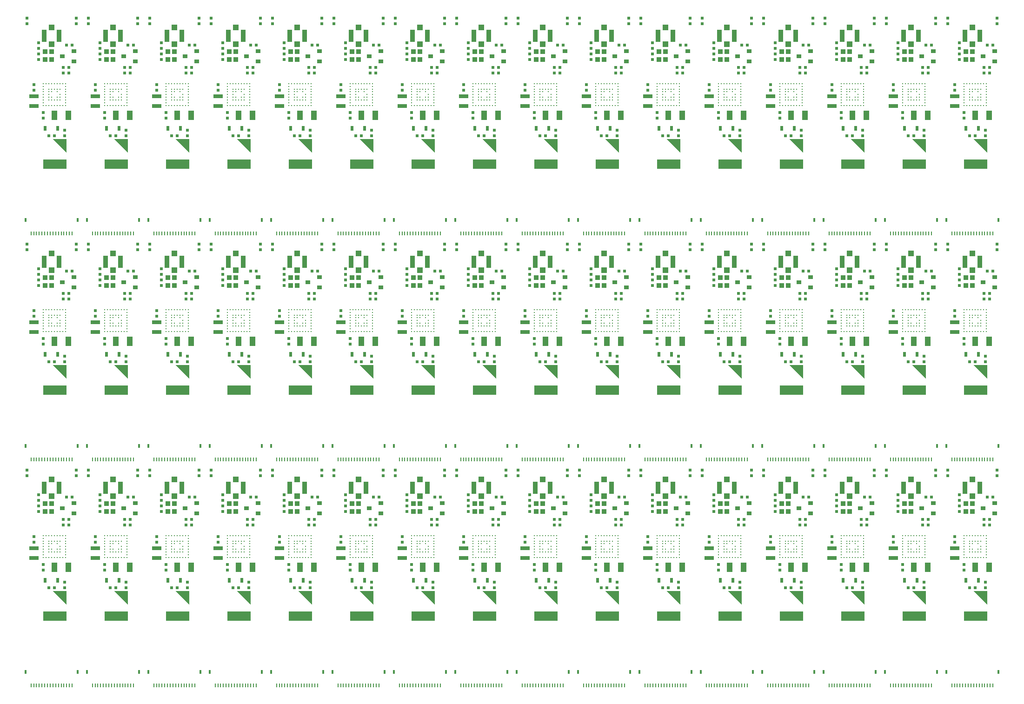
<source format=gtp>
G04 EAGLE Gerber RS-274X export*
G75*
%MOMM*%
%FSLAX34Y34*%
%LPD*%
%INSolderpaste Top*%
%IPPOS*%
%AMOC8*
5,1,8,0,0,1.08239X$1,22.5*%
G01*
%ADD10R,0.600000X0.600000*%
%ADD11R,0.900000X0.800000*%
%ADD12R,0.400000X0.800000*%
%ADD13R,0.250000X0.650000*%
%ADD14C,0.250000*%
%ADD15R,0.850000X2.200000*%
%ADD16R,1.000000X1.050000*%
%ADD17R,1.000000X1.800000*%
%ADD18R,0.850000X0.900000*%
%ADD19R,1.800000X0.800000*%
%ADD20R,4.200000X1.700000*%
%ADD21R,0.630000X0.830000*%

G36*
X1756599Y977924D02*
X1756599Y977924D01*
X1756626Y977926D01*
X1756661Y977952D01*
X1756701Y977970D01*
X1756716Y977993D01*
X1756738Y978009D01*
X1756754Y978050D01*
X1756778Y978087D01*
X1756785Y978130D01*
X1756788Y978139D01*
X1756787Y978146D01*
X1756789Y978160D01*
X1756789Y1002160D01*
X1756784Y1002176D01*
X1756787Y1002193D01*
X1756765Y1002243D01*
X1756750Y1002294D01*
X1756737Y1002305D01*
X1756730Y1002321D01*
X1756685Y1002351D01*
X1756645Y1002386D01*
X1756628Y1002389D01*
X1756614Y1002398D01*
X1756540Y1002409D01*
X1732540Y1002409D01*
X1732498Y1002397D01*
X1732454Y1002394D01*
X1732432Y1002378D01*
X1732406Y1002370D01*
X1732377Y1002337D01*
X1732342Y1002311D01*
X1732332Y1002285D01*
X1732314Y1002265D01*
X1732307Y1002221D01*
X1732292Y1002181D01*
X1732297Y1002154D01*
X1732293Y1002127D01*
X1732311Y1002086D01*
X1732320Y1002044D01*
X1732346Y1002008D01*
X1732350Y1001999D01*
X1732355Y1001995D01*
X1732364Y1001984D01*
X1756364Y977984D01*
X1756402Y977963D01*
X1756435Y977934D01*
X1756462Y977930D01*
X1756486Y977917D01*
X1756530Y977920D01*
X1756573Y977913D01*
X1756599Y977924D01*
G37*
G36*
X1533079Y977924D02*
X1533079Y977924D01*
X1533106Y977926D01*
X1533141Y977952D01*
X1533181Y977970D01*
X1533196Y977993D01*
X1533218Y978009D01*
X1533234Y978050D01*
X1533258Y978087D01*
X1533265Y978130D01*
X1533268Y978139D01*
X1533267Y978146D01*
X1533269Y978160D01*
X1533269Y1002160D01*
X1533264Y1002176D01*
X1533267Y1002193D01*
X1533245Y1002243D01*
X1533230Y1002294D01*
X1533217Y1002305D01*
X1533210Y1002321D01*
X1533165Y1002351D01*
X1533125Y1002386D01*
X1533108Y1002389D01*
X1533094Y1002398D01*
X1533020Y1002409D01*
X1509020Y1002409D01*
X1508978Y1002397D01*
X1508934Y1002394D01*
X1508912Y1002378D01*
X1508886Y1002370D01*
X1508857Y1002337D01*
X1508822Y1002311D01*
X1508812Y1002285D01*
X1508794Y1002265D01*
X1508787Y1002221D01*
X1508772Y1002181D01*
X1508777Y1002154D01*
X1508773Y1002127D01*
X1508791Y1002086D01*
X1508800Y1002044D01*
X1508826Y1002008D01*
X1508830Y1001999D01*
X1508835Y1001995D01*
X1508844Y1001984D01*
X1532844Y977984D01*
X1532882Y977963D01*
X1532915Y977934D01*
X1532942Y977930D01*
X1532966Y977917D01*
X1533010Y977920D01*
X1533053Y977913D01*
X1533079Y977924D01*
G37*
G36*
X1309559Y977924D02*
X1309559Y977924D01*
X1309586Y977926D01*
X1309621Y977952D01*
X1309661Y977970D01*
X1309676Y977993D01*
X1309698Y978009D01*
X1309714Y978050D01*
X1309738Y978087D01*
X1309745Y978130D01*
X1309748Y978139D01*
X1309747Y978146D01*
X1309749Y978160D01*
X1309749Y1002160D01*
X1309744Y1002176D01*
X1309747Y1002193D01*
X1309725Y1002243D01*
X1309710Y1002294D01*
X1309697Y1002305D01*
X1309690Y1002321D01*
X1309645Y1002351D01*
X1309605Y1002386D01*
X1309588Y1002389D01*
X1309574Y1002398D01*
X1309500Y1002409D01*
X1285500Y1002409D01*
X1285458Y1002397D01*
X1285414Y1002394D01*
X1285392Y1002378D01*
X1285366Y1002370D01*
X1285337Y1002337D01*
X1285302Y1002311D01*
X1285292Y1002285D01*
X1285274Y1002265D01*
X1285267Y1002221D01*
X1285252Y1002181D01*
X1285257Y1002154D01*
X1285253Y1002127D01*
X1285271Y1002086D01*
X1285280Y1002044D01*
X1285306Y1002008D01*
X1285310Y1001999D01*
X1285315Y1001995D01*
X1285324Y1001984D01*
X1309324Y977984D01*
X1309362Y977963D01*
X1309395Y977934D01*
X1309422Y977930D01*
X1309446Y977917D01*
X1309490Y977920D01*
X1309533Y977913D01*
X1309559Y977924D01*
G37*
G36*
X638999Y977924D02*
X638999Y977924D01*
X639026Y977926D01*
X639061Y977952D01*
X639101Y977970D01*
X639116Y977993D01*
X639138Y978009D01*
X639154Y978050D01*
X639178Y978087D01*
X639185Y978130D01*
X639188Y978139D01*
X639187Y978146D01*
X639189Y978160D01*
X639189Y1002160D01*
X639184Y1002176D01*
X639187Y1002193D01*
X639165Y1002243D01*
X639150Y1002294D01*
X639137Y1002305D01*
X639130Y1002321D01*
X639085Y1002351D01*
X639045Y1002386D01*
X639028Y1002389D01*
X639014Y1002398D01*
X638940Y1002409D01*
X614940Y1002409D01*
X614898Y1002397D01*
X614854Y1002394D01*
X614832Y1002378D01*
X614806Y1002370D01*
X614777Y1002337D01*
X614742Y1002311D01*
X614732Y1002285D01*
X614714Y1002265D01*
X614707Y1002221D01*
X614692Y1002181D01*
X614697Y1002154D01*
X614693Y1002127D01*
X614711Y1002086D01*
X614720Y1002044D01*
X614746Y1002008D01*
X614750Y1001999D01*
X614755Y1001995D01*
X614764Y1001984D01*
X638764Y977984D01*
X638802Y977963D01*
X638835Y977934D01*
X638862Y977930D01*
X638886Y977917D01*
X638930Y977920D01*
X638973Y977913D01*
X638999Y977924D01*
G37*
G36*
X191959Y977924D02*
X191959Y977924D01*
X191986Y977926D01*
X192021Y977952D01*
X192061Y977970D01*
X192076Y977993D01*
X192098Y978009D01*
X192114Y978050D01*
X192138Y978087D01*
X192145Y978130D01*
X192148Y978139D01*
X192147Y978146D01*
X192149Y978160D01*
X192149Y1002160D01*
X192144Y1002176D01*
X192147Y1002193D01*
X192125Y1002243D01*
X192110Y1002294D01*
X192097Y1002305D01*
X192090Y1002321D01*
X192045Y1002351D01*
X192005Y1002386D01*
X191988Y1002389D01*
X191974Y1002398D01*
X191900Y1002409D01*
X167900Y1002409D01*
X167858Y1002397D01*
X167814Y1002394D01*
X167792Y1002378D01*
X167766Y1002370D01*
X167737Y1002337D01*
X167702Y1002311D01*
X167692Y1002285D01*
X167674Y1002265D01*
X167667Y1002221D01*
X167652Y1002181D01*
X167657Y1002154D01*
X167653Y1002127D01*
X167671Y1002086D01*
X167680Y1002044D01*
X167706Y1002008D01*
X167710Y1001999D01*
X167715Y1001995D01*
X167724Y1001984D01*
X191724Y977984D01*
X191762Y977963D01*
X191795Y977934D01*
X191822Y977930D01*
X191846Y977917D01*
X191890Y977920D01*
X191933Y977913D01*
X191959Y977924D01*
G37*
G36*
X1421319Y977924D02*
X1421319Y977924D01*
X1421346Y977926D01*
X1421381Y977952D01*
X1421421Y977970D01*
X1421436Y977993D01*
X1421458Y978009D01*
X1421474Y978050D01*
X1421498Y978087D01*
X1421505Y978130D01*
X1421508Y978139D01*
X1421507Y978146D01*
X1421509Y978160D01*
X1421509Y1002160D01*
X1421504Y1002176D01*
X1421507Y1002193D01*
X1421485Y1002243D01*
X1421470Y1002294D01*
X1421457Y1002305D01*
X1421450Y1002321D01*
X1421405Y1002351D01*
X1421365Y1002386D01*
X1421348Y1002389D01*
X1421334Y1002398D01*
X1421260Y1002409D01*
X1397260Y1002409D01*
X1397218Y1002397D01*
X1397174Y1002394D01*
X1397152Y1002378D01*
X1397126Y1002370D01*
X1397097Y1002337D01*
X1397062Y1002311D01*
X1397052Y1002285D01*
X1397034Y1002265D01*
X1397027Y1002221D01*
X1397012Y1002181D01*
X1397017Y1002154D01*
X1397013Y1002127D01*
X1397031Y1002086D01*
X1397040Y1002044D01*
X1397066Y1002008D01*
X1397070Y1001999D01*
X1397075Y1001995D01*
X1397084Y1001984D01*
X1421084Y977984D01*
X1421122Y977963D01*
X1421155Y977934D01*
X1421182Y977930D01*
X1421206Y977917D01*
X1421250Y977920D01*
X1421293Y977913D01*
X1421319Y977924D01*
G37*
G36*
X527239Y977924D02*
X527239Y977924D01*
X527266Y977926D01*
X527301Y977952D01*
X527341Y977970D01*
X527356Y977993D01*
X527378Y978009D01*
X527394Y978050D01*
X527418Y978087D01*
X527425Y978130D01*
X527428Y978139D01*
X527427Y978146D01*
X527429Y978160D01*
X527429Y1002160D01*
X527424Y1002176D01*
X527427Y1002193D01*
X527405Y1002243D01*
X527390Y1002294D01*
X527377Y1002305D01*
X527370Y1002321D01*
X527325Y1002351D01*
X527285Y1002386D01*
X527268Y1002389D01*
X527254Y1002398D01*
X527180Y1002409D01*
X503180Y1002409D01*
X503138Y1002397D01*
X503094Y1002394D01*
X503072Y1002378D01*
X503046Y1002370D01*
X503017Y1002337D01*
X502982Y1002311D01*
X502972Y1002285D01*
X502954Y1002265D01*
X502947Y1002221D01*
X502932Y1002181D01*
X502937Y1002154D01*
X502933Y1002127D01*
X502951Y1002086D01*
X502960Y1002044D01*
X502986Y1002008D01*
X502990Y1001999D01*
X502995Y1001995D01*
X503004Y1001984D01*
X527004Y977984D01*
X527042Y977963D01*
X527075Y977934D01*
X527102Y977930D01*
X527126Y977917D01*
X527170Y977920D01*
X527213Y977913D01*
X527239Y977924D01*
G37*
G36*
X1197799Y977924D02*
X1197799Y977924D01*
X1197826Y977926D01*
X1197861Y977952D01*
X1197901Y977970D01*
X1197916Y977993D01*
X1197938Y978009D01*
X1197954Y978050D01*
X1197978Y978087D01*
X1197985Y978130D01*
X1197988Y978139D01*
X1197987Y978146D01*
X1197989Y978160D01*
X1197989Y1002160D01*
X1197984Y1002176D01*
X1197987Y1002193D01*
X1197965Y1002243D01*
X1197950Y1002294D01*
X1197937Y1002305D01*
X1197930Y1002321D01*
X1197885Y1002351D01*
X1197845Y1002386D01*
X1197828Y1002389D01*
X1197814Y1002398D01*
X1197740Y1002409D01*
X1173740Y1002409D01*
X1173698Y1002397D01*
X1173654Y1002394D01*
X1173632Y1002378D01*
X1173606Y1002370D01*
X1173577Y1002337D01*
X1173542Y1002311D01*
X1173532Y1002285D01*
X1173514Y1002265D01*
X1173507Y1002221D01*
X1173492Y1002181D01*
X1173497Y1002154D01*
X1173493Y1002127D01*
X1173511Y1002086D01*
X1173520Y1002044D01*
X1173546Y1002008D01*
X1173550Y1001999D01*
X1173555Y1001995D01*
X1173564Y1001984D01*
X1197564Y977984D01*
X1197602Y977963D01*
X1197635Y977934D01*
X1197662Y977930D01*
X1197686Y977917D01*
X1197730Y977920D01*
X1197773Y977913D01*
X1197799Y977924D01*
G37*
G36*
X1644839Y977924D02*
X1644839Y977924D01*
X1644866Y977926D01*
X1644901Y977952D01*
X1644941Y977970D01*
X1644956Y977993D01*
X1644978Y978009D01*
X1644994Y978050D01*
X1645018Y978087D01*
X1645025Y978130D01*
X1645028Y978139D01*
X1645027Y978146D01*
X1645029Y978160D01*
X1645029Y1002160D01*
X1645024Y1002176D01*
X1645027Y1002193D01*
X1645005Y1002243D01*
X1644990Y1002294D01*
X1644977Y1002305D01*
X1644970Y1002321D01*
X1644925Y1002351D01*
X1644885Y1002386D01*
X1644868Y1002389D01*
X1644854Y1002398D01*
X1644780Y1002409D01*
X1620780Y1002409D01*
X1620738Y1002397D01*
X1620694Y1002394D01*
X1620672Y1002378D01*
X1620646Y1002370D01*
X1620617Y1002337D01*
X1620582Y1002311D01*
X1620572Y1002285D01*
X1620554Y1002265D01*
X1620547Y1002221D01*
X1620532Y1002181D01*
X1620537Y1002154D01*
X1620533Y1002127D01*
X1620551Y1002086D01*
X1620560Y1002044D01*
X1620586Y1002008D01*
X1620590Y1001999D01*
X1620595Y1001995D01*
X1620604Y1001984D01*
X1644604Y977984D01*
X1644642Y977963D01*
X1644675Y977934D01*
X1644702Y977930D01*
X1644726Y977917D01*
X1644770Y977920D01*
X1644813Y977913D01*
X1644839Y977924D01*
G37*
G36*
X862519Y977924D02*
X862519Y977924D01*
X862546Y977926D01*
X862581Y977952D01*
X862621Y977970D01*
X862636Y977993D01*
X862658Y978009D01*
X862674Y978050D01*
X862698Y978087D01*
X862705Y978130D01*
X862708Y978139D01*
X862707Y978146D01*
X862709Y978160D01*
X862709Y1002160D01*
X862704Y1002176D01*
X862707Y1002193D01*
X862685Y1002243D01*
X862670Y1002294D01*
X862657Y1002305D01*
X862650Y1002321D01*
X862605Y1002351D01*
X862565Y1002386D01*
X862548Y1002389D01*
X862534Y1002398D01*
X862460Y1002409D01*
X838460Y1002409D01*
X838418Y1002397D01*
X838374Y1002394D01*
X838352Y1002378D01*
X838326Y1002370D01*
X838297Y1002337D01*
X838262Y1002311D01*
X838252Y1002285D01*
X838234Y1002265D01*
X838227Y1002221D01*
X838212Y1002181D01*
X838217Y1002154D01*
X838213Y1002127D01*
X838231Y1002086D01*
X838240Y1002044D01*
X838266Y1002008D01*
X838270Y1001999D01*
X838275Y1001995D01*
X838284Y1001984D01*
X862284Y977984D01*
X862322Y977963D01*
X862355Y977934D01*
X862382Y977930D01*
X862406Y977917D01*
X862450Y977920D01*
X862493Y977913D01*
X862519Y977924D01*
G37*
G36*
X415479Y977924D02*
X415479Y977924D01*
X415506Y977926D01*
X415541Y977952D01*
X415581Y977970D01*
X415596Y977993D01*
X415618Y978009D01*
X415634Y978050D01*
X415658Y978087D01*
X415665Y978130D01*
X415668Y978139D01*
X415667Y978146D01*
X415669Y978160D01*
X415669Y1002160D01*
X415664Y1002176D01*
X415667Y1002193D01*
X415645Y1002243D01*
X415630Y1002294D01*
X415617Y1002305D01*
X415610Y1002321D01*
X415565Y1002351D01*
X415525Y1002386D01*
X415508Y1002389D01*
X415494Y1002398D01*
X415420Y1002409D01*
X391420Y1002409D01*
X391378Y1002397D01*
X391334Y1002394D01*
X391312Y1002378D01*
X391286Y1002370D01*
X391257Y1002337D01*
X391222Y1002311D01*
X391212Y1002285D01*
X391194Y1002265D01*
X391187Y1002221D01*
X391172Y1002181D01*
X391177Y1002154D01*
X391173Y1002127D01*
X391191Y1002086D01*
X391200Y1002044D01*
X391226Y1002008D01*
X391230Y1001999D01*
X391235Y1001995D01*
X391244Y1001984D01*
X415244Y977984D01*
X415282Y977963D01*
X415315Y977934D01*
X415342Y977930D01*
X415366Y977917D01*
X415410Y977920D01*
X415453Y977913D01*
X415479Y977924D01*
G37*
G36*
X974279Y977924D02*
X974279Y977924D01*
X974306Y977926D01*
X974341Y977952D01*
X974381Y977970D01*
X974396Y977993D01*
X974418Y978009D01*
X974434Y978050D01*
X974458Y978087D01*
X974465Y978130D01*
X974468Y978139D01*
X974467Y978146D01*
X974469Y978160D01*
X974469Y1002160D01*
X974464Y1002176D01*
X974467Y1002193D01*
X974445Y1002243D01*
X974430Y1002294D01*
X974417Y1002305D01*
X974410Y1002321D01*
X974365Y1002351D01*
X974325Y1002386D01*
X974308Y1002389D01*
X974294Y1002398D01*
X974220Y1002409D01*
X950220Y1002409D01*
X950178Y1002397D01*
X950134Y1002394D01*
X950112Y1002378D01*
X950086Y1002370D01*
X950057Y1002337D01*
X950022Y1002311D01*
X950012Y1002285D01*
X949994Y1002265D01*
X949987Y1002221D01*
X949972Y1002181D01*
X949977Y1002154D01*
X949973Y1002127D01*
X949991Y1002086D01*
X950000Y1002044D01*
X950026Y1002008D01*
X950030Y1001999D01*
X950035Y1001995D01*
X950044Y1001984D01*
X974044Y977984D01*
X974082Y977963D01*
X974115Y977934D01*
X974142Y977930D01*
X974166Y977917D01*
X974210Y977920D01*
X974253Y977913D01*
X974279Y977924D01*
G37*
G36*
X1086039Y977924D02*
X1086039Y977924D01*
X1086066Y977926D01*
X1086101Y977952D01*
X1086141Y977970D01*
X1086156Y977993D01*
X1086178Y978009D01*
X1086194Y978050D01*
X1086218Y978087D01*
X1086225Y978130D01*
X1086228Y978139D01*
X1086227Y978146D01*
X1086229Y978160D01*
X1086229Y1002160D01*
X1086224Y1002176D01*
X1086227Y1002193D01*
X1086205Y1002243D01*
X1086190Y1002294D01*
X1086177Y1002305D01*
X1086170Y1002321D01*
X1086125Y1002351D01*
X1086085Y1002386D01*
X1086068Y1002389D01*
X1086054Y1002398D01*
X1085980Y1002409D01*
X1061980Y1002409D01*
X1061938Y1002397D01*
X1061894Y1002394D01*
X1061872Y1002378D01*
X1061846Y1002370D01*
X1061817Y1002337D01*
X1061782Y1002311D01*
X1061772Y1002285D01*
X1061754Y1002265D01*
X1061747Y1002221D01*
X1061732Y1002181D01*
X1061737Y1002154D01*
X1061733Y1002127D01*
X1061751Y1002086D01*
X1061760Y1002044D01*
X1061786Y1002008D01*
X1061790Y1001999D01*
X1061795Y1001995D01*
X1061804Y1001984D01*
X1085804Y977984D01*
X1085842Y977963D01*
X1085875Y977934D01*
X1085902Y977930D01*
X1085926Y977917D01*
X1085970Y977920D01*
X1086013Y977913D01*
X1086039Y977924D01*
G37*
G36*
X750759Y977924D02*
X750759Y977924D01*
X750786Y977926D01*
X750821Y977952D01*
X750861Y977970D01*
X750876Y977993D01*
X750898Y978009D01*
X750914Y978050D01*
X750938Y978087D01*
X750945Y978130D01*
X750948Y978139D01*
X750947Y978146D01*
X750949Y978160D01*
X750949Y1002160D01*
X750944Y1002176D01*
X750947Y1002193D01*
X750925Y1002243D01*
X750910Y1002294D01*
X750897Y1002305D01*
X750890Y1002321D01*
X750845Y1002351D01*
X750805Y1002386D01*
X750788Y1002389D01*
X750774Y1002398D01*
X750700Y1002409D01*
X726700Y1002409D01*
X726658Y1002397D01*
X726614Y1002394D01*
X726592Y1002378D01*
X726566Y1002370D01*
X726537Y1002337D01*
X726502Y1002311D01*
X726492Y1002285D01*
X726474Y1002265D01*
X726467Y1002221D01*
X726452Y1002181D01*
X726457Y1002154D01*
X726453Y1002127D01*
X726471Y1002086D01*
X726480Y1002044D01*
X726506Y1002008D01*
X726510Y1001999D01*
X726515Y1001995D01*
X726524Y1001984D01*
X750524Y977984D01*
X750562Y977963D01*
X750595Y977934D01*
X750622Y977930D01*
X750646Y977917D01*
X750690Y977920D01*
X750733Y977913D01*
X750759Y977924D01*
G37*
G36*
X303719Y977924D02*
X303719Y977924D01*
X303746Y977926D01*
X303781Y977952D01*
X303821Y977970D01*
X303836Y977993D01*
X303858Y978009D01*
X303874Y978050D01*
X303898Y978087D01*
X303905Y978130D01*
X303908Y978139D01*
X303907Y978146D01*
X303909Y978160D01*
X303909Y1002160D01*
X303904Y1002176D01*
X303907Y1002193D01*
X303885Y1002243D01*
X303870Y1002294D01*
X303857Y1002305D01*
X303850Y1002321D01*
X303805Y1002351D01*
X303765Y1002386D01*
X303748Y1002389D01*
X303734Y1002398D01*
X303660Y1002409D01*
X279660Y1002409D01*
X279618Y1002397D01*
X279574Y1002394D01*
X279552Y1002378D01*
X279526Y1002370D01*
X279497Y1002337D01*
X279462Y1002311D01*
X279452Y1002285D01*
X279434Y1002265D01*
X279427Y1002221D01*
X279412Y1002181D01*
X279417Y1002154D01*
X279413Y1002127D01*
X279431Y1002086D01*
X279440Y1002044D01*
X279466Y1002008D01*
X279470Y1001999D01*
X279475Y1001995D01*
X279484Y1001984D01*
X303484Y977984D01*
X303522Y977963D01*
X303555Y977934D01*
X303582Y977930D01*
X303606Y977917D01*
X303650Y977920D01*
X303693Y977913D01*
X303719Y977924D01*
G37*
G36*
X80199Y977924D02*
X80199Y977924D01*
X80226Y977926D01*
X80261Y977952D01*
X80301Y977970D01*
X80316Y977993D01*
X80338Y978009D01*
X80354Y978050D01*
X80378Y978087D01*
X80385Y978130D01*
X80388Y978139D01*
X80387Y978146D01*
X80389Y978160D01*
X80389Y1002160D01*
X80384Y1002176D01*
X80387Y1002193D01*
X80365Y1002243D01*
X80350Y1002294D01*
X80337Y1002305D01*
X80330Y1002321D01*
X80285Y1002351D01*
X80245Y1002386D01*
X80228Y1002389D01*
X80214Y1002398D01*
X80140Y1002409D01*
X56140Y1002409D01*
X56098Y1002397D01*
X56054Y1002394D01*
X56032Y1002378D01*
X56006Y1002370D01*
X55977Y1002337D01*
X55942Y1002311D01*
X55932Y1002285D01*
X55914Y1002265D01*
X55907Y1002221D01*
X55892Y1002181D01*
X55897Y1002154D01*
X55893Y1002127D01*
X55911Y1002086D01*
X55920Y1002044D01*
X55946Y1002008D01*
X55950Y1001999D01*
X55955Y1001995D01*
X55964Y1001984D01*
X79964Y977984D01*
X80002Y977963D01*
X80035Y977934D01*
X80062Y977930D01*
X80086Y977917D01*
X80130Y977920D01*
X80173Y977913D01*
X80199Y977924D01*
G37*
G36*
X1756599Y566444D02*
X1756599Y566444D01*
X1756626Y566446D01*
X1756661Y566472D01*
X1756701Y566490D01*
X1756716Y566513D01*
X1756738Y566529D01*
X1756754Y566570D01*
X1756778Y566607D01*
X1756785Y566650D01*
X1756788Y566659D01*
X1756787Y566666D01*
X1756789Y566680D01*
X1756789Y590680D01*
X1756784Y590696D01*
X1756787Y590713D01*
X1756765Y590763D01*
X1756750Y590814D01*
X1756737Y590825D01*
X1756730Y590841D01*
X1756685Y590871D01*
X1756645Y590906D01*
X1756628Y590909D01*
X1756614Y590918D01*
X1756540Y590929D01*
X1732540Y590929D01*
X1732498Y590917D01*
X1732454Y590914D01*
X1732432Y590898D01*
X1732406Y590890D01*
X1732377Y590857D01*
X1732342Y590831D01*
X1732332Y590805D01*
X1732314Y590785D01*
X1732307Y590741D01*
X1732292Y590701D01*
X1732297Y590674D01*
X1732293Y590647D01*
X1732311Y590606D01*
X1732320Y590564D01*
X1732346Y590528D01*
X1732350Y590519D01*
X1732355Y590515D01*
X1732364Y590504D01*
X1756364Y566504D01*
X1756402Y566483D01*
X1756435Y566454D01*
X1756462Y566450D01*
X1756486Y566437D01*
X1756530Y566440D01*
X1756573Y566433D01*
X1756599Y566444D01*
G37*
G36*
X750759Y566444D02*
X750759Y566444D01*
X750786Y566446D01*
X750821Y566472D01*
X750861Y566490D01*
X750876Y566513D01*
X750898Y566529D01*
X750914Y566570D01*
X750938Y566607D01*
X750945Y566650D01*
X750948Y566659D01*
X750947Y566666D01*
X750949Y566680D01*
X750949Y590680D01*
X750944Y590696D01*
X750947Y590713D01*
X750925Y590763D01*
X750910Y590814D01*
X750897Y590825D01*
X750890Y590841D01*
X750845Y590871D01*
X750805Y590906D01*
X750788Y590909D01*
X750774Y590918D01*
X750700Y590929D01*
X726700Y590929D01*
X726658Y590917D01*
X726614Y590914D01*
X726592Y590898D01*
X726566Y590890D01*
X726537Y590857D01*
X726502Y590831D01*
X726492Y590805D01*
X726474Y590785D01*
X726467Y590741D01*
X726452Y590701D01*
X726457Y590674D01*
X726453Y590647D01*
X726471Y590606D01*
X726480Y590564D01*
X726506Y590528D01*
X726510Y590519D01*
X726515Y590515D01*
X726524Y590504D01*
X750524Y566504D01*
X750562Y566483D01*
X750595Y566454D01*
X750622Y566450D01*
X750646Y566437D01*
X750690Y566440D01*
X750733Y566433D01*
X750759Y566444D01*
G37*
G36*
X1644839Y566444D02*
X1644839Y566444D01*
X1644866Y566446D01*
X1644901Y566472D01*
X1644941Y566490D01*
X1644956Y566513D01*
X1644978Y566529D01*
X1644994Y566570D01*
X1645018Y566607D01*
X1645025Y566650D01*
X1645028Y566659D01*
X1645027Y566666D01*
X1645029Y566680D01*
X1645029Y590680D01*
X1645024Y590696D01*
X1645027Y590713D01*
X1645005Y590763D01*
X1644990Y590814D01*
X1644977Y590825D01*
X1644970Y590841D01*
X1644925Y590871D01*
X1644885Y590906D01*
X1644868Y590909D01*
X1644854Y590918D01*
X1644780Y590929D01*
X1620780Y590929D01*
X1620738Y590917D01*
X1620694Y590914D01*
X1620672Y590898D01*
X1620646Y590890D01*
X1620617Y590857D01*
X1620582Y590831D01*
X1620572Y590805D01*
X1620554Y590785D01*
X1620547Y590741D01*
X1620532Y590701D01*
X1620537Y590674D01*
X1620533Y590647D01*
X1620551Y590606D01*
X1620560Y590564D01*
X1620586Y590528D01*
X1620590Y590519D01*
X1620595Y590515D01*
X1620604Y590504D01*
X1644604Y566504D01*
X1644642Y566483D01*
X1644675Y566454D01*
X1644702Y566450D01*
X1644726Y566437D01*
X1644770Y566440D01*
X1644813Y566433D01*
X1644839Y566444D01*
G37*
G36*
X191959Y566444D02*
X191959Y566444D01*
X191986Y566446D01*
X192021Y566472D01*
X192061Y566490D01*
X192076Y566513D01*
X192098Y566529D01*
X192114Y566570D01*
X192138Y566607D01*
X192145Y566650D01*
X192148Y566659D01*
X192147Y566666D01*
X192149Y566680D01*
X192149Y590680D01*
X192144Y590696D01*
X192147Y590713D01*
X192125Y590763D01*
X192110Y590814D01*
X192097Y590825D01*
X192090Y590841D01*
X192045Y590871D01*
X192005Y590906D01*
X191988Y590909D01*
X191974Y590918D01*
X191900Y590929D01*
X167900Y590929D01*
X167858Y590917D01*
X167814Y590914D01*
X167792Y590898D01*
X167766Y590890D01*
X167737Y590857D01*
X167702Y590831D01*
X167692Y590805D01*
X167674Y590785D01*
X167667Y590741D01*
X167652Y590701D01*
X167657Y590674D01*
X167653Y590647D01*
X167671Y590606D01*
X167680Y590564D01*
X167706Y590528D01*
X167710Y590519D01*
X167715Y590515D01*
X167724Y590504D01*
X191724Y566504D01*
X191762Y566483D01*
X191795Y566454D01*
X191822Y566450D01*
X191846Y566437D01*
X191890Y566440D01*
X191933Y566433D01*
X191959Y566444D01*
G37*
G36*
X415479Y566444D02*
X415479Y566444D01*
X415506Y566446D01*
X415541Y566472D01*
X415581Y566490D01*
X415596Y566513D01*
X415618Y566529D01*
X415634Y566570D01*
X415658Y566607D01*
X415665Y566650D01*
X415668Y566659D01*
X415667Y566666D01*
X415669Y566680D01*
X415669Y590680D01*
X415664Y590696D01*
X415667Y590713D01*
X415645Y590763D01*
X415630Y590814D01*
X415617Y590825D01*
X415610Y590841D01*
X415565Y590871D01*
X415525Y590906D01*
X415508Y590909D01*
X415494Y590918D01*
X415420Y590929D01*
X391420Y590929D01*
X391378Y590917D01*
X391334Y590914D01*
X391312Y590898D01*
X391286Y590890D01*
X391257Y590857D01*
X391222Y590831D01*
X391212Y590805D01*
X391194Y590785D01*
X391187Y590741D01*
X391172Y590701D01*
X391177Y590674D01*
X391173Y590647D01*
X391191Y590606D01*
X391200Y590564D01*
X391226Y590528D01*
X391230Y590519D01*
X391235Y590515D01*
X391244Y590504D01*
X415244Y566504D01*
X415282Y566483D01*
X415315Y566454D01*
X415342Y566450D01*
X415366Y566437D01*
X415410Y566440D01*
X415453Y566433D01*
X415479Y566444D01*
G37*
G36*
X303719Y566444D02*
X303719Y566444D01*
X303746Y566446D01*
X303781Y566472D01*
X303821Y566490D01*
X303836Y566513D01*
X303858Y566529D01*
X303874Y566570D01*
X303898Y566607D01*
X303905Y566650D01*
X303908Y566659D01*
X303907Y566666D01*
X303909Y566680D01*
X303909Y590680D01*
X303904Y590696D01*
X303907Y590713D01*
X303885Y590763D01*
X303870Y590814D01*
X303857Y590825D01*
X303850Y590841D01*
X303805Y590871D01*
X303765Y590906D01*
X303748Y590909D01*
X303734Y590918D01*
X303660Y590929D01*
X279660Y590929D01*
X279618Y590917D01*
X279574Y590914D01*
X279552Y590898D01*
X279526Y590890D01*
X279497Y590857D01*
X279462Y590831D01*
X279452Y590805D01*
X279434Y590785D01*
X279427Y590741D01*
X279412Y590701D01*
X279417Y590674D01*
X279413Y590647D01*
X279431Y590606D01*
X279440Y590564D01*
X279466Y590528D01*
X279470Y590519D01*
X279475Y590515D01*
X279484Y590504D01*
X303484Y566504D01*
X303522Y566483D01*
X303555Y566454D01*
X303582Y566450D01*
X303606Y566437D01*
X303650Y566440D01*
X303693Y566433D01*
X303719Y566444D01*
G37*
G36*
X638999Y566444D02*
X638999Y566444D01*
X639026Y566446D01*
X639061Y566472D01*
X639101Y566490D01*
X639116Y566513D01*
X639138Y566529D01*
X639154Y566570D01*
X639178Y566607D01*
X639185Y566650D01*
X639188Y566659D01*
X639187Y566666D01*
X639189Y566680D01*
X639189Y590680D01*
X639184Y590696D01*
X639187Y590713D01*
X639165Y590763D01*
X639150Y590814D01*
X639137Y590825D01*
X639130Y590841D01*
X639085Y590871D01*
X639045Y590906D01*
X639028Y590909D01*
X639014Y590918D01*
X638940Y590929D01*
X614940Y590929D01*
X614898Y590917D01*
X614854Y590914D01*
X614832Y590898D01*
X614806Y590890D01*
X614777Y590857D01*
X614742Y590831D01*
X614732Y590805D01*
X614714Y590785D01*
X614707Y590741D01*
X614692Y590701D01*
X614697Y590674D01*
X614693Y590647D01*
X614711Y590606D01*
X614720Y590564D01*
X614746Y590528D01*
X614750Y590519D01*
X614755Y590515D01*
X614764Y590504D01*
X638764Y566504D01*
X638802Y566483D01*
X638835Y566454D01*
X638862Y566450D01*
X638886Y566437D01*
X638930Y566440D01*
X638973Y566433D01*
X638999Y566444D01*
G37*
G36*
X1086039Y566444D02*
X1086039Y566444D01*
X1086066Y566446D01*
X1086101Y566472D01*
X1086141Y566490D01*
X1086156Y566513D01*
X1086178Y566529D01*
X1086194Y566570D01*
X1086218Y566607D01*
X1086225Y566650D01*
X1086228Y566659D01*
X1086227Y566666D01*
X1086229Y566680D01*
X1086229Y590680D01*
X1086224Y590696D01*
X1086227Y590713D01*
X1086205Y590763D01*
X1086190Y590814D01*
X1086177Y590825D01*
X1086170Y590841D01*
X1086125Y590871D01*
X1086085Y590906D01*
X1086068Y590909D01*
X1086054Y590918D01*
X1085980Y590929D01*
X1061980Y590929D01*
X1061938Y590917D01*
X1061894Y590914D01*
X1061872Y590898D01*
X1061846Y590890D01*
X1061817Y590857D01*
X1061782Y590831D01*
X1061772Y590805D01*
X1061754Y590785D01*
X1061747Y590741D01*
X1061732Y590701D01*
X1061737Y590674D01*
X1061733Y590647D01*
X1061751Y590606D01*
X1061760Y590564D01*
X1061786Y590528D01*
X1061790Y590519D01*
X1061795Y590515D01*
X1061804Y590504D01*
X1085804Y566504D01*
X1085842Y566483D01*
X1085875Y566454D01*
X1085902Y566450D01*
X1085926Y566437D01*
X1085970Y566440D01*
X1086013Y566433D01*
X1086039Y566444D01*
G37*
G36*
X80199Y566444D02*
X80199Y566444D01*
X80226Y566446D01*
X80261Y566472D01*
X80301Y566490D01*
X80316Y566513D01*
X80338Y566529D01*
X80354Y566570D01*
X80378Y566607D01*
X80385Y566650D01*
X80388Y566659D01*
X80387Y566666D01*
X80389Y566680D01*
X80389Y590680D01*
X80384Y590696D01*
X80387Y590713D01*
X80365Y590763D01*
X80350Y590814D01*
X80337Y590825D01*
X80330Y590841D01*
X80285Y590871D01*
X80245Y590906D01*
X80228Y590909D01*
X80214Y590918D01*
X80140Y590929D01*
X56140Y590929D01*
X56098Y590917D01*
X56054Y590914D01*
X56032Y590898D01*
X56006Y590890D01*
X55977Y590857D01*
X55942Y590831D01*
X55932Y590805D01*
X55914Y590785D01*
X55907Y590741D01*
X55892Y590701D01*
X55897Y590674D01*
X55893Y590647D01*
X55911Y590606D01*
X55920Y590564D01*
X55946Y590528D01*
X55950Y590519D01*
X55955Y590515D01*
X55964Y590504D01*
X79964Y566504D01*
X80002Y566483D01*
X80035Y566454D01*
X80062Y566450D01*
X80086Y566437D01*
X80130Y566440D01*
X80173Y566433D01*
X80199Y566444D01*
G37*
G36*
X1421319Y566444D02*
X1421319Y566444D01*
X1421346Y566446D01*
X1421381Y566472D01*
X1421421Y566490D01*
X1421436Y566513D01*
X1421458Y566529D01*
X1421474Y566570D01*
X1421498Y566607D01*
X1421505Y566650D01*
X1421508Y566659D01*
X1421507Y566666D01*
X1421509Y566680D01*
X1421509Y590680D01*
X1421504Y590696D01*
X1421507Y590713D01*
X1421485Y590763D01*
X1421470Y590814D01*
X1421457Y590825D01*
X1421450Y590841D01*
X1421405Y590871D01*
X1421365Y590906D01*
X1421348Y590909D01*
X1421334Y590918D01*
X1421260Y590929D01*
X1397260Y590929D01*
X1397218Y590917D01*
X1397174Y590914D01*
X1397152Y590898D01*
X1397126Y590890D01*
X1397097Y590857D01*
X1397062Y590831D01*
X1397052Y590805D01*
X1397034Y590785D01*
X1397027Y590741D01*
X1397012Y590701D01*
X1397017Y590674D01*
X1397013Y590647D01*
X1397031Y590606D01*
X1397040Y590564D01*
X1397066Y590528D01*
X1397070Y590519D01*
X1397075Y590515D01*
X1397084Y590504D01*
X1421084Y566504D01*
X1421122Y566483D01*
X1421155Y566454D01*
X1421182Y566450D01*
X1421206Y566437D01*
X1421250Y566440D01*
X1421293Y566433D01*
X1421319Y566444D01*
G37*
G36*
X527239Y566444D02*
X527239Y566444D01*
X527266Y566446D01*
X527301Y566472D01*
X527341Y566490D01*
X527356Y566513D01*
X527378Y566529D01*
X527394Y566570D01*
X527418Y566607D01*
X527425Y566650D01*
X527428Y566659D01*
X527427Y566666D01*
X527429Y566680D01*
X527429Y590680D01*
X527424Y590696D01*
X527427Y590713D01*
X527405Y590763D01*
X527390Y590814D01*
X527377Y590825D01*
X527370Y590841D01*
X527325Y590871D01*
X527285Y590906D01*
X527268Y590909D01*
X527254Y590918D01*
X527180Y590929D01*
X503180Y590929D01*
X503138Y590917D01*
X503094Y590914D01*
X503072Y590898D01*
X503046Y590890D01*
X503017Y590857D01*
X502982Y590831D01*
X502972Y590805D01*
X502954Y590785D01*
X502947Y590741D01*
X502932Y590701D01*
X502937Y590674D01*
X502933Y590647D01*
X502951Y590606D01*
X502960Y590564D01*
X502986Y590528D01*
X502990Y590519D01*
X502995Y590515D01*
X503004Y590504D01*
X527004Y566504D01*
X527042Y566483D01*
X527075Y566454D01*
X527102Y566450D01*
X527126Y566437D01*
X527170Y566440D01*
X527213Y566433D01*
X527239Y566444D01*
G37*
G36*
X974279Y566444D02*
X974279Y566444D01*
X974306Y566446D01*
X974341Y566472D01*
X974381Y566490D01*
X974396Y566513D01*
X974418Y566529D01*
X974434Y566570D01*
X974458Y566607D01*
X974465Y566650D01*
X974468Y566659D01*
X974467Y566666D01*
X974469Y566680D01*
X974469Y590680D01*
X974464Y590696D01*
X974467Y590713D01*
X974445Y590763D01*
X974430Y590814D01*
X974417Y590825D01*
X974410Y590841D01*
X974365Y590871D01*
X974325Y590906D01*
X974308Y590909D01*
X974294Y590918D01*
X974220Y590929D01*
X950220Y590929D01*
X950178Y590917D01*
X950134Y590914D01*
X950112Y590898D01*
X950086Y590890D01*
X950057Y590857D01*
X950022Y590831D01*
X950012Y590805D01*
X949994Y590785D01*
X949987Y590741D01*
X949972Y590701D01*
X949977Y590674D01*
X949973Y590647D01*
X949991Y590606D01*
X950000Y590564D01*
X950026Y590528D01*
X950030Y590519D01*
X950035Y590515D01*
X950044Y590504D01*
X974044Y566504D01*
X974082Y566483D01*
X974115Y566454D01*
X974142Y566450D01*
X974166Y566437D01*
X974210Y566440D01*
X974253Y566433D01*
X974279Y566444D01*
G37*
G36*
X1197799Y566444D02*
X1197799Y566444D01*
X1197826Y566446D01*
X1197861Y566472D01*
X1197901Y566490D01*
X1197916Y566513D01*
X1197938Y566529D01*
X1197954Y566570D01*
X1197978Y566607D01*
X1197985Y566650D01*
X1197988Y566659D01*
X1197987Y566666D01*
X1197989Y566680D01*
X1197989Y590680D01*
X1197984Y590696D01*
X1197987Y590713D01*
X1197965Y590763D01*
X1197950Y590814D01*
X1197937Y590825D01*
X1197930Y590841D01*
X1197885Y590871D01*
X1197845Y590906D01*
X1197828Y590909D01*
X1197814Y590918D01*
X1197740Y590929D01*
X1173740Y590929D01*
X1173698Y590917D01*
X1173654Y590914D01*
X1173632Y590898D01*
X1173606Y590890D01*
X1173577Y590857D01*
X1173542Y590831D01*
X1173532Y590805D01*
X1173514Y590785D01*
X1173507Y590741D01*
X1173492Y590701D01*
X1173497Y590674D01*
X1173493Y590647D01*
X1173511Y590606D01*
X1173520Y590564D01*
X1173546Y590528D01*
X1173550Y590519D01*
X1173555Y590515D01*
X1173564Y590504D01*
X1197564Y566504D01*
X1197602Y566483D01*
X1197635Y566454D01*
X1197662Y566450D01*
X1197686Y566437D01*
X1197730Y566440D01*
X1197773Y566433D01*
X1197799Y566444D01*
G37*
G36*
X862519Y566444D02*
X862519Y566444D01*
X862546Y566446D01*
X862581Y566472D01*
X862621Y566490D01*
X862636Y566513D01*
X862658Y566529D01*
X862674Y566570D01*
X862698Y566607D01*
X862705Y566650D01*
X862708Y566659D01*
X862707Y566666D01*
X862709Y566680D01*
X862709Y590680D01*
X862704Y590696D01*
X862707Y590713D01*
X862685Y590763D01*
X862670Y590814D01*
X862657Y590825D01*
X862650Y590841D01*
X862605Y590871D01*
X862565Y590906D01*
X862548Y590909D01*
X862534Y590918D01*
X862460Y590929D01*
X838460Y590929D01*
X838418Y590917D01*
X838374Y590914D01*
X838352Y590898D01*
X838326Y590890D01*
X838297Y590857D01*
X838262Y590831D01*
X838252Y590805D01*
X838234Y590785D01*
X838227Y590741D01*
X838212Y590701D01*
X838217Y590674D01*
X838213Y590647D01*
X838231Y590606D01*
X838240Y590564D01*
X838266Y590528D01*
X838270Y590519D01*
X838275Y590515D01*
X838284Y590504D01*
X862284Y566504D01*
X862322Y566483D01*
X862355Y566454D01*
X862382Y566450D01*
X862406Y566437D01*
X862450Y566440D01*
X862493Y566433D01*
X862519Y566444D01*
G37*
G36*
X1533079Y566444D02*
X1533079Y566444D01*
X1533106Y566446D01*
X1533141Y566472D01*
X1533181Y566490D01*
X1533196Y566513D01*
X1533218Y566529D01*
X1533234Y566570D01*
X1533258Y566607D01*
X1533265Y566650D01*
X1533268Y566659D01*
X1533267Y566666D01*
X1533269Y566680D01*
X1533269Y590680D01*
X1533264Y590696D01*
X1533267Y590713D01*
X1533245Y590763D01*
X1533230Y590814D01*
X1533217Y590825D01*
X1533210Y590841D01*
X1533165Y590871D01*
X1533125Y590906D01*
X1533108Y590909D01*
X1533094Y590918D01*
X1533020Y590929D01*
X1509020Y590929D01*
X1508978Y590917D01*
X1508934Y590914D01*
X1508912Y590898D01*
X1508886Y590890D01*
X1508857Y590857D01*
X1508822Y590831D01*
X1508812Y590805D01*
X1508794Y590785D01*
X1508787Y590741D01*
X1508772Y590701D01*
X1508777Y590674D01*
X1508773Y590647D01*
X1508791Y590606D01*
X1508800Y590564D01*
X1508826Y590528D01*
X1508830Y590519D01*
X1508835Y590515D01*
X1508844Y590504D01*
X1532844Y566504D01*
X1532882Y566483D01*
X1532915Y566454D01*
X1532942Y566450D01*
X1532966Y566437D01*
X1533010Y566440D01*
X1533053Y566433D01*
X1533079Y566444D01*
G37*
G36*
X1309559Y566444D02*
X1309559Y566444D01*
X1309586Y566446D01*
X1309621Y566472D01*
X1309661Y566490D01*
X1309676Y566513D01*
X1309698Y566529D01*
X1309714Y566570D01*
X1309738Y566607D01*
X1309745Y566650D01*
X1309748Y566659D01*
X1309747Y566666D01*
X1309749Y566680D01*
X1309749Y590680D01*
X1309744Y590696D01*
X1309747Y590713D01*
X1309725Y590763D01*
X1309710Y590814D01*
X1309697Y590825D01*
X1309690Y590841D01*
X1309645Y590871D01*
X1309605Y590906D01*
X1309588Y590909D01*
X1309574Y590918D01*
X1309500Y590929D01*
X1285500Y590929D01*
X1285458Y590917D01*
X1285414Y590914D01*
X1285392Y590898D01*
X1285366Y590890D01*
X1285337Y590857D01*
X1285302Y590831D01*
X1285292Y590805D01*
X1285274Y590785D01*
X1285267Y590741D01*
X1285252Y590701D01*
X1285257Y590674D01*
X1285253Y590647D01*
X1285271Y590606D01*
X1285280Y590564D01*
X1285306Y590528D01*
X1285310Y590519D01*
X1285315Y590515D01*
X1285324Y590504D01*
X1309324Y566504D01*
X1309362Y566483D01*
X1309395Y566454D01*
X1309422Y566450D01*
X1309446Y566437D01*
X1309490Y566440D01*
X1309533Y566433D01*
X1309559Y566444D01*
G37*
G36*
X1756599Y154964D02*
X1756599Y154964D01*
X1756626Y154966D01*
X1756661Y154992D01*
X1756701Y155010D01*
X1756716Y155033D01*
X1756738Y155049D01*
X1756754Y155090D01*
X1756778Y155127D01*
X1756785Y155170D01*
X1756788Y155179D01*
X1756787Y155186D01*
X1756789Y155200D01*
X1756789Y179200D01*
X1756784Y179216D01*
X1756787Y179233D01*
X1756765Y179283D01*
X1756750Y179334D01*
X1756737Y179345D01*
X1756730Y179361D01*
X1756685Y179391D01*
X1756645Y179426D01*
X1756628Y179429D01*
X1756614Y179438D01*
X1756540Y179449D01*
X1732540Y179449D01*
X1732498Y179437D01*
X1732454Y179434D01*
X1732432Y179418D01*
X1732406Y179410D01*
X1732377Y179377D01*
X1732342Y179351D01*
X1732332Y179325D01*
X1732314Y179305D01*
X1732307Y179261D01*
X1732292Y179221D01*
X1732297Y179194D01*
X1732293Y179167D01*
X1732311Y179126D01*
X1732320Y179084D01*
X1732346Y179048D01*
X1732350Y179039D01*
X1732355Y179035D01*
X1732364Y179024D01*
X1756364Y155024D01*
X1756402Y155003D01*
X1756435Y154974D01*
X1756462Y154970D01*
X1756486Y154957D01*
X1756530Y154960D01*
X1756573Y154953D01*
X1756599Y154964D01*
G37*
G36*
X1533079Y154964D02*
X1533079Y154964D01*
X1533106Y154966D01*
X1533141Y154992D01*
X1533181Y155010D01*
X1533196Y155033D01*
X1533218Y155049D01*
X1533234Y155090D01*
X1533258Y155127D01*
X1533265Y155170D01*
X1533268Y155179D01*
X1533267Y155186D01*
X1533269Y155200D01*
X1533269Y179200D01*
X1533264Y179216D01*
X1533267Y179233D01*
X1533245Y179283D01*
X1533230Y179334D01*
X1533217Y179345D01*
X1533210Y179361D01*
X1533165Y179391D01*
X1533125Y179426D01*
X1533108Y179429D01*
X1533094Y179438D01*
X1533020Y179449D01*
X1509020Y179449D01*
X1508978Y179437D01*
X1508934Y179434D01*
X1508912Y179418D01*
X1508886Y179410D01*
X1508857Y179377D01*
X1508822Y179351D01*
X1508812Y179325D01*
X1508794Y179305D01*
X1508787Y179261D01*
X1508772Y179221D01*
X1508777Y179194D01*
X1508773Y179167D01*
X1508791Y179126D01*
X1508800Y179084D01*
X1508826Y179048D01*
X1508830Y179039D01*
X1508835Y179035D01*
X1508844Y179024D01*
X1532844Y155024D01*
X1532882Y155003D01*
X1532915Y154974D01*
X1532942Y154970D01*
X1532966Y154957D01*
X1533010Y154960D01*
X1533053Y154953D01*
X1533079Y154964D01*
G37*
G36*
X862519Y154964D02*
X862519Y154964D01*
X862546Y154966D01*
X862581Y154992D01*
X862621Y155010D01*
X862636Y155033D01*
X862658Y155049D01*
X862674Y155090D01*
X862698Y155127D01*
X862705Y155170D01*
X862708Y155179D01*
X862707Y155186D01*
X862709Y155200D01*
X862709Y179200D01*
X862704Y179216D01*
X862707Y179233D01*
X862685Y179283D01*
X862670Y179334D01*
X862657Y179345D01*
X862650Y179361D01*
X862605Y179391D01*
X862565Y179426D01*
X862548Y179429D01*
X862534Y179438D01*
X862460Y179449D01*
X838460Y179449D01*
X838418Y179437D01*
X838374Y179434D01*
X838352Y179418D01*
X838326Y179410D01*
X838297Y179377D01*
X838262Y179351D01*
X838252Y179325D01*
X838234Y179305D01*
X838227Y179261D01*
X838212Y179221D01*
X838217Y179194D01*
X838213Y179167D01*
X838231Y179126D01*
X838240Y179084D01*
X838266Y179048D01*
X838270Y179039D01*
X838275Y179035D01*
X838284Y179024D01*
X862284Y155024D01*
X862322Y155003D01*
X862355Y154974D01*
X862382Y154970D01*
X862406Y154957D01*
X862450Y154960D01*
X862493Y154953D01*
X862519Y154964D01*
G37*
G36*
X527239Y154964D02*
X527239Y154964D01*
X527266Y154966D01*
X527301Y154992D01*
X527341Y155010D01*
X527356Y155033D01*
X527378Y155049D01*
X527394Y155090D01*
X527418Y155127D01*
X527425Y155170D01*
X527428Y155179D01*
X527427Y155186D01*
X527429Y155200D01*
X527429Y179200D01*
X527424Y179216D01*
X527427Y179233D01*
X527405Y179283D01*
X527390Y179334D01*
X527377Y179345D01*
X527370Y179361D01*
X527325Y179391D01*
X527285Y179426D01*
X527268Y179429D01*
X527254Y179438D01*
X527180Y179449D01*
X503180Y179449D01*
X503138Y179437D01*
X503094Y179434D01*
X503072Y179418D01*
X503046Y179410D01*
X503017Y179377D01*
X502982Y179351D01*
X502972Y179325D01*
X502954Y179305D01*
X502947Y179261D01*
X502932Y179221D01*
X502937Y179194D01*
X502933Y179167D01*
X502951Y179126D01*
X502960Y179084D01*
X502986Y179048D01*
X502990Y179039D01*
X502995Y179035D01*
X503004Y179024D01*
X527004Y155024D01*
X527042Y155003D01*
X527075Y154974D01*
X527102Y154970D01*
X527126Y154957D01*
X527170Y154960D01*
X527213Y154953D01*
X527239Y154964D01*
G37*
G36*
X415479Y154964D02*
X415479Y154964D01*
X415506Y154966D01*
X415541Y154992D01*
X415581Y155010D01*
X415596Y155033D01*
X415618Y155049D01*
X415634Y155090D01*
X415658Y155127D01*
X415665Y155170D01*
X415668Y155179D01*
X415667Y155186D01*
X415669Y155200D01*
X415669Y179200D01*
X415664Y179216D01*
X415667Y179233D01*
X415645Y179283D01*
X415630Y179334D01*
X415617Y179345D01*
X415610Y179361D01*
X415565Y179391D01*
X415525Y179426D01*
X415508Y179429D01*
X415494Y179438D01*
X415420Y179449D01*
X391420Y179449D01*
X391378Y179437D01*
X391334Y179434D01*
X391312Y179418D01*
X391286Y179410D01*
X391257Y179377D01*
X391222Y179351D01*
X391212Y179325D01*
X391194Y179305D01*
X391187Y179261D01*
X391172Y179221D01*
X391177Y179194D01*
X391173Y179167D01*
X391191Y179126D01*
X391200Y179084D01*
X391226Y179048D01*
X391230Y179039D01*
X391235Y179035D01*
X391244Y179024D01*
X415244Y155024D01*
X415282Y155003D01*
X415315Y154974D01*
X415342Y154970D01*
X415366Y154957D01*
X415410Y154960D01*
X415453Y154953D01*
X415479Y154964D01*
G37*
G36*
X974279Y154964D02*
X974279Y154964D01*
X974306Y154966D01*
X974341Y154992D01*
X974381Y155010D01*
X974396Y155033D01*
X974418Y155049D01*
X974434Y155090D01*
X974458Y155127D01*
X974465Y155170D01*
X974468Y155179D01*
X974467Y155186D01*
X974469Y155200D01*
X974469Y179200D01*
X974464Y179216D01*
X974467Y179233D01*
X974445Y179283D01*
X974430Y179334D01*
X974417Y179345D01*
X974410Y179361D01*
X974365Y179391D01*
X974325Y179426D01*
X974308Y179429D01*
X974294Y179438D01*
X974220Y179449D01*
X950220Y179449D01*
X950178Y179437D01*
X950134Y179434D01*
X950112Y179418D01*
X950086Y179410D01*
X950057Y179377D01*
X950022Y179351D01*
X950012Y179325D01*
X949994Y179305D01*
X949987Y179261D01*
X949972Y179221D01*
X949977Y179194D01*
X949973Y179167D01*
X949991Y179126D01*
X950000Y179084D01*
X950026Y179048D01*
X950030Y179039D01*
X950035Y179035D01*
X950044Y179024D01*
X974044Y155024D01*
X974082Y155003D01*
X974115Y154974D01*
X974142Y154970D01*
X974166Y154957D01*
X974210Y154960D01*
X974253Y154953D01*
X974279Y154964D01*
G37*
G36*
X303719Y154964D02*
X303719Y154964D01*
X303746Y154966D01*
X303781Y154992D01*
X303821Y155010D01*
X303836Y155033D01*
X303858Y155049D01*
X303874Y155090D01*
X303898Y155127D01*
X303905Y155170D01*
X303908Y155179D01*
X303907Y155186D01*
X303909Y155200D01*
X303909Y179200D01*
X303904Y179216D01*
X303907Y179233D01*
X303885Y179283D01*
X303870Y179334D01*
X303857Y179345D01*
X303850Y179361D01*
X303805Y179391D01*
X303765Y179426D01*
X303748Y179429D01*
X303734Y179438D01*
X303660Y179449D01*
X279660Y179449D01*
X279618Y179437D01*
X279574Y179434D01*
X279552Y179418D01*
X279526Y179410D01*
X279497Y179377D01*
X279462Y179351D01*
X279452Y179325D01*
X279434Y179305D01*
X279427Y179261D01*
X279412Y179221D01*
X279417Y179194D01*
X279413Y179167D01*
X279431Y179126D01*
X279440Y179084D01*
X279466Y179048D01*
X279470Y179039D01*
X279475Y179035D01*
X279484Y179024D01*
X303484Y155024D01*
X303522Y155003D01*
X303555Y154974D01*
X303582Y154970D01*
X303606Y154957D01*
X303650Y154960D01*
X303693Y154953D01*
X303719Y154964D01*
G37*
G36*
X80199Y154964D02*
X80199Y154964D01*
X80226Y154966D01*
X80261Y154992D01*
X80301Y155010D01*
X80316Y155033D01*
X80338Y155049D01*
X80354Y155090D01*
X80378Y155127D01*
X80385Y155170D01*
X80388Y155179D01*
X80387Y155186D01*
X80389Y155200D01*
X80389Y179200D01*
X80384Y179216D01*
X80387Y179233D01*
X80365Y179283D01*
X80350Y179334D01*
X80337Y179345D01*
X80330Y179361D01*
X80285Y179391D01*
X80245Y179426D01*
X80228Y179429D01*
X80214Y179438D01*
X80140Y179449D01*
X56140Y179449D01*
X56098Y179437D01*
X56054Y179434D01*
X56032Y179418D01*
X56006Y179410D01*
X55977Y179377D01*
X55942Y179351D01*
X55932Y179325D01*
X55914Y179305D01*
X55907Y179261D01*
X55892Y179221D01*
X55897Y179194D01*
X55893Y179167D01*
X55911Y179126D01*
X55920Y179084D01*
X55946Y179048D01*
X55950Y179039D01*
X55955Y179035D01*
X55964Y179024D01*
X79964Y155024D01*
X80002Y155003D01*
X80035Y154974D01*
X80062Y154970D01*
X80086Y154957D01*
X80130Y154960D01*
X80173Y154953D01*
X80199Y154964D01*
G37*
G36*
X1197799Y154964D02*
X1197799Y154964D01*
X1197826Y154966D01*
X1197861Y154992D01*
X1197901Y155010D01*
X1197916Y155033D01*
X1197938Y155049D01*
X1197954Y155090D01*
X1197978Y155127D01*
X1197985Y155170D01*
X1197988Y155179D01*
X1197987Y155186D01*
X1197989Y155200D01*
X1197989Y179200D01*
X1197984Y179216D01*
X1197987Y179233D01*
X1197965Y179283D01*
X1197950Y179334D01*
X1197937Y179345D01*
X1197930Y179361D01*
X1197885Y179391D01*
X1197845Y179426D01*
X1197828Y179429D01*
X1197814Y179438D01*
X1197740Y179449D01*
X1173740Y179449D01*
X1173698Y179437D01*
X1173654Y179434D01*
X1173632Y179418D01*
X1173606Y179410D01*
X1173577Y179377D01*
X1173542Y179351D01*
X1173532Y179325D01*
X1173514Y179305D01*
X1173507Y179261D01*
X1173492Y179221D01*
X1173497Y179194D01*
X1173493Y179167D01*
X1173511Y179126D01*
X1173520Y179084D01*
X1173546Y179048D01*
X1173550Y179039D01*
X1173555Y179035D01*
X1173564Y179024D01*
X1197564Y155024D01*
X1197602Y155003D01*
X1197635Y154974D01*
X1197662Y154970D01*
X1197686Y154957D01*
X1197730Y154960D01*
X1197773Y154953D01*
X1197799Y154964D01*
G37*
G36*
X191959Y154964D02*
X191959Y154964D01*
X191986Y154966D01*
X192021Y154992D01*
X192061Y155010D01*
X192076Y155033D01*
X192098Y155049D01*
X192114Y155090D01*
X192138Y155127D01*
X192145Y155170D01*
X192148Y155179D01*
X192147Y155186D01*
X192149Y155200D01*
X192149Y179200D01*
X192144Y179216D01*
X192147Y179233D01*
X192125Y179283D01*
X192110Y179334D01*
X192097Y179345D01*
X192090Y179361D01*
X192045Y179391D01*
X192005Y179426D01*
X191988Y179429D01*
X191974Y179438D01*
X191900Y179449D01*
X167900Y179449D01*
X167858Y179437D01*
X167814Y179434D01*
X167792Y179418D01*
X167766Y179410D01*
X167737Y179377D01*
X167702Y179351D01*
X167692Y179325D01*
X167674Y179305D01*
X167667Y179261D01*
X167652Y179221D01*
X167657Y179194D01*
X167653Y179167D01*
X167671Y179126D01*
X167680Y179084D01*
X167706Y179048D01*
X167710Y179039D01*
X167715Y179035D01*
X167724Y179024D01*
X191724Y155024D01*
X191762Y155003D01*
X191795Y154974D01*
X191822Y154970D01*
X191846Y154957D01*
X191890Y154960D01*
X191933Y154953D01*
X191959Y154964D01*
G37*
G36*
X1309559Y154964D02*
X1309559Y154964D01*
X1309586Y154966D01*
X1309621Y154992D01*
X1309661Y155010D01*
X1309676Y155033D01*
X1309698Y155049D01*
X1309714Y155090D01*
X1309738Y155127D01*
X1309745Y155170D01*
X1309748Y155179D01*
X1309747Y155186D01*
X1309749Y155200D01*
X1309749Y179200D01*
X1309744Y179216D01*
X1309747Y179233D01*
X1309725Y179283D01*
X1309710Y179334D01*
X1309697Y179345D01*
X1309690Y179361D01*
X1309645Y179391D01*
X1309605Y179426D01*
X1309588Y179429D01*
X1309574Y179438D01*
X1309500Y179449D01*
X1285500Y179449D01*
X1285458Y179437D01*
X1285414Y179434D01*
X1285392Y179418D01*
X1285366Y179410D01*
X1285337Y179377D01*
X1285302Y179351D01*
X1285292Y179325D01*
X1285274Y179305D01*
X1285267Y179261D01*
X1285252Y179221D01*
X1285257Y179194D01*
X1285253Y179167D01*
X1285271Y179126D01*
X1285280Y179084D01*
X1285306Y179048D01*
X1285310Y179039D01*
X1285315Y179035D01*
X1285324Y179024D01*
X1309324Y155024D01*
X1309362Y155003D01*
X1309395Y154974D01*
X1309422Y154970D01*
X1309446Y154957D01*
X1309490Y154960D01*
X1309533Y154953D01*
X1309559Y154964D01*
G37*
G36*
X638999Y154964D02*
X638999Y154964D01*
X639026Y154966D01*
X639061Y154992D01*
X639101Y155010D01*
X639116Y155033D01*
X639138Y155049D01*
X639154Y155090D01*
X639178Y155127D01*
X639185Y155170D01*
X639188Y155179D01*
X639187Y155186D01*
X639189Y155200D01*
X639189Y179200D01*
X639184Y179216D01*
X639187Y179233D01*
X639165Y179283D01*
X639150Y179334D01*
X639137Y179345D01*
X639130Y179361D01*
X639085Y179391D01*
X639045Y179426D01*
X639028Y179429D01*
X639014Y179438D01*
X638940Y179449D01*
X614940Y179449D01*
X614898Y179437D01*
X614854Y179434D01*
X614832Y179418D01*
X614806Y179410D01*
X614777Y179377D01*
X614742Y179351D01*
X614732Y179325D01*
X614714Y179305D01*
X614707Y179261D01*
X614692Y179221D01*
X614697Y179194D01*
X614693Y179167D01*
X614711Y179126D01*
X614720Y179084D01*
X614746Y179048D01*
X614750Y179039D01*
X614755Y179035D01*
X614764Y179024D01*
X638764Y155024D01*
X638802Y155003D01*
X638835Y154974D01*
X638862Y154970D01*
X638886Y154957D01*
X638930Y154960D01*
X638973Y154953D01*
X638999Y154964D01*
G37*
G36*
X1086039Y154964D02*
X1086039Y154964D01*
X1086066Y154966D01*
X1086101Y154992D01*
X1086141Y155010D01*
X1086156Y155033D01*
X1086178Y155049D01*
X1086194Y155090D01*
X1086218Y155127D01*
X1086225Y155170D01*
X1086228Y155179D01*
X1086227Y155186D01*
X1086229Y155200D01*
X1086229Y179200D01*
X1086224Y179216D01*
X1086227Y179233D01*
X1086205Y179283D01*
X1086190Y179334D01*
X1086177Y179345D01*
X1086170Y179361D01*
X1086125Y179391D01*
X1086085Y179426D01*
X1086068Y179429D01*
X1086054Y179438D01*
X1085980Y179449D01*
X1061980Y179449D01*
X1061938Y179437D01*
X1061894Y179434D01*
X1061872Y179418D01*
X1061846Y179410D01*
X1061817Y179377D01*
X1061782Y179351D01*
X1061772Y179325D01*
X1061754Y179305D01*
X1061747Y179261D01*
X1061732Y179221D01*
X1061737Y179194D01*
X1061733Y179167D01*
X1061751Y179126D01*
X1061760Y179084D01*
X1061786Y179048D01*
X1061790Y179039D01*
X1061795Y179035D01*
X1061804Y179024D01*
X1085804Y155024D01*
X1085842Y155003D01*
X1085875Y154974D01*
X1085902Y154970D01*
X1085926Y154957D01*
X1085970Y154960D01*
X1086013Y154953D01*
X1086039Y154964D01*
G37*
G36*
X750759Y154964D02*
X750759Y154964D01*
X750786Y154966D01*
X750821Y154992D01*
X750861Y155010D01*
X750876Y155033D01*
X750898Y155049D01*
X750914Y155090D01*
X750938Y155127D01*
X750945Y155170D01*
X750948Y155179D01*
X750947Y155186D01*
X750949Y155200D01*
X750949Y179200D01*
X750944Y179216D01*
X750947Y179233D01*
X750925Y179283D01*
X750910Y179334D01*
X750897Y179345D01*
X750890Y179361D01*
X750845Y179391D01*
X750805Y179426D01*
X750788Y179429D01*
X750774Y179438D01*
X750700Y179449D01*
X726700Y179449D01*
X726658Y179437D01*
X726614Y179434D01*
X726592Y179418D01*
X726566Y179410D01*
X726537Y179377D01*
X726502Y179351D01*
X726492Y179325D01*
X726474Y179305D01*
X726467Y179261D01*
X726452Y179221D01*
X726457Y179194D01*
X726453Y179167D01*
X726471Y179126D01*
X726480Y179084D01*
X726506Y179048D01*
X726510Y179039D01*
X726515Y179035D01*
X726524Y179024D01*
X750524Y155024D01*
X750562Y155003D01*
X750595Y154974D01*
X750622Y154970D01*
X750646Y154957D01*
X750690Y154960D01*
X750733Y154953D01*
X750759Y154964D01*
G37*
G36*
X1421319Y154964D02*
X1421319Y154964D01*
X1421346Y154966D01*
X1421381Y154992D01*
X1421421Y155010D01*
X1421436Y155033D01*
X1421458Y155049D01*
X1421474Y155090D01*
X1421498Y155127D01*
X1421505Y155170D01*
X1421508Y155179D01*
X1421507Y155186D01*
X1421509Y155200D01*
X1421509Y179200D01*
X1421504Y179216D01*
X1421507Y179233D01*
X1421485Y179283D01*
X1421470Y179334D01*
X1421457Y179345D01*
X1421450Y179361D01*
X1421405Y179391D01*
X1421365Y179426D01*
X1421348Y179429D01*
X1421334Y179438D01*
X1421260Y179449D01*
X1397260Y179449D01*
X1397218Y179437D01*
X1397174Y179434D01*
X1397152Y179418D01*
X1397126Y179410D01*
X1397097Y179377D01*
X1397062Y179351D01*
X1397052Y179325D01*
X1397034Y179305D01*
X1397027Y179261D01*
X1397012Y179221D01*
X1397017Y179194D01*
X1397013Y179167D01*
X1397031Y179126D01*
X1397040Y179084D01*
X1397066Y179048D01*
X1397070Y179039D01*
X1397075Y179035D01*
X1397084Y179024D01*
X1421084Y155024D01*
X1421122Y155003D01*
X1421155Y154974D01*
X1421182Y154970D01*
X1421206Y154957D01*
X1421250Y154960D01*
X1421293Y154953D01*
X1421319Y154964D01*
G37*
G36*
X1644839Y154964D02*
X1644839Y154964D01*
X1644866Y154966D01*
X1644901Y154992D01*
X1644941Y155010D01*
X1644956Y155033D01*
X1644978Y155049D01*
X1644994Y155090D01*
X1645018Y155127D01*
X1645025Y155170D01*
X1645028Y155179D01*
X1645027Y155186D01*
X1645029Y155200D01*
X1645029Y179200D01*
X1645024Y179216D01*
X1645027Y179233D01*
X1645005Y179283D01*
X1644990Y179334D01*
X1644977Y179345D01*
X1644970Y179361D01*
X1644925Y179391D01*
X1644885Y179426D01*
X1644868Y179429D01*
X1644854Y179438D01*
X1644780Y179449D01*
X1620780Y179449D01*
X1620738Y179437D01*
X1620694Y179434D01*
X1620672Y179418D01*
X1620646Y179410D01*
X1620617Y179377D01*
X1620582Y179351D01*
X1620572Y179325D01*
X1620554Y179305D01*
X1620547Y179261D01*
X1620532Y179221D01*
X1620537Y179194D01*
X1620533Y179167D01*
X1620551Y179126D01*
X1620560Y179084D01*
X1620586Y179048D01*
X1620590Y179039D01*
X1620595Y179035D01*
X1620604Y179024D01*
X1644604Y155024D01*
X1644642Y155003D01*
X1644675Y154974D01*
X1644702Y154970D01*
X1644726Y154957D01*
X1644770Y154960D01*
X1644813Y154953D01*
X1644839Y154964D01*
G37*
D10*
X80725Y350520D03*
X90725Y350520D03*
D11*
X93820Y320700D03*
X93820Y339700D03*
X72820Y330200D03*
D10*
X74375Y309880D03*
X84375Y309880D03*
X74375Y299720D03*
X84375Y299720D03*
D12*
X100840Y32455D03*
D13*
X90840Y7455D03*
X85840Y7455D03*
D12*
X5840Y32455D03*
D13*
X80840Y7455D03*
X75840Y7455D03*
X70840Y7455D03*
X65840Y7455D03*
X60840Y7455D03*
X55840Y7455D03*
X50840Y7455D03*
X45840Y7455D03*
X40840Y7455D03*
X35840Y7455D03*
X30840Y7455D03*
X25840Y7455D03*
X20840Y7455D03*
X15840Y7455D03*
D10*
X8255Y389335D03*
X8255Y399335D03*
X98425Y389335D03*
X98425Y399335D03*
D14*
X38460Y280390D03*
X48460Y280390D03*
X53460Y280390D03*
X58460Y280390D03*
X63460Y280390D03*
X68460Y280390D03*
X73460Y280390D03*
X78460Y280390D03*
X43460Y280390D03*
X78460Y275390D03*
X78460Y270390D03*
X78460Y265390D03*
X78460Y260390D03*
X78460Y255390D03*
X78460Y250390D03*
X78460Y245390D03*
X78460Y240390D03*
X73460Y240390D03*
X68460Y240390D03*
X63460Y240390D03*
X58460Y240390D03*
X53460Y240390D03*
X48460Y240390D03*
X43460Y240390D03*
X38460Y240390D03*
X38460Y245390D03*
X38460Y250390D03*
X38460Y255390D03*
X38460Y260390D03*
X38460Y265390D03*
X38460Y270390D03*
X38460Y275390D03*
X48460Y270390D03*
X53460Y270390D03*
X58460Y270390D03*
X63460Y270390D03*
X68460Y270390D03*
X68460Y260390D03*
X68460Y255390D03*
X68460Y250390D03*
X63460Y250390D03*
X58460Y250390D03*
X53460Y250390D03*
X48460Y250390D03*
X48460Y255390D03*
X48460Y260390D03*
X48460Y265390D03*
X53460Y265390D03*
X63460Y265390D03*
X63460Y255390D03*
X53460Y255390D03*
D15*
X67090Y367030D03*
X39590Y367030D03*
D16*
X53340Y351780D03*
X53340Y382280D03*
D10*
X21590Y268050D03*
X21590Y278050D03*
D17*
X58620Y222250D03*
X83620Y222250D03*
D18*
X53425Y338455D03*
X41825Y338455D03*
D10*
X29845Y333930D03*
X29845Y323930D03*
X29845Y344250D03*
X29845Y354250D03*
D19*
X21590Y257285D03*
X21590Y239285D03*
D10*
X38100Y227250D03*
X38100Y217250D03*
X77470Y185500D03*
X77470Y195500D03*
D20*
X59340Y133900D03*
D21*
X41840Y198755D03*
X64840Y198755D03*
D10*
X58340Y185420D03*
X48340Y185420D03*
D18*
X41825Y324485D03*
X53425Y324485D03*
D10*
X192485Y350520D03*
X202485Y350520D03*
D11*
X205580Y320700D03*
X205580Y339700D03*
X184580Y330200D03*
D10*
X186135Y309880D03*
X196135Y309880D03*
X186135Y299720D03*
X196135Y299720D03*
D12*
X212600Y32455D03*
D13*
X202600Y7455D03*
X197600Y7455D03*
D12*
X117600Y32455D03*
D13*
X192600Y7455D03*
X187600Y7455D03*
X182600Y7455D03*
X177600Y7455D03*
X172600Y7455D03*
X167600Y7455D03*
X162600Y7455D03*
X157600Y7455D03*
X152600Y7455D03*
X147600Y7455D03*
X142600Y7455D03*
X137600Y7455D03*
X132600Y7455D03*
X127600Y7455D03*
D10*
X120015Y389335D03*
X120015Y399335D03*
X210185Y389335D03*
X210185Y399335D03*
D14*
X150220Y280390D03*
X160220Y280390D03*
X165220Y280390D03*
X170220Y280390D03*
X175220Y280390D03*
X180220Y280390D03*
X185220Y280390D03*
X190220Y280390D03*
X155220Y280390D03*
X190220Y275390D03*
X190220Y270390D03*
X190220Y265390D03*
X190220Y260390D03*
X190220Y255390D03*
X190220Y250390D03*
X190220Y245390D03*
X190220Y240390D03*
X185220Y240390D03*
X180220Y240390D03*
X175220Y240390D03*
X170220Y240390D03*
X165220Y240390D03*
X160220Y240390D03*
X155220Y240390D03*
X150220Y240390D03*
X150220Y245390D03*
X150220Y250390D03*
X150220Y255390D03*
X150220Y260390D03*
X150220Y265390D03*
X150220Y270390D03*
X150220Y275390D03*
X160220Y270390D03*
X165220Y270390D03*
X170220Y270390D03*
X175220Y270390D03*
X180220Y270390D03*
X180220Y260390D03*
X180220Y255390D03*
X180220Y250390D03*
X175220Y250390D03*
X170220Y250390D03*
X165220Y250390D03*
X160220Y250390D03*
X160220Y255390D03*
X160220Y260390D03*
X160220Y265390D03*
X165220Y265390D03*
X175220Y265390D03*
X175220Y255390D03*
X165220Y255390D03*
D15*
X178850Y367030D03*
X151350Y367030D03*
D16*
X165100Y351780D03*
X165100Y382280D03*
D10*
X133350Y268050D03*
X133350Y278050D03*
D17*
X170380Y222250D03*
X195380Y222250D03*
D18*
X165185Y338455D03*
X153585Y338455D03*
D10*
X141605Y333930D03*
X141605Y323930D03*
X141605Y344250D03*
X141605Y354250D03*
D19*
X133350Y257285D03*
X133350Y239285D03*
D10*
X149860Y227250D03*
X149860Y217250D03*
X189230Y185500D03*
X189230Y195500D03*
D20*
X171100Y133900D03*
D21*
X153600Y198755D03*
X176600Y198755D03*
D10*
X170100Y185420D03*
X160100Y185420D03*
D18*
X153585Y324485D03*
X165185Y324485D03*
D10*
X304245Y350520D03*
X314245Y350520D03*
D11*
X317340Y320700D03*
X317340Y339700D03*
X296340Y330200D03*
D10*
X297895Y309880D03*
X307895Y309880D03*
X297895Y299720D03*
X307895Y299720D03*
D12*
X324360Y32455D03*
D13*
X314360Y7455D03*
X309360Y7455D03*
D12*
X229360Y32455D03*
D13*
X304360Y7455D03*
X299360Y7455D03*
X294360Y7455D03*
X289360Y7455D03*
X284360Y7455D03*
X279360Y7455D03*
X274360Y7455D03*
X269360Y7455D03*
X264360Y7455D03*
X259360Y7455D03*
X254360Y7455D03*
X249360Y7455D03*
X244360Y7455D03*
X239360Y7455D03*
D10*
X231775Y389335D03*
X231775Y399335D03*
X321945Y389335D03*
X321945Y399335D03*
D14*
X261980Y280390D03*
X271980Y280390D03*
X276980Y280390D03*
X281980Y280390D03*
X286980Y280390D03*
X291980Y280390D03*
X296980Y280390D03*
X301980Y280390D03*
X266980Y280390D03*
X301980Y275390D03*
X301980Y270390D03*
X301980Y265390D03*
X301980Y260390D03*
X301980Y255390D03*
X301980Y250390D03*
X301980Y245390D03*
X301980Y240390D03*
X296980Y240390D03*
X291980Y240390D03*
X286980Y240390D03*
X281980Y240390D03*
X276980Y240390D03*
X271980Y240390D03*
X266980Y240390D03*
X261980Y240390D03*
X261980Y245390D03*
X261980Y250390D03*
X261980Y255390D03*
X261980Y260390D03*
X261980Y265390D03*
X261980Y270390D03*
X261980Y275390D03*
X271980Y270390D03*
X276980Y270390D03*
X281980Y270390D03*
X286980Y270390D03*
X291980Y270390D03*
X291980Y260390D03*
X291980Y255390D03*
X291980Y250390D03*
X286980Y250390D03*
X281980Y250390D03*
X276980Y250390D03*
X271980Y250390D03*
X271980Y255390D03*
X271980Y260390D03*
X271980Y265390D03*
X276980Y265390D03*
X286980Y265390D03*
X286980Y255390D03*
X276980Y255390D03*
D15*
X290610Y367030D03*
X263110Y367030D03*
D16*
X276860Y351780D03*
X276860Y382280D03*
D10*
X245110Y268050D03*
X245110Y278050D03*
D17*
X282140Y222250D03*
X307140Y222250D03*
D18*
X276945Y338455D03*
X265345Y338455D03*
D10*
X253365Y333930D03*
X253365Y323930D03*
X253365Y344250D03*
X253365Y354250D03*
D19*
X245110Y257285D03*
X245110Y239285D03*
D10*
X261620Y227250D03*
X261620Y217250D03*
X300990Y185500D03*
X300990Y195500D03*
D20*
X282860Y133900D03*
D21*
X265360Y198755D03*
X288360Y198755D03*
D10*
X281860Y185420D03*
X271860Y185420D03*
D18*
X265345Y324485D03*
X276945Y324485D03*
D10*
X416005Y350520D03*
X426005Y350520D03*
D11*
X429100Y320700D03*
X429100Y339700D03*
X408100Y330200D03*
D10*
X409655Y309880D03*
X419655Y309880D03*
X409655Y299720D03*
X419655Y299720D03*
D12*
X436120Y32455D03*
D13*
X426120Y7455D03*
X421120Y7455D03*
D12*
X341120Y32455D03*
D13*
X416120Y7455D03*
X411120Y7455D03*
X406120Y7455D03*
X401120Y7455D03*
X396120Y7455D03*
X391120Y7455D03*
X386120Y7455D03*
X381120Y7455D03*
X376120Y7455D03*
X371120Y7455D03*
X366120Y7455D03*
X361120Y7455D03*
X356120Y7455D03*
X351120Y7455D03*
D10*
X343535Y389335D03*
X343535Y399335D03*
X433705Y389335D03*
X433705Y399335D03*
D14*
X373740Y280390D03*
X383740Y280390D03*
X388740Y280390D03*
X393740Y280390D03*
X398740Y280390D03*
X403740Y280390D03*
X408740Y280390D03*
X413740Y280390D03*
X378740Y280390D03*
X413740Y275390D03*
X413740Y270390D03*
X413740Y265390D03*
X413740Y260390D03*
X413740Y255390D03*
X413740Y250390D03*
X413740Y245390D03*
X413740Y240390D03*
X408740Y240390D03*
X403740Y240390D03*
X398740Y240390D03*
X393740Y240390D03*
X388740Y240390D03*
X383740Y240390D03*
X378740Y240390D03*
X373740Y240390D03*
X373740Y245390D03*
X373740Y250390D03*
X373740Y255390D03*
X373740Y260390D03*
X373740Y265390D03*
X373740Y270390D03*
X373740Y275390D03*
X383740Y270390D03*
X388740Y270390D03*
X393740Y270390D03*
X398740Y270390D03*
X403740Y270390D03*
X403740Y260390D03*
X403740Y255390D03*
X403740Y250390D03*
X398740Y250390D03*
X393740Y250390D03*
X388740Y250390D03*
X383740Y250390D03*
X383740Y255390D03*
X383740Y260390D03*
X383740Y265390D03*
X388740Y265390D03*
X398740Y265390D03*
X398740Y255390D03*
X388740Y255390D03*
D15*
X402370Y367030D03*
X374870Y367030D03*
D16*
X388620Y351780D03*
X388620Y382280D03*
D10*
X356870Y268050D03*
X356870Y278050D03*
D17*
X393900Y222250D03*
X418900Y222250D03*
D18*
X388705Y338455D03*
X377105Y338455D03*
D10*
X365125Y333930D03*
X365125Y323930D03*
X365125Y344250D03*
X365125Y354250D03*
D19*
X356870Y257285D03*
X356870Y239285D03*
D10*
X373380Y227250D03*
X373380Y217250D03*
X412750Y185500D03*
X412750Y195500D03*
D20*
X394620Y133900D03*
D21*
X377120Y198755D03*
X400120Y198755D03*
D10*
X393620Y185420D03*
X383620Y185420D03*
D18*
X377105Y324485D03*
X388705Y324485D03*
D10*
X527765Y350520D03*
X537765Y350520D03*
D11*
X540860Y320700D03*
X540860Y339700D03*
X519860Y330200D03*
D10*
X521415Y309880D03*
X531415Y309880D03*
X521415Y299720D03*
X531415Y299720D03*
D12*
X547880Y32455D03*
D13*
X537880Y7455D03*
X532880Y7455D03*
D12*
X452880Y32455D03*
D13*
X527880Y7455D03*
X522880Y7455D03*
X517880Y7455D03*
X512880Y7455D03*
X507880Y7455D03*
X502880Y7455D03*
X497880Y7455D03*
X492880Y7455D03*
X487880Y7455D03*
X482880Y7455D03*
X477880Y7455D03*
X472880Y7455D03*
X467880Y7455D03*
X462880Y7455D03*
D10*
X455295Y389335D03*
X455295Y399335D03*
X545465Y389335D03*
X545465Y399335D03*
D14*
X485500Y280390D03*
X495500Y280390D03*
X500500Y280390D03*
X505500Y280390D03*
X510500Y280390D03*
X515500Y280390D03*
X520500Y280390D03*
X525500Y280390D03*
X490500Y280390D03*
X525500Y275390D03*
X525500Y270390D03*
X525500Y265390D03*
X525500Y260390D03*
X525500Y255390D03*
X525500Y250390D03*
X525500Y245390D03*
X525500Y240390D03*
X520500Y240390D03*
X515500Y240390D03*
X510500Y240390D03*
X505500Y240390D03*
X500500Y240390D03*
X495500Y240390D03*
X490500Y240390D03*
X485500Y240390D03*
X485500Y245390D03*
X485500Y250390D03*
X485500Y255390D03*
X485500Y260390D03*
X485500Y265390D03*
X485500Y270390D03*
X485500Y275390D03*
X495500Y270390D03*
X500500Y270390D03*
X505500Y270390D03*
X510500Y270390D03*
X515500Y270390D03*
X515500Y260390D03*
X515500Y255390D03*
X515500Y250390D03*
X510500Y250390D03*
X505500Y250390D03*
X500500Y250390D03*
X495500Y250390D03*
X495500Y255390D03*
X495500Y260390D03*
X495500Y265390D03*
X500500Y265390D03*
X510500Y265390D03*
X510500Y255390D03*
X500500Y255390D03*
D15*
X514130Y367030D03*
X486630Y367030D03*
D16*
X500380Y351780D03*
X500380Y382280D03*
D10*
X468630Y268050D03*
X468630Y278050D03*
D17*
X505660Y222250D03*
X530660Y222250D03*
D18*
X500465Y338455D03*
X488865Y338455D03*
D10*
X476885Y333930D03*
X476885Y323930D03*
X476885Y344250D03*
X476885Y354250D03*
D19*
X468630Y257285D03*
X468630Y239285D03*
D10*
X485140Y227250D03*
X485140Y217250D03*
X524510Y185500D03*
X524510Y195500D03*
D20*
X506380Y133900D03*
D21*
X488880Y198755D03*
X511880Y198755D03*
D10*
X505380Y185420D03*
X495380Y185420D03*
D18*
X488865Y324485D03*
X500465Y324485D03*
D10*
X639525Y350520D03*
X649525Y350520D03*
D11*
X652620Y320700D03*
X652620Y339700D03*
X631620Y330200D03*
D10*
X633175Y309880D03*
X643175Y309880D03*
X633175Y299720D03*
X643175Y299720D03*
D12*
X659640Y32455D03*
D13*
X649640Y7455D03*
X644640Y7455D03*
D12*
X564640Y32455D03*
D13*
X639640Y7455D03*
X634640Y7455D03*
X629640Y7455D03*
X624640Y7455D03*
X619640Y7455D03*
X614640Y7455D03*
X609640Y7455D03*
X604640Y7455D03*
X599640Y7455D03*
X594640Y7455D03*
X589640Y7455D03*
X584640Y7455D03*
X579640Y7455D03*
X574640Y7455D03*
D10*
X567055Y389335D03*
X567055Y399335D03*
X657225Y389335D03*
X657225Y399335D03*
D14*
X597260Y280390D03*
X607260Y280390D03*
X612260Y280390D03*
X617260Y280390D03*
X622260Y280390D03*
X627260Y280390D03*
X632260Y280390D03*
X637260Y280390D03*
X602260Y280390D03*
X637260Y275390D03*
X637260Y270390D03*
X637260Y265390D03*
X637260Y260390D03*
X637260Y255390D03*
X637260Y250390D03*
X637260Y245390D03*
X637260Y240390D03*
X632260Y240390D03*
X627260Y240390D03*
X622260Y240390D03*
X617260Y240390D03*
X612260Y240390D03*
X607260Y240390D03*
X602260Y240390D03*
X597260Y240390D03*
X597260Y245390D03*
X597260Y250390D03*
X597260Y255390D03*
X597260Y260390D03*
X597260Y265390D03*
X597260Y270390D03*
X597260Y275390D03*
X607260Y270390D03*
X612260Y270390D03*
X617260Y270390D03*
X622260Y270390D03*
X627260Y270390D03*
X627260Y260390D03*
X627260Y255390D03*
X627260Y250390D03*
X622260Y250390D03*
X617260Y250390D03*
X612260Y250390D03*
X607260Y250390D03*
X607260Y255390D03*
X607260Y260390D03*
X607260Y265390D03*
X612260Y265390D03*
X622260Y265390D03*
X622260Y255390D03*
X612260Y255390D03*
D15*
X625890Y367030D03*
X598390Y367030D03*
D16*
X612140Y351780D03*
X612140Y382280D03*
D10*
X580390Y268050D03*
X580390Y278050D03*
D17*
X617420Y222250D03*
X642420Y222250D03*
D18*
X612225Y338455D03*
X600625Y338455D03*
D10*
X588645Y333930D03*
X588645Y323930D03*
X588645Y344250D03*
X588645Y354250D03*
D19*
X580390Y257285D03*
X580390Y239285D03*
D10*
X596900Y227250D03*
X596900Y217250D03*
X636270Y185500D03*
X636270Y195500D03*
D20*
X618140Y133900D03*
D21*
X600640Y198755D03*
X623640Y198755D03*
D10*
X617140Y185420D03*
X607140Y185420D03*
D18*
X600625Y324485D03*
X612225Y324485D03*
D10*
X751285Y350520D03*
X761285Y350520D03*
D11*
X764380Y320700D03*
X764380Y339700D03*
X743380Y330200D03*
D10*
X744935Y309880D03*
X754935Y309880D03*
X744935Y299720D03*
X754935Y299720D03*
D12*
X771400Y32455D03*
D13*
X761400Y7455D03*
X756400Y7455D03*
D12*
X676400Y32455D03*
D13*
X751400Y7455D03*
X746400Y7455D03*
X741400Y7455D03*
X736400Y7455D03*
X731400Y7455D03*
X726400Y7455D03*
X721400Y7455D03*
X716400Y7455D03*
X711400Y7455D03*
X706400Y7455D03*
X701400Y7455D03*
X696400Y7455D03*
X691400Y7455D03*
X686400Y7455D03*
D10*
X678815Y389335D03*
X678815Y399335D03*
X768985Y389335D03*
X768985Y399335D03*
D14*
X709020Y280390D03*
X719020Y280390D03*
X724020Y280390D03*
X729020Y280390D03*
X734020Y280390D03*
X739020Y280390D03*
X744020Y280390D03*
X749020Y280390D03*
X714020Y280390D03*
X749020Y275390D03*
X749020Y270390D03*
X749020Y265390D03*
X749020Y260390D03*
X749020Y255390D03*
X749020Y250390D03*
X749020Y245390D03*
X749020Y240390D03*
X744020Y240390D03*
X739020Y240390D03*
X734020Y240390D03*
X729020Y240390D03*
X724020Y240390D03*
X719020Y240390D03*
X714020Y240390D03*
X709020Y240390D03*
X709020Y245390D03*
X709020Y250390D03*
X709020Y255390D03*
X709020Y260390D03*
X709020Y265390D03*
X709020Y270390D03*
X709020Y275390D03*
X719020Y270390D03*
X724020Y270390D03*
X729020Y270390D03*
X734020Y270390D03*
X739020Y270390D03*
X739020Y260390D03*
X739020Y255390D03*
X739020Y250390D03*
X734020Y250390D03*
X729020Y250390D03*
X724020Y250390D03*
X719020Y250390D03*
X719020Y255390D03*
X719020Y260390D03*
X719020Y265390D03*
X724020Y265390D03*
X734020Y265390D03*
X734020Y255390D03*
X724020Y255390D03*
D15*
X737650Y367030D03*
X710150Y367030D03*
D16*
X723900Y351780D03*
X723900Y382280D03*
D10*
X692150Y268050D03*
X692150Y278050D03*
D17*
X729180Y222250D03*
X754180Y222250D03*
D18*
X723985Y338455D03*
X712385Y338455D03*
D10*
X700405Y333930D03*
X700405Y323930D03*
X700405Y344250D03*
X700405Y354250D03*
D19*
X692150Y257285D03*
X692150Y239285D03*
D10*
X708660Y227250D03*
X708660Y217250D03*
X748030Y185500D03*
X748030Y195500D03*
D20*
X729900Y133900D03*
D21*
X712400Y198755D03*
X735400Y198755D03*
D10*
X728900Y185420D03*
X718900Y185420D03*
D18*
X712385Y324485D03*
X723985Y324485D03*
D10*
X863045Y350520D03*
X873045Y350520D03*
D11*
X876140Y320700D03*
X876140Y339700D03*
X855140Y330200D03*
D10*
X856695Y309880D03*
X866695Y309880D03*
X856695Y299720D03*
X866695Y299720D03*
D12*
X883160Y32455D03*
D13*
X873160Y7455D03*
X868160Y7455D03*
D12*
X788160Y32455D03*
D13*
X863160Y7455D03*
X858160Y7455D03*
X853160Y7455D03*
X848160Y7455D03*
X843160Y7455D03*
X838160Y7455D03*
X833160Y7455D03*
X828160Y7455D03*
X823160Y7455D03*
X818160Y7455D03*
X813160Y7455D03*
X808160Y7455D03*
X803160Y7455D03*
X798160Y7455D03*
D10*
X790575Y389335D03*
X790575Y399335D03*
X880745Y389335D03*
X880745Y399335D03*
D14*
X820780Y280390D03*
X830780Y280390D03*
X835780Y280390D03*
X840780Y280390D03*
X845780Y280390D03*
X850780Y280390D03*
X855780Y280390D03*
X860780Y280390D03*
X825780Y280390D03*
X860780Y275390D03*
X860780Y270390D03*
X860780Y265390D03*
X860780Y260390D03*
X860780Y255390D03*
X860780Y250390D03*
X860780Y245390D03*
X860780Y240390D03*
X855780Y240390D03*
X850780Y240390D03*
X845780Y240390D03*
X840780Y240390D03*
X835780Y240390D03*
X830780Y240390D03*
X825780Y240390D03*
X820780Y240390D03*
X820780Y245390D03*
X820780Y250390D03*
X820780Y255390D03*
X820780Y260390D03*
X820780Y265390D03*
X820780Y270390D03*
X820780Y275390D03*
X830780Y270390D03*
X835780Y270390D03*
X840780Y270390D03*
X845780Y270390D03*
X850780Y270390D03*
X850780Y260390D03*
X850780Y255390D03*
X850780Y250390D03*
X845780Y250390D03*
X840780Y250390D03*
X835780Y250390D03*
X830780Y250390D03*
X830780Y255390D03*
X830780Y260390D03*
X830780Y265390D03*
X835780Y265390D03*
X845780Y265390D03*
X845780Y255390D03*
X835780Y255390D03*
D15*
X849410Y367030D03*
X821910Y367030D03*
D16*
X835660Y351780D03*
X835660Y382280D03*
D10*
X803910Y268050D03*
X803910Y278050D03*
D17*
X840940Y222250D03*
X865940Y222250D03*
D18*
X835745Y338455D03*
X824145Y338455D03*
D10*
X812165Y333930D03*
X812165Y323930D03*
X812165Y344250D03*
X812165Y354250D03*
D19*
X803910Y257285D03*
X803910Y239285D03*
D10*
X820420Y227250D03*
X820420Y217250D03*
X859790Y185500D03*
X859790Y195500D03*
D20*
X841660Y133900D03*
D21*
X824160Y198755D03*
X847160Y198755D03*
D10*
X840660Y185420D03*
X830660Y185420D03*
D18*
X824145Y324485D03*
X835745Y324485D03*
D10*
X974805Y350520D03*
X984805Y350520D03*
D11*
X987900Y320700D03*
X987900Y339700D03*
X966900Y330200D03*
D10*
X968455Y309880D03*
X978455Y309880D03*
X968455Y299720D03*
X978455Y299720D03*
D12*
X994920Y32455D03*
D13*
X984920Y7455D03*
X979920Y7455D03*
D12*
X899920Y32455D03*
D13*
X974920Y7455D03*
X969920Y7455D03*
X964920Y7455D03*
X959920Y7455D03*
X954920Y7455D03*
X949920Y7455D03*
X944920Y7455D03*
X939920Y7455D03*
X934920Y7455D03*
X929920Y7455D03*
X924920Y7455D03*
X919920Y7455D03*
X914920Y7455D03*
X909920Y7455D03*
D10*
X902335Y389335D03*
X902335Y399335D03*
X992505Y389335D03*
X992505Y399335D03*
D14*
X932540Y280390D03*
X942540Y280390D03*
X947540Y280390D03*
X952540Y280390D03*
X957540Y280390D03*
X962540Y280390D03*
X967540Y280390D03*
X972540Y280390D03*
X937540Y280390D03*
X972540Y275390D03*
X972540Y270390D03*
X972540Y265390D03*
X972540Y260390D03*
X972540Y255390D03*
X972540Y250390D03*
X972540Y245390D03*
X972540Y240390D03*
X967540Y240390D03*
X962540Y240390D03*
X957540Y240390D03*
X952540Y240390D03*
X947540Y240390D03*
X942540Y240390D03*
X937540Y240390D03*
X932540Y240390D03*
X932540Y245390D03*
X932540Y250390D03*
X932540Y255390D03*
X932540Y260390D03*
X932540Y265390D03*
X932540Y270390D03*
X932540Y275390D03*
X942540Y270390D03*
X947540Y270390D03*
X952540Y270390D03*
X957540Y270390D03*
X962540Y270390D03*
X962540Y260390D03*
X962540Y255390D03*
X962540Y250390D03*
X957540Y250390D03*
X952540Y250390D03*
X947540Y250390D03*
X942540Y250390D03*
X942540Y255390D03*
X942540Y260390D03*
X942540Y265390D03*
X947540Y265390D03*
X957540Y265390D03*
X957540Y255390D03*
X947540Y255390D03*
D15*
X961170Y367030D03*
X933670Y367030D03*
D16*
X947420Y351780D03*
X947420Y382280D03*
D10*
X915670Y268050D03*
X915670Y278050D03*
D17*
X952700Y222250D03*
X977700Y222250D03*
D18*
X947505Y338455D03*
X935905Y338455D03*
D10*
X923925Y333930D03*
X923925Y323930D03*
X923925Y344250D03*
X923925Y354250D03*
D19*
X915670Y257285D03*
X915670Y239285D03*
D10*
X932180Y227250D03*
X932180Y217250D03*
X971550Y185500D03*
X971550Y195500D03*
D20*
X953420Y133900D03*
D21*
X935920Y198755D03*
X958920Y198755D03*
D10*
X952420Y185420D03*
X942420Y185420D03*
D18*
X935905Y324485D03*
X947505Y324485D03*
D10*
X1086565Y350520D03*
X1096565Y350520D03*
D11*
X1099660Y320700D03*
X1099660Y339700D03*
X1078660Y330200D03*
D10*
X1080215Y309880D03*
X1090215Y309880D03*
X1080215Y299720D03*
X1090215Y299720D03*
D12*
X1106680Y32455D03*
D13*
X1096680Y7455D03*
X1091680Y7455D03*
D12*
X1011680Y32455D03*
D13*
X1086680Y7455D03*
X1081680Y7455D03*
X1076680Y7455D03*
X1071680Y7455D03*
X1066680Y7455D03*
X1061680Y7455D03*
X1056680Y7455D03*
X1051680Y7455D03*
X1046680Y7455D03*
X1041680Y7455D03*
X1036680Y7455D03*
X1031680Y7455D03*
X1026680Y7455D03*
X1021680Y7455D03*
D10*
X1014095Y389335D03*
X1014095Y399335D03*
X1104265Y389335D03*
X1104265Y399335D03*
D14*
X1044300Y280390D03*
X1054300Y280390D03*
X1059300Y280390D03*
X1064300Y280390D03*
X1069300Y280390D03*
X1074300Y280390D03*
X1079300Y280390D03*
X1084300Y280390D03*
X1049300Y280390D03*
X1084300Y275390D03*
X1084300Y270390D03*
X1084300Y265390D03*
X1084300Y260390D03*
X1084300Y255390D03*
X1084300Y250390D03*
X1084300Y245390D03*
X1084300Y240390D03*
X1079300Y240390D03*
X1074300Y240390D03*
X1069300Y240390D03*
X1064300Y240390D03*
X1059300Y240390D03*
X1054300Y240390D03*
X1049300Y240390D03*
X1044300Y240390D03*
X1044300Y245390D03*
X1044300Y250390D03*
X1044300Y255390D03*
X1044300Y260390D03*
X1044300Y265390D03*
X1044300Y270390D03*
X1044300Y275390D03*
X1054300Y270390D03*
X1059300Y270390D03*
X1064300Y270390D03*
X1069300Y270390D03*
X1074300Y270390D03*
X1074300Y260390D03*
X1074300Y255390D03*
X1074300Y250390D03*
X1069300Y250390D03*
X1064300Y250390D03*
X1059300Y250390D03*
X1054300Y250390D03*
X1054300Y255390D03*
X1054300Y260390D03*
X1054300Y265390D03*
X1059300Y265390D03*
X1069300Y265390D03*
X1069300Y255390D03*
X1059300Y255390D03*
D15*
X1072930Y367030D03*
X1045430Y367030D03*
D16*
X1059180Y351780D03*
X1059180Y382280D03*
D10*
X1027430Y268050D03*
X1027430Y278050D03*
D17*
X1064460Y222250D03*
X1089460Y222250D03*
D18*
X1059265Y338455D03*
X1047665Y338455D03*
D10*
X1035685Y333930D03*
X1035685Y323930D03*
X1035685Y344250D03*
X1035685Y354250D03*
D19*
X1027430Y257285D03*
X1027430Y239285D03*
D10*
X1043940Y227250D03*
X1043940Y217250D03*
X1083310Y185500D03*
X1083310Y195500D03*
D20*
X1065180Y133900D03*
D21*
X1047680Y198755D03*
X1070680Y198755D03*
D10*
X1064180Y185420D03*
X1054180Y185420D03*
D18*
X1047665Y324485D03*
X1059265Y324485D03*
D10*
X1198325Y350520D03*
X1208325Y350520D03*
D11*
X1211420Y320700D03*
X1211420Y339700D03*
X1190420Y330200D03*
D10*
X1191975Y309880D03*
X1201975Y309880D03*
X1191975Y299720D03*
X1201975Y299720D03*
D12*
X1218440Y32455D03*
D13*
X1208440Y7455D03*
X1203440Y7455D03*
D12*
X1123440Y32455D03*
D13*
X1198440Y7455D03*
X1193440Y7455D03*
X1188440Y7455D03*
X1183440Y7455D03*
X1178440Y7455D03*
X1173440Y7455D03*
X1168440Y7455D03*
X1163440Y7455D03*
X1158440Y7455D03*
X1153440Y7455D03*
X1148440Y7455D03*
X1143440Y7455D03*
X1138440Y7455D03*
X1133440Y7455D03*
D10*
X1125855Y389335D03*
X1125855Y399335D03*
X1216025Y389335D03*
X1216025Y399335D03*
D14*
X1156060Y280390D03*
X1166060Y280390D03*
X1171060Y280390D03*
X1176060Y280390D03*
X1181060Y280390D03*
X1186060Y280390D03*
X1191060Y280390D03*
X1196060Y280390D03*
X1161060Y280390D03*
X1196060Y275390D03*
X1196060Y270390D03*
X1196060Y265390D03*
X1196060Y260390D03*
X1196060Y255390D03*
X1196060Y250390D03*
X1196060Y245390D03*
X1196060Y240390D03*
X1191060Y240390D03*
X1186060Y240390D03*
X1181060Y240390D03*
X1176060Y240390D03*
X1171060Y240390D03*
X1166060Y240390D03*
X1161060Y240390D03*
X1156060Y240390D03*
X1156060Y245390D03*
X1156060Y250390D03*
X1156060Y255390D03*
X1156060Y260390D03*
X1156060Y265390D03*
X1156060Y270390D03*
X1156060Y275390D03*
X1166060Y270390D03*
X1171060Y270390D03*
X1176060Y270390D03*
X1181060Y270390D03*
X1186060Y270390D03*
X1186060Y260390D03*
X1186060Y255390D03*
X1186060Y250390D03*
X1181060Y250390D03*
X1176060Y250390D03*
X1171060Y250390D03*
X1166060Y250390D03*
X1166060Y255390D03*
X1166060Y260390D03*
X1166060Y265390D03*
X1171060Y265390D03*
X1181060Y265390D03*
X1181060Y255390D03*
X1171060Y255390D03*
D15*
X1184690Y367030D03*
X1157190Y367030D03*
D16*
X1170940Y351780D03*
X1170940Y382280D03*
D10*
X1139190Y268050D03*
X1139190Y278050D03*
D17*
X1176220Y222250D03*
X1201220Y222250D03*
D18*
X1171025Y338455D03*
X1159425Y338455D03*
D10*
X1147445Y333930D03*
X1147445Y323930D03*
X1147445Y344250D03*
X1147445Y354250D03*
D19*
X1139190Y257285D03*
X1139190Y239285D03*
D10*
X1155700Y227250D03*
X1155700Y217250D03*
X1195070Y185500D03*
X1195070Y195500D03*
D20*
X1176940Y133900D03*
D21*
X1159440Y198755D03*
X1182440Y198755D03*
D10*
X1175940Y185420D03*
X1165940Y185420D03*
D18*
X1159425Y324485D03*
X1171025Y324485D03*
D10*
X1310085Y350520D03*
X1320085Y350520D03*
D11*
X1323180Y320700D03*
X1323180Y339700D03*
X1302180Y330200D03*
D10*
X1303735Y309880D03*
X1313735Y309880D03*
X1303735Y299720D03*
X1313735Y299720D03*
D12*
X1330200Y32455D03*
D13*
X1320200Y7455D03*
X1315200Y7455D03*
D12*
X1235200Y32455D03*
D13*
X1310200Y7455D03*
X1305200Y7455D03*
X1300200Y7455D03*
X1295200Y7455D03*
X1290200Y7455D03*
X1285200Y7455D03*
X1280200Y7455D03*
X1275200Y7455D03*
X1270200Y7455D03*
X1265200Y7455D03*
X1260200Y7455D03*
X1255200Y7455D03*
X1250200Y7455D03*
X1245200Y7455D03*
D10*
X1237615Y389335D03*
X1237615Y399335D03*
X1327785Y389335D03*
X1327785Y399335D03*
D14*
X1267820Y280390D03*
X1277820Y280390D03*
X1282820Y280390D03*
X1287820Y280390D03*
X1292820Y280390D03*
X1297820Y280390D03*
X1302820Y280390D03*
X1307820Y280390D03*
X1272820Y280390D03*
X1307820Y275390D03*
X1307820Y270390D03*
X1307820Y265390D03*
X1307820Y260390D03*
X1307820Y255390D03*
X1307820Y250390D03*
X1307820Y245390D03*
X1307820Y240390D03*
X1302820Y240390D03*
X1297820Y240390D03*
X1292820Y240390D03*
X1287820Y240390D03*
X1282820Y240390D03*
X1277820Y240390D03*
X1272820Y240390D03*
X1267820Y240390D03*
X1267820Y245390D03*
X1267820Y250390D03*
X1267820Y255390D03*
X1267820Y260390D03*
X1267820Y265390D03*
X1267820Y270390D03*
X1267820Y275390D03*
X1277820Y270390D03*
X1282820Y270390D03*
X1287820Y270390D03*
X1292820Y270390D03*
X1297820Y270390D03*
X1297820Y260390D03*
X1297820Y255390D03*
X1297820Y250390D03*
X1292820Y250390D03*
X1287820Y250390D03*
X1282820Y250390D03*
X1277820Y250390D03*
X1277820Y255390D03*
X1277820Y260390D03*
X1277820Y265390D03*
X1282820Y265390D03*
X1292820Y265390D03*
X1292820Y255390D03*
X1282820Y255390D03*
D15*
X1296450Y367030D03*
X1268950Y367030D03*
D16*
X1282700Y351780D03*
X1282700Y382280D03*
D10*
X1250950Y268050D03*
X1250950Y278050D03*
D17*
X1287980Y222250D03*
X1312980Y222250D03*
D18*
X1282785Y338455D03*
X1271185Y338455D03*
D10*
X1259205Y333930D03*
X1259205Y323930D03*
X1259205Y344250D03*
X1259205Y354250D03*
D19*
X1250950Y257285D03*
X1250950Y239285D03*
D10*
X1267460Y227250D03*
X1267460Y217250D03*
X1306830Y185500D03*
X1306830Y195500D03*
D20*
X1288700Y133900D03*
D21*
X1271200Y198755D03*
X1294200Y198755D03*
D10*
X1287700Y185420D03*
X1277700Y185420D03*
D18*
X1271185Y324485D03*
X1282785Y324485D03*
D10*
X1421845Y350520D03*
X1431845Y350520D03*
D11*
X1434940Y320700D03*
X1434940Y339700D03*
X1413940Y330200D03*
D10*
X1415495Y309880D03*
X1425495Y309880D03*
X1415495Y299720D03*
X1425495Y299720D03*
D12*
X1441960Y32455D03*
D13*
X1431960Y7455D03*
X1426960Y7455D03*
D12*
X1346960Y32455D03*
D13*
X1421960Y7455D03*
X1416960Y7455D03*
X1411960Y7455D03*
X1406960Y7455D03*
X1401960Y7455D03*
X1396960Y7455D03*
X1391960Y7455D03*
X1386960Y7455D03*
X1381960Y7455D03*
X1376960Y7455D03*
X1371960Y7455D03*
X1366960Y7455D03*
X1361960Y7455D03*
X1356960Y7455D03*
D10*
X1349375Y389335D03*
X1349375Y399335D03*
X1439545Y389335D03*
X1439545Y399335D03*
D14*
X1379580Y280390D03*
X1389580Y280390D03*
X1394580Y280390D03*
X1399580Y280390D03*
X1404580Y280390D03*
X1409580Y280390D03*
X1414580Y280390D03*
X1419580Y280390D03*
X1384580Y280390D03*
X1419580Y275390D03*
X1419580Y270390D03*
X1419580Y265390D03*
X1419580Y260390D03*
X1419580Y255390D03*
X1419580Y250390D03*
X1419580Y245390D03*
X1419580Y240390D03*
X1414580Y240390D03*
X1409580Y240390D03*
X1404580Y240390D03*
X1399580Y240390D03*
X1394580Y240390D03*
X1389580Y240390D03*
X1384580Y240390D03*
X1379580Y240390D03*
X1379580Y245390D03*
X1379580Y250390D03*
X1379580Y255390D03*
X1379580Y260390D03*
X1379580Y265390D03*
X1379580Y270390D03*
X1379580Y275390D03*
X1389580Y270390D03*
X1394580Y270390D03*
X1399580Y270390D03*
X1404580Y270390D03*
X1409580Y270390D03*
X1409580Y260390D03*
X1409580Y255390D03*
X1409580Y250390D03*
X1404580Y250390D03*
X1399580Y250390D03*
X1394580Y250390D03*
X1389580Y250390D03*
X1389580Y255390D03*
X1389580Y260390D03*
X1389580Y265390D03*
X1394580Y265390D03*
X1404580Y265390D03*
X1404580Y255390D03*
X1394580Y255390D03*
D15*
X1408210Y367030D03*
X1380710Y367030D03*
D16*
X1394460Y351780D03*
X1394460Y382280D03*
D10*
X1362710Y268050D03*
X1362710Y278050D03*
D17*
X1399740Y222250D03*
X1424740Y222250D03*
D18*
X1394545Y338455D03*
X1382945Y338455D03*
D10*
X1370965Y333930D03*
X1370965Y323930D03*
X1370965Y344250D03*
X1370965Y354250D03*
D19*
X1362710Y257285D03*
X1362710Y239285D03*
D10*
X1379220Y227250D03*
X1379220Y217250D03*
X1418590Y185500D03*
X1418590Y195500D03*
D20*
X1400460Y133900D03*
D21*
X1382960Y198755D03*
X1405960Y198755D03*
D10*
X1399460Y185420D03*
X1389460Y185420D03*
D18*
X1382945Y324485D03*
X1394545Y324485D03*
D10*
X1533605Y350520D03*
X1543605Y350520D03*
D11*
X1546700Y320700D03*
X1546700Y339700D03*
X1525700Y330200D03*
D10*
X1527255Y309880D03*
X1537255Y309880D03*
X1527255Y299720D03*
X1537255Y299720D03*
D12*
X1553720Y32455D03*
D13*
X1543720Y7455D03*
X1538720Y7455D03*
D12*
X1458720Y32455D03*
D13*
X1533720Y7455D03*
X1528720Y7455D03*
X1523720Y7455D03*
X1518720Y7455D03*
X1513720Y7455D03*
X1508720Y7455D03*
X1503720Y7455D03*
X1498720Y7455D03*
X1493720Y7455D03*
X1488720Y7455D03*
X1483720Y7455D03*
X1478720Y7455D03*
X1473720Y7455D03*
X1468720Y7455D03*
D10*
X1461135Y389335D03*
X1461135Y399335D03*
X1551305Y389335D03*
X1551305Y399335D03*
D14*
X1491340Y280390D03*
X1501340Y280390D03*
X1506340Y280390D03*
X1511340Y280390D03*
X1516340Y280390D03*
X1521340Y280390D03*
X1526340Y280390D03*
X1531340Y280390D03*
X1496340Y280390D03*
X1531340Y275390D03*
X1531340Y270390D03*
X1531340Y265390D03*
X1531340Y260390D03*
X1531340Y255390D03*
X1531340Y250390D03*
X1531340Y245390D03*
X1531340Y240390D03*
X1526340Y240390D03*
X1521340Y240390D03*
X1516340Y240390D03*
X1511340Y240390D03*
X1506340Y240390D03*
X1501340Y240390D03*
X1496340Y240390D03*
X1491340Y240390D03*
X1491340Y245390D03*
X1491340Y250390D03*
X1491340Y255390D03*
X1491340Y260390D03*
X1491340Y265390D03*
X1491340Y270390D03*
X1491340Y275390D03*
X1501340Y270390D03*
X1506340Y270390D03*
X1511340Y270390D03*
X1516340Y270390D03*
X1521340Y270390D03*
X1521340Y260390D03*
X1521340Y255390D03*
X1521340Y250390D03*
X1516340Y250390D03*
X1511340Y250390D03*
X1506340Y250390D03*
X1501340Y250390D03*
X1501340Y255390D03*
X1501340Y260390D03*
X1501340Y265390D03*
X1506340Y265390D03*
X1516340Y265390D03*
X1516340Y255390D03*
X1506340Y255390D03*
D15*
X1519970Y367030D03*
X1492470Y367030D03*
D16*
X1506220Y351780D03*
X1506220Y382280D03*
D10*
X1474470Y268050D03*
X1474470Y278050D03*
D17*
X1511500Y222250D03*
X1536500Y222250D03*
D18*
X1506305Y338455D03*
X1494705Y338455D03*
D10*
X1482725Y333930D03*
X1482725Y323930D03*
X1482725Y344250D03*
X1482725Y354250D03*
D19*
X1474470Y257285D03*
X1474470Y239285D03*
D10*
X1490980Y227250D03*
X1490980Y217250D03*
X1530350Y185500D03*
X1530350Y195500D03*
D20*
X1512220Y133900D03*
D21*
X1494720Y198755D03*
X1517720Y198755D03*
D10*
X1511220Y185420D03*
X1501220Y185420D03*
D18*
X1494705Y324485D03*
X1506305Y324485D03*
D10*
X1645365Y350520D03*
X1655365Y350520D03*
D11*
X1658460Y320700D03*
X1658460Y339700D03*
X1637460Y330200D03*
D10*
X1639015Y309880D03*
X1649015Y309880D03*
X1639015Y299720D03*
X1649015Y299720D03*
D12*
X1665480Y32455D03*
D13*
X1655480Y7455D03*
X1650480Y7455D03*
D12*
X1570480Y32455D03*
D13*
X1645480Y7455D03*
X1640480Y7455D03*
X1635480Y7455D03*
X1630480Y7455D03*
X1625480Y7455D03*
X1620480Y7455D03*
X1615480Y7455D03*
X1610480Y7455D03*
X1605480Y7455D03*
X1600480Y7455D03*
X1595480Y7455D03*
X1590480Y7455D03*
X1585480Y7455D03*
X1580480Y7455D03*
D10*
X1572895Y389335D03*
X1572895Y399335D03*
X1663065Y389335D03*
X1663065Y399335D03*
D14*
X1603100Y280390D03*
X1613100Y280390D03*
X1618100Y280390D03*
X1623100Y280390D03*
X1628100Y280390D03*
X1633100Y280390D03*
X1638100Y280390D03*
X1643100Y280390D03*
X1608100Y280390D03*
X1643100Y275390D03*
X1643100Y270390D03*
X1643100Y265390D03*
X1643100Y260390D03*
X1643100Y255390D03*
X1643100Y250390D03*
X1643100Y245390D03*
X1643100Y240390D03*
X1638100Y240390D03*
X1633100Y240390D03*
X1628100Y240390D03*
X1623100Y240390D03*
X1618100Y240390D03*
X1613100Y240390D03*
X1608100Y240390D03*
X1603100Y240390D03*
X1603100Y245390D03*
X1603100Y250390D03*
X1603100Y255390D03*
X1603100Y260390D03*
X1603100Y265390D03*
X1603100Y270390D03*
X1603100Y275390D03*
X1613100Y270390D03*
X1618100Y270390D03*
X1623100Y270390D03*
X1628100Y270390D03*
X1633100Y270390D03*
X1633100Y260390D03*
X1633100Y255390D03*
X1633100Y250390D03*
X1628100Y250390D03*
X1623100Y250390D03*
X1618100Y250390D03*
X1613100Y250390D03*
X1613100Y255390D03*
X1613100Y260390D03*
X1613100Y265390D03*
X1618100Y265390D03*
X1628100Y265390D03*
X1628100Y255390D03*
X1618100Y255390D03*
D15*
X1631730Y367030D03*
X1604230Y367030D03*
D16*
X1617980Y351780D03*
X1617980Y382280D03*
D10*
X1586230Y268050D03*
X1586230Y278050D03*
D17*
X1623260Y222250D03*
X1648260Y222250D03*
D18*
X1618065Y338455D03*
X1606465Y338455D03*
D10*
X1594485Y333930D03*
X1594485Y323930D03*
X1594485Y344250D03*
X1594485Y354250D03*
D19*
X1586230Y257285D03*
X1586230Y239285D03*
D10*
X1602740Y227250D03*
X1602740Y217250D03*
X1642110Y185500D03*
X1642110Y195500D03*
D20*
X1623980Y133900D03*
D21*
X1606480Y198755D03*
X1629480Y198755D03*
D10*
X1622980Y185420D03*
X1612980Y185420D03*
D18*
X1606465Y324485D03*
X1618065Y324485D03*
D10*
X1757125Y350520D03*
X1767125Y350520D03*
D11*
X1770220Y320700D03*
X1770220Y339700D03*
X1749220Y330200D03*
D10*
X1750775Y309880D03*
X1760775Y309880D03*
X1750775Y299720D03*
X1760775Y299720D03*
D12*
X1777240Y32455D03*
D13*
X1767240Y7455D03*
X1762240Y7455D03*
D12*
X1682240Y32455D03*
D13*
X1757240Y7455D03*
X1752240Y7455D03*
X1747240Y7455D03*
X1742240Y7455D03*
X1737240Y7455D03*
X1732240Y7455D03*
X1727240Y7455D03*
X1722240Y7455D03*
X1717240Y7455D03*
X1712240Y7455D03*
X1707240Y7455D03*
X1702240Y7455D03*
X1697240Y7455D03*
X1692240Y7455D03*
D10*
X1684655Y389335D03*
X1684655Y399335D03*
X1774825Y389335D03*
X1774825Y399335D03*
D14*
X1714860Y280390D03*
X1724860Y280390D03*
X1729860Y280390D03*
X1734860Y280390D03*
X1739860Y280390D03*
X1744860Y280390D03*
X1749860Y280390D03*
X1754860Y280390D03*
X1719860Y280390D03*
X1754860Y275390D03*
X1754860Y270390D03*
X1754860Y265390D03*
X1754860Y260390D03*
X1754860Y255390D03*
X1754860Y250390D03*
X1754860Y245390D03*
X1754860Y240390D03*
X1749860Y240390D03*
X1744860Y240390D03*
X1739860Y240390D03*
X1734860Y240390D03*
X1729860Y240390D03*
X1724860Y240390D03*
X1719860Y240390D03*
X1714860Y240390D03*
X1714860Y245390D03*
X1714860Y250390D03*
X1714860Y255390D03*
X1714860Y260390D03*
X1714860Y265390D03*
X1714860Y270390D03*
X1714860Y275390D03*
X1724860Y270390D03*
X1729860Y270390D03*
X1734860Y270390D03*
X1739860Y270390D03*
X1744860Y270390D03*
X1744860Y260390D03*
X1744860Y255390D03*
X1744860Y250390D03*
X1739860Y250390D03*
X1734860Y250390D03*
X1729860Y250390D03*
X1724860Y250390D03*
X1724860Y255390D03*
X1724860Y260390D03*
X1724860Y265390D03*
X1729860Y265390D03*
X1739860Y265390D03*
X1739860Y255390D03*
X1729860Y255390D03*
D15*
X1743490Y367030D03*
X1715990Y367030D03*
D16*
X1729740Y351780D03*
X1729740Y382280D03*
D10*
X1697990Y268050D03*
X1697990Y278050D03*
D17*
X1735020Y222250D03*
X1760020Y222250D03*
D18*
X1729825Y338455D03*
X1718225Y338455D03*
D10*
X1706245Y333930D03*
X1706245Y323930D03*
X1706245Y344250D03*
X1706245Y354250D03*
D19*
X1697990Y257285D03*
X1697990Y239285D03*
D10*
X1714500Y227250D03*
X1714500Y217250D03*
X1753870Y185500D03*
X1753870Y195500D03*
D20*
X1735740Y133900D03*
D21*
X1718240Y198755D03*
X1741240Y198755D03*
D10*
X1734740Y185420D03*
X1724740Y185420D03*
D18*
X1718225Y324485D03*
X1729825Y324485D03*
D10*
X80725Y762000D03*
X90725Y762000D03*
D11*
X93820Y732180D03*
X93820Y751180D03*
X72820Y741680D03*
D10*
X74375Y721360D03*
X84375Y721360D03*
X74375Y711200D03*
X84375Y711200D03*
D12*
X100840Y443935D03*
D13*
X90840Y418935D03*
X85840Y418935D03*
D12*
X5840Y443935D03*
D13*
X80840Y418935D03*
X75840Y418935D03*
X70840Y418935D03*
X65840Y418935D03*
X60840Y418935D03*
X55840Y418935D03*
X50840Y418935D03*
X45840Y418935D03*
X40840Y418935D03*
X35840Y418935D03*
X30840Y418935D03*
X25840Y418935D03*
X20840Y418935D03*
X15840Y418935D03*
D10*
X8255Y800815D03*
X8255Y810815D03*
X98425Y800815D03*
X98425Y810815D03*
D14*
X38460Y691870D03*
X48460Y691870D03*
X53460Y691870D03*
X58460Y691870D03*
X63460Y691870D03*
X68460Y691870D03*
X73460Y691870D03*
X78460Y691870D03*
X43460Y691870D03*
X78460Y686870D03*
X78460Y681870D03*
X78460Y676870D03*
X78460Y671870D03*
X78460Y666870D03*
X78460Y661870D03*
X78460Y656870D03*
X78460Y651870D03*
X73460Y651870D03*
X68460Y651870D03*
X63460Y651870D03*
X58460Y651870D03*
X53460Y651870D03*
X48460Y651870D03*
X43460Y651870D03*
X38460Y651870D03*
X38460Y656870D03*
X38460Y661870D03*
X38460Y666870D03*
X38460Y671870D03*
X38460Y676870D03*
X38460Y681870D03*
X38460Y686870D03*
X48460Y681870D03*
X53460Y681870D03*
X58460Y681870D03*
X63460Y681870D03*
X68460Y681870D03*
X68460Y671870D03*
X68460Y666870D03*
X68460Y661870D03*
X63460Y661870D03*
X58460Y661870D03*
X53460Y661870D03*
X48460Y661870D03*
X48460Y666870D03*
X48460Y671870D03*
X48460Y676870D03*
X53460Y676870D03*
X63460Y676870D03*
X63460Y666870D03*
X53460Y666870D03*
D15*
X67090Y778510D03*
X39590Y778510D03*
D16*
X53340Y763260D03*
X53340Y793760D03*
D10*
X21590Y679530D03*
X21590Y689530D03*
D17*
X58620Y633730D03*
X83620Y633730D03*
D18*
X53425Y749935D03*
X41825Y749935D03*
D10*
X29845Y745410D03*
X29845Y735410D03*
X29845Y755730D03*
X29845Y765730D03*
D19*
X21590Y668765D03*
X21590Y650765D03*
D10*
X38100Y638730D03*
X38100Y628730D03*
X77470Y596980D03*
X77470Y606980D03*
D20*
X59340Y545380D03*
D21*
X41840Y610235D03*
X64840Y610235D03*
D10*
X58340Y596900D03*
X48340Y596900D03*
D18*
X41825Y735965D03*
X53425Y735965D03*
D10*
X192485Y762000D03*
X202485Y762000D03*
D11*
X205580Y732180D03*
X205580Y751180D03*
X184580Y741680D03*
D10*
X186135Y721360D03*
X196135Y721360D03*
X186135Y711200D03*
X196135Y711200D03*
D12*
X212600Y443935D03*
D13*
X202600Y418935D03*
X197600Y418935D03*
D12*
X117600Y443935D03*
D13*
X192600Y418935D03*
X187600Y418935D03*
X182600Y418935D03*
X177600Y418935D03*
X172600Y418935D03*
X167600Y418935D03*
X162600Y418935D03*
X157600Y418935D03*
X152600Y418935D03*
X147600Y418935D03*
X142600Y418935D03*
X137600Y418935D03*
X132600Y418935D03*
X127600Y418935D03*
D10*
X120015Y800815D03*
X120015Y810815D03*
X210185Y800815D03*
X210185Y810815D03*
D14*
X150220Y691870D03*
X160220Y691870D03*
X165220Y691870D03*
X170220Y691870D03*
X175220Y691870D03*
X180220Y691870D03*
X185220Y691870D03*
X190220Y691870D03*
X155220Y691870D03*
X190220Y686870D03*
X190220Y681870D03*
X190220Y676870D03*
X190220Y671870D03*
X190220Y666870D03*
X190220Y661870D03*
X190220Y656870D03*
X190220Y651870D03*
X185220Y651870D03*
X180220Y651870D03*
X175220Y651870D03*
X170220Y651870D03*
X165220Y651870D03*
X160220Y651870D03*
X155220Y651870D03*
X150220Y651870D03*
X150220Y656870D03*
X150220Y661870D03*
X150220Y666870D03*
X150220Y671870D03*
X150220Y676870D03*
X150220Y681870D03*
X150220Y686870D03*
X160220Y681870D03*
X165220Y681870D03*
X170220Y681870D03*
X175220Y681870D03*
X180220Y681870D03*
X180220Y671870D03*
X180220Y666870D03*
X180220Y661870D03*
X175220Y661870D03*
X170220Y661870D03*
X165220Y661870D03*
X160220Y661870D03*
X160220Y666870D03*
X160220Y671870D03*
X160220Y676870D03*
X165220Y676870D03*
X175220Y676870D03*
X175220Y666870D03*
X165220Y666870D03*
D15*
X178850Y778510D03*
X151350Y778510D03*
D16*
X165100Y763260D03*
X165100Y793760D03*
D10*
X133350Y679530D03*
X133350Y689530D03*
D17*
X170380Y633730D03*
X195380Y633730D03*
D18*
X165185Y749935D03*
X153585Y749935D03*
D10*
X141605Y745410D03*
X141605Y735410D03*
X141605Y755730D03*
X141605Y765730D03*
D19*
X133350Y668765D03*
X133350Y650765D03*
D10*
X149860Y638730D03*
X149860Y628730D03*
X189230Y596980D03*
X189230Y606980D03*
D20*
X171100Y545380D03*
D21*
X153600Y610235D03*
X176600Y610235D03*
D10*
X170100Y596900D03*
X160100Y596900D03*
D18*
X153585Y735965D03*
X165185Y735965D03*
D10*
X304245Y762000D03*
X314245Y762000D03*
D11*
X317340Y732180D03*
X317340Y751180D03*
X296340Y741680D03*
D10*
X297895Y721360D03*
X307895Y721360D03*
X297895Y711200D03*
X307895Y711200D03*
D12*
X324360Y443935D03*
D13*
X314360Y418935D03*
X309360Y418935D03*
D12*
X229360Y443935D03*
D13*
X304360Y418935D03*
X299360Y418935D03*
X294360Y418935D03*
X289360Y418935D03*
X284360Y418935D03*
X279360Y418935D03*
X274360Y418935D03*
X269360Y418935D03*
X264360Y418935D03*
X259360Y418935D03*
X254360Y418935D03*
X249360Y418935D03*
X244360Y418935D03*
X239360Y418935D03*
D10*
X231775Y800815D03*
X231775Y810815D03*
X321945Y800815D03*
X321945Y810815D03*
D14*
X261980Y691870D03*
X271980Y691870D03*
X276980Y691870D03*
X281980Y691870D03*
X286980Y691870D03*
X291980Y691870D03*
X296980Y691870D03*
X301980Y691870D03*
X266980Y691870D03*
X301980Y686870D03*
X301980Y681870D03*
X301980Y676870D03*
X301980Y671870D03*
X301980Y666870D03*
X301980Y661870D03*
X301980Y656870D03*
X301980Y651870D03*
X296980Y651870D03*
X291980Y651870D03*
X286980Y651870D03*
X281980Y651870D03*
X276980Y651870D03*
X271980Y651870D03*
X266980Y651870D03*
X261980Y651870D03*
X261980Y656870D03*
X261980Y661870D03*
X261980Y666870D03*
X261980Y671870D03*
X261980Y676870D03*
X261980Y681870D03*
X261980Y686870D03*
X271980Y681870D03*
X276980Y681870D03*
X281980Y681870D03*
X286980Y681870D03*
X291980Y681870D03*
X291980Y671870D03*
X291980Y666870D03*
X291980Y661870D03*
X286980Y661870D03*
X281980Y661870D03*
X276980Y661870D03*
X271980Y661870D03*
X271980Y666870D03*
X271980Y671870D03*
X271980Y676870D03*
X276980Y676870D03*
X286980Y676870D03*
X286980Y666870D03*
X276980Y666870D03*
D15*
X290610Y778510D03*
X263110Y778510D03*
D16*
X276860Y763260D03*
X276860Y793760D03*
D10*
X245110Y679530D03*
X245110Y689530D03*
D17*
X282140Y633730D03*
X307140Y633730D03*
D18*
X276945Y749935D03*
X265345Y749935D03*
D10*
X253365Y745410D03*
X253365Y735410D03*
X253365Y755730D03*
X253365Y765730D03*
D19*
X245110Y668765D03*
X245110Y650765D03*
D10*
X261620Y638730D03*
X261620Y628730D03*
X300990Y596980D03*
X300990Y606980D03*
D20*
X282860Y545380D03*
D21*
X265360Y610235D03*
X288360Y610235D03*
D10*
X281860Y596900D03*
X271860Y596900D03*
D18*
X265345Y735965D03*
X276945Y735965D03*
D10*
X416005Y762000D03*
X426005Y762000D03*
D11*
X429100Y732180D03*
X429100Y751180D03*
X408100Y741680D03*
D10*
X409655Y721360D03*
X419655Y721360D03*
X409655Y711200D03*
X419655Y711200D03*
D12*
X436120Y443935D03*
D13*
X426120Y418935D03*
X421120Y418935D03*
D12*
X341120Y443935D03*
D13*
X416120Y418935D03*
X411120Y418935D03*
X406120Y418935D03*
X401120Y418935D03*
X396120Y418935D03*
X391120Y418935D03*
X386120Y418935D03*
X381120Y418935D03*
X376120Y418935D03*
X371120Y418935D03*
X366120Y418935D03*
X361120Y418935D03*
X356120Y418935D03*
X351120Y418935D03*
D10*
X343535Y800815D03*
X343535Y810815D03*
X433705Y800815D03*
X433705Y810815D03*
D14*
X373740Y691870D03*
X383740Y691870D03*
X388740Y691870D03*
X393740Y691870D03*
X398740Y691870D03*
X403740Y691870D03*
X408740Y691870D03*
X413740Y691870D03*
X378740Y691870D03*
X413740Y686870D03*
X413740Y681870D03*
X413740Y676870D03*
X413740Y671870D03*
X413740Y666870D03*
X413740Y661870D03*
X413740Y656870D03*
X413740Y651870D03*
X408740Y651870D03*
X403740Y651870D03*
X398740Y651870D03*
X393740Y651870D03*
X388740Y651870D03*
X383740Y651870D03*
X378740Y651870D03*
X373740Y651870D03*
X373740Y656870D03*
X373740Y661870D03*
X373740Y666870D03*
X373740Y671870D03*
X373740Y676870D03*
X373740Y681870D03*
X373740Y686870D03*
X383740Y681870D03*
X388740Y681870D03*
X393740Y681870D03*
X398740Y681870D03*
X403740Y681870D03*
X403740Y671870D03*
X403740Y666870D03*
X403740Y661870D03*
X398740Y661870D03*
X393740Y661870D03*
X388740Y661870D03*
X383740Y661870D03*
X383740Y666870D03*
X383740Y671870D03*
X383740Y676870D03*
X388740Y676870D03*
X398740Y676870D03*
X398740Y666870D03*
X388740Y666870D03*
D15*
X402370Y778510D03*
X374870Y778510D03*
D16*
X388620Y763260D03*
X388620Y793760D03*
D10*
X356870Y679530D03*
X356870Y689530D03*
D17*
X393900Y633730D03*
X418900Y633730D03*
D18*
X388705Y749935D03*
X377105Y749935D03*
D10*
X365125Y745410D03*
X365125Y735410D03*
X365125Y755730D03*
X365125Y765730D03*
D19*
X356870Y668765D03*
X356870Y650765D03*
D10*
X373380Y638730D03*
X373380Y628730D03*
X412750Y596980D03*
X412750Y606980D03*
D20*
X394620Y545380D03*
D21*
X377120Y610235D03*
X400120Y610235D03*
D10*
X393620Y596900D03*
X383620Y596900D03*
D18*
X377105Y735965D03*
X388705Y735965D03*
D10*
X527765Y762000D03*
X537765Y762000D03*
D11*
X540860Y732180D03*
X540860Y751180D03*
X519860Y741680D03*
D10*
X521415Y721360D03*
X531415Y721360D03*
X521415Y711200D03*
X531415Y711200D03*
D12*
X547880Y443935D03*
D13*
X537880Y418935D03*
X532880Y418935D03*
D12*
X452880Y443935D03*
D13*
X527880Y418935D03*
X522880Y418935D03*
X517880Y418935D03*
X512880Y418935D03*
X507880Y418935D03*
X502880Y418935D03*
X497880Y418935D03*
X492880Y418935D03*
X487880Y418935D03*
X482880Y418935D03*
X477880Y418935D03*
X472880Y418935D03*
X467880Y418935D03*
X462880Y418935D03*
D10*
X455295Y800815D03*
X455295Y810815D03*
X545465Y800815D03*
X545465Y810815D03*
D14*
X485500Y691870D03*
X495500Y691870D03*
X500500Y691870D03*
X505500Y691870D03*
X510500Y691870D03*
X515500Y691870D03*
X520500Y691870D03*
X525500Y691870D03*
X490500Y691870D03*
X525500Y686870D03*
X525500Y681870D03*
X525500Y676870D03*
X525500Y671870D03*
X525500Y666870D03*
X525500Y661870D03*
X525500Y656870D03*
X525500Y651870D03*
X520500Y651870D03*
X515500Y651870D03*
X510500Y651870D03*
X505500Y651870D03*
X500500Y651870D03*
X495500Y651870D03*
X490500Y651870D03*
X485500Y651870D03*
X485500Y656870D03*
X485500Y661870D03*
X485500Y666870D03*
X485500Y671870D03*
X485500Y676870D03*
X485500Y681870D03*
X485500Y686870D03*
X495500Y681870D03*
X500500Y681870D03*
X505500Y681870D03*
X510500Y681870D03*
X515500Y681870D03*
X515500Y671870D03*
X515500Y666870D03*
X515500Y661870D03*
X510500Y661870D03*
X505500Y661870D03*
X500500Y661870D03*
X495500Y661870D03*
X495500Y666870D03*
X495500Y671870D03*
X495500Y676870D03*
X500500Y676870D03*
X510500Y676870D03*
X510500Y666870D03*
X500500Y666870D03*
D15*
X514130Y778510D03*
X486630Y778510D03*
D16*
X500380Y763260D03*
X500380Y793760D03*
D10*
X468630Y679530D03*
X468630Y689530D03*
D17*
X505660Y633730D03*
X530660Y633730D03*
D18*
X500465Y749935D03*
X488865Y749935D03*
D10*
X476885Y745410D03*
X476885Y735410D03*
X476885Y755730D03*
X476885Y765730D03*
D19*
X468630Y668765D03*
X468630Y650765D03*
D10*
X485140Y638730D03*
X485140Y628730D03*
X524510Y596980D03*
X524510Y606980D03*
D20*
X506380Y545380D03*
D21*
X488880Y610235D03*
X511880Y610235D03*
D10*
X505380Y596900D03*
X495380Y596900D03*
D18*
X488865Y735965D03*
X500465Y735965D03*
D10*
X639525Y762000D03*
X649525Y762000D03*
D11*
X652620Y732180D03*
X652620Y751180D03*
X631620Y741680D03*
D10*
X633175Y721360D03*
X643175Y721360D03*
X633175Y711200D03*
X643175Y711200D03*
D12*
X659640Y443935D03*
D13*
X649640Y418935D03*
X644640Y418935D03*
D12*
X564640Y443935D03*
D13*
X639640Y418935D03*
X634640Y418935D03*
X629640Y418935D03*
X624640Y418935D03*
X619640Y418935D03*
X614640Y418935D03*
X609640Y418935D03*
X604640Y418935D03*
X599640Y418935D03*
X594640Y418935D03*
X589640Y418935D03*
X584640Y418935D03*
X579640Y418935D03*
X574640Y418935D03*
D10*
X567055Y800815D03*
X567055Y810815D03*
X657225Y800815D03*
X657225Y810815D03*
D14*
X597260Y691870D03*
X607260Y691870D03*
X612260Y691870D03*
X617260Y691870D03*
X622260Y691870D03*
X627260Y691870D03*
X632260Y691870D03*
X637260Y691870D03*
X602260Y691870D03*
X637260Y686870D03*
X637260Y681870D03*
X637260Y676870D03*
X637260Y671870D03*
X637260Y666870D03*
X637260Y661870D03*
X637260Y656870D03*
X637260Y651870D03*
X632260Y651870D03*
X627260Y651870D03*
X622260Y651870D03*
X617260Y651870D03*
X612260Y651870D03*
X607260Y651870D03*
X602260Y651870D03*
X597260Y651870D03*
X597260Y656870D03*
X597260Y661870D03*
X597260Y666870D03*
X597260Y671870D03*
X597260Y676870D03*
X597260Y681870D03*
X597260Y686870D03*
X607260Y681870D03*
X612260Y681870D03*
X617260Y681870D03*
X622260Y681870D03*
X627260Y681870D03*
X627260Y671870D03*
X627260Y666870D03*
X627260Y661870D03*
X622260Y661870D03*
X617260Y661870D03*
X612260Y661870D03*
X607260Y661870D03*
X607260Y666870D03*
X607260Y671870D03*
X607260Y676870D03*
X612260Y676870D03*
X622260Y676870D03*
X622260Y666870D03*
X612260Y666870D03*
D15*
X625890Y778510D03*
X598390Y778510D03*
D16*
X612140Y763260D03*
X612140Y793760D03*
D10*
X580390Y679530D03*
X580390Y689530D03*
D17*
X617420Y633730D03*
X642420Y633730D03*
D18*
X612225Y749935D03*
X600625Y749935D03*
D10*
X588645Y745410D03*
X588645Y735410D03*
X588645Y755730D03*
X588645Y765730D03*
D19*
X580390Y668765D03*
X580390Y650765D03*
D10*
X596900Y638730D03*
X596900Y628730D03*
X636270Y596980D03*
X636270Y606980D03*
D20*
X618140Y545380D03*
D21*
X600640Y610235D03*
X623640Y610235D03*
D10*
X617140Y596900D03*
X607140Y596900D03*
D18*
X600625Y735965D03*
X612225Y735965D03*
D10*
X751285Y762000D03*
X761285Y762000D03*
D11*
X764380Y732180D03*
X764380Y751180D03*
X743380Y741680D03*
D10*
X744935Y721360D03*
X754935Y721360D03*
X744935Y711200D03*
X754935Y711200D03*
D12*
X771400Y443935D03*
D13*
X761400Y418935D03*
X756400Y418935D03*
D12*
X676400Y443935D03*
D13*
X751400Y418935D03*
X746400Y418935D03*
X741400Y418935D03*
X736400Y418935D03*
X731400Y418935D03*
X726400Y418935D03*
X721400Y418935D03*
X716400Y418935D03*
X711400Y418935D03*
X706400Y418935D03*
X701400Y418935D03*
X696400Y418935D03*
X691400Y418935D03*
X686400Y418935D03*
D10*
X678815Y800815D03*
X678815Y810815D03*
X768985Y800815D03*
X768985Y810815D03*
D14*
X709020Y691870D03*
X719020Y691870D03*
X724020Y691870D03*
X729020Y691870D03*
X734020Y691870D03*
X739020Y691870D03*
X744020Y691870D03*
X749020Y691870D03*
X714020Y691870D03*
X749020Y686870D03*
X749020Y681870D03*
X749020Y676870D03*
X749020Y671870D03*
X749020Y666870D03*
X749020Y661870D03*
X749020Y656870D03*
X749020Y651870D03*
X744020Y651870D03*
X739020Y651870D03*
X734020Y651870D03*
X729020Y651870D03*
X724020Y651870D03*
X719020Y651870D03*
X714020Y651870D03*
X709020Y651870D03*
X709020Y656870D03*
X709020Y661870D03*
X709020Y666870D03*
X709020Y671870D03*
X709020Y676870D03*
X709020Y681870D03*
X709020Y686870D03*
X719020Y681870D03*
X724020Y681870D03*
X729020Y681870D03*
X734020Y681870D03*
X739020Y681870D03*
X739020Y671870D03*
X739020Y666870D03*
X739020Y661870D03*
X734020Y661870D03*
X729020Y661870D03*
X724020Y661870D03*
X719020Y661870D03*
X719020Y666870D03*
X719020Y671870D03*
X719020Y676870D03*
X724020Y676870D03*
X734020Y676870D03*
X734020Y666870D03*
X724020Y666870D03*
D15*
X737650Y778510D03*
X710150Y778510D03*
D16*
X723900Y763260D03*
X723900Y793760D03*
D10*
X692150Y679530D03*
X692150Y689530D03*
D17*
X729180Y633730D03*
X754180Y633730D03*
D18*
X723985Y749935D03*
X712385Y749935D03*
D10*
X700405Y745410D03*
X700405Y735410D03*
X700405Y755730D03*
X700405Y765730D03*
D19*
X692150Y668765D03*
X692150Y650765D03*
D10*
X708660Y638730D03*
X708660Y628730D03*
X748030Y596980D03*
X748030Y606980D03*
D20*
X729900Y545380D03*
D21*
X712400Y610235D03*
X735400Y610235D03*
D10*
X728900Y596900D03*
X718900Y596900D03*
D18*
X712385Y735965D03*
X723985Y735965D03*
D10*
X863045Y762000D03*
X873045Y762000D03*
D11*
X876140Y732180D03*
X876140Y751180D03*
X855140Y741680D03*
D10*
X856695Y721360D03*
X866695Y721360D03*
X856695Y711200D03*
X866695Y711200D03*
D12*
X883160Y443935D03*
D13*
X873160Y418935D03*
X868160Y418935D03*
D12*
X788160Y443935D03*
D13*
X863160Y418935D03*
X858160Y418935D03*
X853160Y418935D03*
X848160Y418935D03*
X843160Y418935D03*
X838160Y418935D03*
X833160Y418935D03*
X828160Y418935D03*
X823160Y418935D03*
X818160Y418935D03*
X813160Y418935D03*
X808160Y418935D03*
X803160Y418935D03*
X798160Y418935D03*
D10*
X790575Y800815D03*
X790575Y810815D03*
X880745Y800815D03*
X880745Y810815D03*
D14*
X820780Y691870D03*
X830780Y691870D03*
X835780Y691870D03*
X840780Y691870D03*
X845780Y691870D03*
X850780Y691870D03*
X855780Y691870D03*
X860780Y691870D03*
X825780Y691870D03*
X860780Y686870D03*
X860780Y681870D03*
X860780Y676870D03*
X860780Y671870D03*
X860780Y666870D03*
X860780Y661870D03*
X860780Y656870D03*
X860780Y651870D03*
X855780Y651870D03*
X850780Y651870D03*
X845780Y651870D03*
X840780Y651870D03*
X835780Y651870D03*
X830780Y651870D03*
X825780Y651870D03*
X820780Y651870D03*
X820780Y656870D03*
X820780Y661870D03*
X820780Y666870D03*
X820780Y671870D03*
X820780Y676870D03*
X820780Y681870D03*
X820780Y686870D03*
X830780Y681870D03*
X835780Y681870D03*
X840780Y681870D03*
X845780Y681870D03*
X850780Y681870D03*
X850780Y671870D03*
X850780Y666870D03*
X850780Y661870D03*
X845780Y661870D03*
X840780Y661870D03*
X835780Y661870D03*
X830780Y661870D03*
X830780Y666870D03*
X830780Y671870D03*
X830780Y676870D03*
X835780Y676870D03*
X845780Y676870D03*
X845780Y666870D03*
X835780Y666870D03*
D15*
X849410Y778510D03*
X821910Y778510D03*
D16*
X835660Y763260D03*
X835660Y793760D03*
D10*
X803910Y679530D03*
X803910Y689530D03*
D17*
X840940Y633730D03*
X865940Y633730D03*
D18*
X835745Y749935D03*
X824145Y749935D03*
D10*
X812165Y745410D03*
X812165Y735410D03*
X812165Y755730D03*
X812165Y765730D03*
D19*
X803910Y668765D03*
X803910Y650765D03*
D10*
X820420Y638730D03*
X820420Y628730D03*
X859790Y596980D03*
X859790Y606980D03*
D20*
X841660Y545380D03*
D21*
X824160Y610235D03*
X847160Y610235D03*
D10*
X840660Y596900D03*
X830660Y596900D03*
D18*
X824145Y735965D03*
X835745Y735965D03*
D10*
X974805Y762000D03*
X984805Y762000D03*
D11*
X987900Y732180D03*
X987900Y751180D03*
X966900Y741680D03*
D10*
X968455Y721360D03*
X978455Y721360D03*
X968455Y711200D03*
X978455Y711200D03*
D12*
X994920Y443935D03*
D13*
X984920Y418935D03*
X979920Y418935D03*
D12*
X899920Y443935D03*
D13*
X974920Y418935D03*
X969920Y418935D03*
X964920Y418935D03*
X959920Y418935D03*
X954920Y418935D03*
X949920Y418935D03*
X944920Y418935D03*
X939920Y418935D03*
X934920Y418935D03*
X929920Y418935D03*
X924920Y418935D03*
X919920Y418935D03*
X914920Y418935D03*
X909920Y418935D03*
D10*
X902335Y800815D03*
X902335Y810815D03*
X992505Y800815D03*
X992505Y810815D03*
D14*
X932540Y691870D03*
X942540Y691870D03*
X947540Y691870D03*
X952540Y691870D03*
X957540Y691870D03*
X962540Y691870D03*
X967540Y691870D03*
X972540Y691870D03*
X937540Y691870D03*
X972540Y686870D03*
X972540Y681870D03*
X972540Y676870D03*
X972540Y671870D03*
X972540Y666870D03*
X972540Y661870D03*
X972540Y656870D03*
X972540Y651870D03*
X967540Y651870D03*
X962540Y651870D03*
X957540Y651870D03*
X952540Y651870D03*
X947540Y651870D03*
X942540Y651870D03*
X937540Y651870D03*
X932540Y651870D03*
X932540Y656870D03*
X932540Y661870D03*
X932540Y666870D03*
X932540Y671870D03*
X932540Y676870D03*
X932540Y681870D03*
X932540Y686870D03*
X942540Y681870D03*
X947540Y681870D03*
X952540Y681870D03*
X957540Y681870D03*
X962540Y681870D03*
X962540Y671870D03*
X962540Y666870D03*
X962540Y661870D03*
X957540Y661870D03*
X952540Y661870D03*
X947540Y661870D03*
X942540Y661870D03*
X942540Y666870D03*
X942540Y671870D03*
X942540Y676870D03*
X947540Y676870D03*
X957540Y676870D03*
X957540Y666870D03*
X947540Y666870D03*
D15*
X961170Y778510D03*
X933670Y778510D03*
D16*
X947420Y763260D03*
X947420Y793760D03*
D10*
X915670Y679530D03*
X915670Y689530D03*
D17*
X952700Y633730D03*
X977700Y633730D03*
D18*
X947505Y749935D03*
X935905Y749935D03*
D10*
X923925Y745410D03*
X923925Y735410D03*
X923925Y755730D03*
X923925Y765730D03*
D19*
X915670Y668765D03*
X915670Y650765D03*
D10*
X932180Y638730D03*
X932180Y628730D03*
X971550Y596980D03*
X971550Y606980D03*
D20*
X953420Y545380D03*
D21*
X935920Y610235D03*
X958920Y610235D03*
D10*
X952420Y596900D03*
X942420Y596900D03*
D18*
X935905Y735965D03*
X947505Y735965D03*
D10*
X1086565Y762000D03*
X1096565Y762000D03*
D11*
X1099660Y732180D03*
X1099660Y751180D03*
X1078660Y741680D03*
D10*
X1080215Y721360D03*
X1090215Y721360D03*
X1080215Y711200D03*
X1090215Y711200D03*
D12*
X1106680Y443935D03*
D13*
X1096680Y418935D03*
X1091680Y418935D03*
D12*
X1011680Y443935D03*
D13*
X1086680Y418935D03*
X1081680Y418935D03*
X1076680Y418935D03*
X1071680Y418935D03*
X1066680Y418935D03*
X1061680Y418935D03*
X1056680Y418935D03*
X1051680Y418935D03*
X1046680Y418935D03*
X1041680Y418935D03*
X1036680Y418935D03*
X1031680Y418935D03*
X1026680Y418935D03*
X1021680Y418935D03*
D10*
X1014095Y800815D03*
X1014095Y810815D03*
X1104265Y800815D03*
X1104265Y810815D03*
D14*
X1044300Y691870D03*
X1054300Y691870D03*
X1059300Y691870D03*
X1064300Y691870D03*
X1069300Y691870D03*
X1074300Y691870D03*
X1079300Y691870D03*
X1084300Y691870D03*
X1049300Y691870D03*
X1084300Y686870D03*
X1084300Y681870D03*
X1084300Y676870D03*
X1084300Y671870D03*
X1084300Y666870D03*
X1084300Y661870D03*
X1084300Y656870D03*
X1084300Y651870D03*
X1079300Y651870D03*
X1074300Y651870D03*
X1069300Y651870D03*
X1064300Y651870D03*
X1059300Y651870D03*
X1054300Y651870D03*
X1049300Y651870D03*
X1044300Y651870D03*
X1044300Y656870D03*
X1044300Y661870D03*
X1044300Y666870D03*
X1044300Y671870D03*
X1044300Y676870D03*
X1044300Y681870D03*
X1044300Y686870D03*
X1054300Y681870D03*
X1059300Y681870D03*
X1064300Y681870D03*
X1069300Y681870D03*
X1074300Y681870D03*
X1074300Y671870D03*
X1074300Y666870D03*
X1074300Y661870D03*
X1069300Y661870D03*
X1064300Y661870D03*
X1059300Y661870D03*
X1054300Y661870D03*
X1054300Y666870D03*
X1054300Y671870D03*
X1054300Y676870D03*
X1059300Y676870D03*
X1069300Y676870D03*
X1069300Y666870D03*
X1059300Y666870D03*
D15*
X1072930Y778510D03*
X1045430Y778510D03*
D16*
X1059180Y763260D03*
X1059180Y793760D03*
D10*
X1027430Y679530D03*
X1027430Y689530D03*
D17*
X1064460Y633730D03*
X1089460Y633730D03*
D18*
X1059265Y749935D03*
X1047665Y749935D03*
D10*
X1035685Y745410D03*
X1035685Y735410D03*
X1035685Y755730D03*
X1035685Y765730D03*
D19*
X1027430Y668765D03*
X1027430Y650765D03*
D10*
X1043940Y638730D03*
X1043940Y628730D03*
X1083310Y596980D03*
X1083310Y606980D03*
D20*
X1065180Y545380D03*
D21*
X1047680Y610235D03*
X1070680Y610235D03*
D10*
X1064180Y596900D03*
X1054180Y596900D03*
D18*
X1047665Y735965D03*
X1059265Y735965D03*
D10*
X1198325Y762000D03*
X1208325Y762000D03*
D11*
X1211420Y732180D03*
X1211420Y751180D03*
X1190420Y741680D03*
D10*
X1191975Y721360D03*
X1201975Y721360D03*
X1191975Y711200D03*
X1201975Y711200D03*
D12*
X1218440Y443935D03*
D13*
X1208440Y418935D03*
X1203440Y418935D03*
D12*
X1123440Y443935D03*
D13*
X1198440Y418935D03*
X1193440Y418935D03*
X1188440Y418935D03*
X1183440Y418935D03*
X1178440Y418935D03*
X1173440Y418935D03*
X1168440Y418935D03*
X1163440Y418935D03*
X1158440Y418935D03*
X1153440Y418935D03*
X1148440Y418935D03*
X1143440Y418935D03*
X1138440Y418935D03*
X1133440Y418935D03*
D10*
X1125855Y800815D03*
X1125855Y810815D03*
X1216025Y800815D03*
X1216025Y810815D03*
D14*
X1156060Y691870D03*
X1166060Y691870D03*
X1171060Y691870D03*
X1176060Y691870D03*
X1181060Y691870D03*
X1186060Y691870D03*
X1191060Y691870D03*
X1196060Y691870D03*
X1161060Y691870D03*
X1196060Y686870D03*
X1196060Y681870D03*
X1196060Y676870D03*
X1196060Y671870D03*
X1196060Y666870D03*
X1196060Y661870D03*
X1196060Y656870D03*
X1196060Y651870D03*
X1191060Y651870D03*
X1186060Y651870D03*
X1181060Y651870D03*
X1176060Y651870D03*
X1171060Y651870D03*
X1166060Y651870D03*
X1161060Y651870D03*
X1156060Y651870D03*
X1156060Y656870D03*
X1156060Y661870D03*
X1156060Y666870D03*
X1156060Y671870D03*
X1156060Y676870D03*
X1156060Y681870D03*
X1156060Y686870D03*
X1166060Y681870D03*
X1171060Y681870D03*
X1176060Y681870D03*
X1181060Y681870D03*
X1186060Y681870D03*
X1186060Y671870D03*
X1186060Y666870D03*
X1186060Y661870D03*
X1181060Y661870D03*
X1176060Y661870D03*
X1171060Y661870D03*
X1166060Y661870D03*
X1166060Y666870D03*
X1166060Y671870D03*
X1166060Y676870D03*
X1171060Y676870D03*
X1181060Y676870D03*
X1181060Y666870D03*
X1171060Y666870D03*
D15*
X1184690Y778510D03*
X1157190Y778510D03*
D16*
X1170940Y763260D03*
X1170940Y793760D03*
D10*
X1139190Y679530D03*
X1139190Y689530D03*
D17*
X1176220Y633730D03*
X1201220Y633730D03*
D18*
X1171025Y749935D03*
X1159425Y749935D03*
D10*
X1147445Y745410D03*
X1147445Y735410D03*
X1147445Y755730D03*
X1147445Y765730D03*
D19*
X1139190Y668765D03*
X1139190Y650765D03*
D10*
X1155700Y638730D03*
X1155700Y628730D03*
X1195070Y596980D03*
X1195070Y606980D03*
D20*
X1176940Y545380D03*
D21*
X1159440Y610235D03*
X1182440Y610235D03*
D10*
X1175940Y596900D03*
X1165940Y596900D03*
D18*
X1159425Y735965D03*
X1171025Y735965D03*
D10*
X1310085Y762000D03*
X1320085Y762000D03*
D11*
X1323180Y732180D03*
X1323180Y751180D03*
X1302180Y741680D03*
D10*
X1303735Y721360D03*
X1313735Y721360D03*
X1303735Y711200D03*
X1313735Y711200D03*
D12*
X1330200Y443935D03*
D13*
X1320200Y418935D03*
X1315200Y418935D03*
D12*
X1235200Y443935D03*
D13*
X1310200Y418935D03*
X1305200Y418935D03*
X1300200Y418935D03*
X1295200Y418935D03*
X1290200Y418935D03*
X1285200Y418935D03*
X1280200Y418935D03*
X1275200Y418935D03*
X1270200Y418935D03*
X1265200Y418935D03*
X1260200Y418935D03*
X1255200Y418935D03*
X1250200Y418935D03*
X1245200Y418935D03*
D10*
X1237615Y800815D03*
X1237615Y810815D03*
X1327785Y800815D03*
X1327785Y810815D03*
D14*
X1267820Y691870D03*
X1277820Y691870D03*
X1282820Y691870D03*
X1287820Y691870D03*
X1292820Y691870D03*
X1297820Y691870D03*
X1302820Y691870D03*
X1307820Y691870D03*
X1272820Y691870D03*
X1307820Y686870D03*
X1307820Y681870D03*
X1307820Y676870D03*
X1307820Y671870D03*
X1307820Y666870D03*
X1307820Y661870D03*
X1307820Y656870D03*
X1307820Y651870D03*
X1302820Y651870D03*
X1297820Y651870D03*
X1292820Y651870D03*
X1287820Y651870D03*
X1282820Y651870D03*
X1277820Y651870D03*
X1272820Y651870D03*
X1267820Y651870D03*
X1267820Y656870D03*
X1267820Y661870D03*
X1267820Y666870D03*
X1267820Y671870D03*
X1267820Y676870D03*
X1267820Y681870D03*
X1267820Y686870D03*
X1277820Y681870D03*
X1282820Y681870D03*
X1287820Y681870D03*
X1292820Y681870D03*
X1297820Y681870D03*
X1297820Y671870D03*
X1297820Y666870D03*
X1297820Y661870D03*
X1292820Y661870D03*
X1287820Y661870D03*
X1282820Y661870D03*
X1277820Y661870D03*
X1277820Y666870D03*
X1277820Y671870D03*
X1277820Y676870D03*
X1282820Y676870D03*
X1292820Y676870D03*
X1292820Y666870D03*
X1282820Y666870D03*
D15*
X1296450Y778510D03*
X1268950Y778510D03*
D16*
X1282700Y763260D03*
X1282700Y793760D03*
D10*
X1250950Y679530D03*
X1250950Y689530D03*
D17*
X1287980Y633730D03*
X1312980Y633730D03*
D18*
X1282785Y749935D03*
X1271185Y749935D03*
D10*
X1259205Y745410D03*
X1259205Y735410D03*
X1259205Y755730D03*
X1259205Y765730D03*
D19*
X1250950Y668765D03*
X1250950Y650765D03*
D10*
X1267460Y638730D03*
X1267460Y628730D03*
X1306830Y596980D03*
X1306830Y606980D03*
D20*
X1288700Y545380D03*
D21*
X1271200Y610235D03*
X1294200Y610235D03*
D10*
X1287700Y596900D03*
X1277700Y596900D03*
D18*
X1271185Y735965D03*
X1282785Y735965D03*
D10*
X1421845Y762000D03*
X1431845Y762000D03*
D11*
X1434940Y732180D03*
X1434940Y751180D03*
X1413940Y741680D03*
D10*
X1415495Y721360D03*
X1425495Y721360D03*
X1415495Y711200D03*
X1425495Y711200D03*
D12*
X1441960Y443935D03*
D13*
X1431960Y418935D03*
X1426960Y418935D03*
D12*
X1346960Y443935D03*
D13*
X1421960Y418935D03*
X1416960Y418935D03*
X1411960Y418935D03*
X1406960Y418935D03*
X1401960Y418935D03*
X1396960Y418935D03*
X1391960Y418935D03*
X1386960Y418935D03*
X1381960Y418935D03*
X1376960Y418935D03*
X1371960Y418935D03*
X1366960Y418935D03*
X1361960Y418935D03*
X1356960Y418935D03*
D10*
X1349375Y800815D03*
X1349375Y810815D03*
X1439545Y800815D03*
X1439545Y810815D03*
D14*
X1379580Y691870D03*
X1389580Y691870D03*
X1394580Y691870D03*
X1399580Y691870D03*
X1404580Y691870D03*
X1409580Y691870D03*
X1414580Y691870D03*
X1419580Y691870D03*
X1384580Y691870D03*
X1419580Y686870D03*
X1419580Y681870D03*
X1419580Y676870D03*
X1419580Y671870D03*
X1419580Y666870D03*
X1419580Y661870D03*
X1419580Y656870D03*
X1419580Y651870D03*
X1414580Y651870D03*
X1409580Y651870D03*
X1404580Y651870D03*
X1399580Y651870D03*
X1394580Y651870D03*
X1389580Y651870D03*
X1384580Y651870D03*
X1379580Y651870D03*
X1379580Y656870D03*
X1379580Y661870D03*
X1379580Y666870D03*
X1379580Y671870D03*
X1379580Y676870D03*
X1379580Y681870D03*
X1379580Y686870D03*
X1389580Y681870D03*
X1394580Y681870D03*
X1399580Y681870D03*
X1404580Y681870D03*
X1409580Y681870D03*
X1409580Y671870D03*
X1409580Y666870D03*
X1409580Y661870D03*
X1404580Y661870D03*
X1399580Y661870D03*
X1394580Y661870D03*
X1389580Y661870D03*
X1389580Y666870D03*
X1389580Y671870D03*
X1389580Y676870D03*
X1394580Y676870D03*
X1404580Y676870D03*
X1404580Y666870D03*
X1394580Y666870D03*
D15*
X1408210Y778510D03*
X1380710Y778510D03*
D16*
X1394460Y763260D03*
X1394460Y793760D03*
D10*
X1362710Y679530D03*
X1362710Y689530D03*
D17*
X1399740Y633730D03*
X1424740Y633730D03*
D18*
X1394545Y749935D03*
X1382945Y749935D03*
D10*
X1370965Y745410D03*
X1370965Y735410D03*
X1370965Y755730D03*
X1370965Y765730D03*
D19*
X1362710Y668765D03*
X1362710Y650765D03*
D10*
X1379220Y638730D03*
X1379220Y628730D03*
X1418590Y596980D03*
X1418590Y606980D03*
D20*
X1400460Y545380D03*
D21*
X1382960Y610235D03*
X1405960Y610235D03*
D10*
X1399460Y596900D03*
X1389460Y596900D03*
D18*
X1382945Y735965D03*
X1394545Y735965D03*
D10*
X1533605Y762000D03*
X1543605Y762000D03*
D11*
X1546700Y732180D03*
X1546700Y751180D03*
X1525700Y741680D03*
D10*
X1527255Y721360D03*
X1537255Y721360D03*
X1527255Y711200D03*
X1537255Y711200D03*
D12*
X1553720Y443935D03*
D13*
X1543720Y418935D03*
X1538720Y418935D03*
D12*
X1458720Y443935D03*
D13*
X1533720Y418935D03*
X1528720Y418935D03*
X1523720Y418935D03*
X1518720Y418935D03*
X1513720Y418935D03*
X1508720Y418935D03*
X1503720Y418935D03*
X1498720Y418935D03*
X1493720Y418935D03*
X1488720Y418935D03*
X1483720Y418935D03*
X1478720Y418935D03*
X1473720Y418935D03*
X1468720Y418935D03*
D10*
X1461135Y800815D03*
X1461135Y810815D03*
X1551305Y800815D03*
X1551305Y810815D03*
D14*
X1491340Y691870D03*
X1501340Y691870D03*
X1506340Y691870D03*
X1511340Y691870D03*
X1516340Y691870D03*
X1521340Y691870D03*
X1526340Y691870D03*
X1531340Y691870D03*
X1496340Y691870D03*
X1531340Y686870D03*
X1531340Y681870D03*
X1531340Y676870D03*
X1531340Y671870D03*
X1531340Y666870D03*
X1531340Y661870D03*
X1531340Y656870D03*
X1531340Y651870D03*
X1526340Y651870D03*
X1521340Y651870D03*
X1516340Y651870D03*
X1511340Y651870D03*
X1506340Y651870D03*
X1501340Y651870D03*
X1496340Y651870D03*
X1491340Y651870D03*
X1491340Y656870D03*
X1491340Y661870D03*
X1491340Y666870D03*
X1491340Y671870D03*
X1491340Y676870D03*
X1491340Y681870D03*
X1491340Y686870D03*
X1501340Y681870D03*
X1506340Y681870D03*
X1511340Y681870D03*
X1516340Y681870D03*
X1521340Y681870D03*
X1521340Y671870D03*
X1521340Y666870D03*
X1521340Y661870D03*
X1516340Y661870D03*
X1511340Y661870D03*
X1506340Y661870D03*
X1501340Y661870D03*
X1501340Y666870D03*
X1501340Y671870D03*
X1501340Y676870D03*
X1506340Y676870D03*
X1516340Y676870D03*
X1516340Y666870D03*
X1506340Y666870D03*
D15*
X1519970Y778510D03*
X1492470Y778510D03*
D16*
X1506220Y763260D03*
X1506220Y793760D03*
D10*
X1474470Y679530D03*
X1474470Y689530D03*
D17*
X1511500Y633730D03*
X1536500Y633730D03*
D18*
X1506305Y749935D03*
X1494705Y749935D03*
D10*
X1482725Y745410D03*
X1482725Y735410D03*
X1482725Y755730D03*
X1482725Y765730D03*
D19*
X1474470Y668765D03*
X1474470Y650765D03*
D10*
X1490980Y638730D03*
X1490980Y628730D03*
X1530350Y596980D03*
X1530350Y606980D03*
D20*
X1512220Y545380D03*
D21*
X1494720Y610235D03*
X1517720Y610235D03*
D10*
X1511220Y596900D03*
X1501220Y596900D03*
D18*
X1494705Y735965D03*
X1506305Y735965D03*
D10*
X1645365Y762000D03*
X1655365Y762000D03*
D11*
X1658460Y732180D03*
X1658460Y751180D03*
X1637460Y741680D03*
D10*
X1639015Y721360D03*
X1649015Y721360D03*
X1639015Y711200D03*
X1649015Y711200D03*
D12*
X1665480Y443935D03*
D13*
X1655480Y418935D03*
X1650480Y418935D03*
D12*
X1570480Y443935D03*
D13*
X1645480Y418935D03*
X1640480Y418935D03*
X1635480Y418935D03*
X1630480Y418935D03*
X1625480Y418935D03*
X1620480Y418935D03*
X1615480Y418935D03*
X1610480Y418935D03*
X1605480Y418935D03*
X1600480Y418935D03*
X1595480Y418935D03*
X1590480Y418935D03*
X1585480Y418935D03*
X1580480Y418935D03*
D10*
X1572895Y800815D03*
X1572895Y810815D03*
X1663065Y800815D03*
X1663065Y810815D03*
D14*
X1603100Y691870D03*
X1613100Y691870D03*
X1618100Y691870D03*
X1623100Y691870D03*
X1628100Y691870D03*
X1633100Y691870D03*
X1638100Y691870D03*
X1643100Y691870D03*
X1608100Y691870D03*
X1643100Y686870D03*
X1643100Y681870D03*
X1643100Y676870D03*
X1643100Y671870D03*
X1643100Y666870D03*
X1643100Y661870D03*
X1643100Y656870D03*
X1643100Y651870D03*
X1638100Y651870D03*
X1633100Y651870D03*
X1628100Y651870D03*
X1623100Y651870D03*
X1618100Y651870D03*
X1613100Y651870D03*
X1608100Y651870D03*
X1603100Y651870D03*
X1603100Y656870D03*
X1603100Y661870D03*
X1603100Y666870D03*
X1603100Y671870D03*
X1603100Y676870D03*
X1603100Y681870D03*
X1603100Y686870D03*
X1613100Y681870D03*
X1618100Y681870D03*
X1623100Y681870D03*
X1628100Y681870D03*
X1633100Y681870D03*
X1633100Y671870D03*
X1633100Y666870D03*
X1633100Y661870D03*
X1628100Y661870D03*
X1623100Y661870D03*
X1618100Y661870D03*
X1613100Y661870D03*
X1613100Y666870D03*
X1613100Y671870D03*
X1613100Y676870D03*
X1618100Y676870D03*
X1628100Y676870D03*
X1628100Y666870D03*
X1618100Y666870D03*
D15*
X1631730Y778510D03*
X1604230Y778510D03*
D16*
X1617980Y763260D03*
X1617980Y793760D03*
D10*
X1586230Y679530D03*
X1586230Y689530D03*
D17*
X1623260Y633730D03*
X1648260Y633730D03*
D18*
X1618065Y749935D03*
X1606465Y749935D03*
D10*
X1594485Y745410D03*
X1594485Y735410D03*
X1594485Y755730D03*
X1594485Y765730D03*
D19*
X1586230Y668765D03*
X1586230Y650765D03*
D10*
X1602740Y638730D03*
X1602740Y628730D03*
X1642110Y596980D03*
X1642110Y606980D03*
D20*
X1623980Y545380D03*
D21*
X1606480Y610235D03*
X1629480Y610235D03*
D10*
X1622980Y596900D03*
X1612980Y596900D03*
D18*
X1606465Y735965D03*
X1618065Y735965D03*
D10*
X1757125Y762000D03*
X1767125Y762000D03*
D11*
X1770220Y732180D03*
X1770220Y751180D03*
X1749220Y741680D03*
D10*
X1750775Y721360D03*
X1760775Y721360D03*
X1750775Y711200D03*
X1760775Y711200D03*
D12*
X1777240Y443935D03*
D13*
X1767240Y418935D03*
X1762240Y418935D03*
D12*
X1682240Y443935D03*
D13*
X1757240Y418935D03*
X1752240Y418935D03*
X1747240Y418935D03*
X1742240Y418935D03*
X1737240Y418935D03*
X1732240Y418935D03*
X1727240Y418935D03*
X1722240Y418935D03*
X1717240Y418935D03*
X1712240Y418935D03*
X1707240Y418935D03*
X1702240Y418935D03*
X1697240Y418935D03*
X1692240Y418935D03*
D10*
X1684655Y800815D03*
X1684655Y810815D03*
X1774825Y800815D03*
X1774825Y810815D03*
D14*
X1714860Y691870D03*
X1724860Y691870D03*
X1729860Y691870D03*
X1734860Y691870D03*
X1739860Y691870D03*
X1744860Y691870D03*
X1749860Y691870D03*
X1754860Y691870D03*
X1719860Y691870D03*
X1754860Y686870D03*
X1754860Y681870D03*
X1754860Y676870D03*
X1754860Y671870D03*
X1754860Y666870D03*
X1754860Y661870D03*
X1754860Y656870D03*
X1754860Y651870D03*
X1749860Y651870D03*
X1744860Y651870D03*
X1739860Y651870D03*
X1734860Y651870D03*
X1729860Y651870D03*
X1724860Y651870D03*
X1719860Y651870D03*
X1714860Y651870D03*
X1714860Y656870D03*
X1714860Y661870D03*
X1714860Y666870D03*
X1714860Y671870D03*
X1714860Y676870D03*
X1714860Y681870D03*
X1714860Y686870D03*
X1724860Y681870D03*
X1729860Y681870D03*
X1734860Y681870D03*
X1739860Y681870D03*
X1744860Y681870D03*
X1744860Y671870D03*
X1744860Y666870D03*
X1744860Y661870D03*
X1739860Y661870D03*
X1734860Y661870D03*
X1729860Y661870D03*
X1724860Y661870D03*
X1724860Y666870D03*
X1724860Y671870D03*
X1724860Y676870D03*
X1729860Y676870D03*
X1739860Y676870D03*
X1739860Y666870D03*
X1729860Y666870D03*
D15*
X1743490Y778510D03*
X1715990Y778510D03*
D16*
X1729740Y763260D03*
X1729740Y793760D03*
D10*
X1697990Y679530D03*
X1697990Y689530D03*
D17*
X1735020Y633730D03*
X1760020Y633730D03*
D18*
X1729825Y749935D03*
X1718225Y749935D03*
D10*
X1706245Y745410D03*
X1706245Y735410D03*
X1706245Y755730D03*
X1706245Y765730D03*
D19*
X1697990Y668765D03*
X1697990Y650765D03*
D10*
X1714500Y638730D03*
X1714500Y628730D03*
X1753870Y596980D03*
X1753870Y606980D03*
D20*
X1735740Y545380D03*
D21*
X1718240Y610235D03*
X1741240Y610235D03*
D10*
X1734740Y596900D03*
X1724740Y596900D03*
D18*
X1718225Y735965D03*
X1729825Y735965D03*
D10*
X80725Y1173480D03*
X90725Y1173480D03*
D11*
X93820Y1143660D03*
X93820Y1162660D03*
X72820Y1153160D03*
D10*
X74375Y1132840D03*
X84375Y1132840D03*
X74375Y1122680D03*
X84375Y1122680D03*
D12*
X100840Y855415D03*
D13*
X90840Y830415D03*
X85840Y830415D03*
D12*
X5840Y855415D03*
D13*
X80840Y830415D03*
X75840Y830415D03*
X70840Y830415D03*
X65840Y830415D03*
X60840Y830415D03*
X55840Y830415D03*
X50840Y830415D03*
X45840Y830415D03*
X40840Y830415D03*
X35840Y830415D03*
X30840Y830415D03*
X25840Y830415D03*
X20840Y830415D03*
X15840Y830415D03*
D10*
X8255Y1212295D03*
X8255Y1222295D03*
X98425Y1212295D03*
X98425Y1222295D03*
D14*
X38460Y1103350D03*
X48460Y1103350D03*
X53460Y1103350D03*
X58460Y1103350D03*
X63460Y1103350D03*
X68460Y1103350D03*
X73460Y1103350D03*
X78460Y1103350D03*
X43460Y1103350D03*
X78460Y1098350D03*
X78460Y1093350D03*
X78460Y1088350D03*
X78460Y1083350D03*
X78460Y1078350D03*
X78460Y1073350D03*
X78460Y1068350D03*
X78460Y1063350D03*
X73460Y1063350D03*
X68460Y1063350D03*
X63460Y1063350D03*
X58460Y1063350D03*
X53460Y1063350D03*
X48460Y1063350D03*
X43460Y1063350D03*
X38460Y1063350D03*
X38460Y1068350D03*
X38460Y1073350D03*
X38460Y1078350D03*
X38460Y1083350D03*
X38460Y1088350D03*
X38460Y1093350D03*
X38460Y1098350D03*
X48460Y1093350D03*
X53460Y1093350D03*
X58460Y1093350D03*
X63460Y1093350D03*
X68460Y1093350D03*
X68460Y1083350D03*
X68460Y1078350D03*
X68460Y1073350D03*
X63460Y1073350D03*
X58460Y1073350D03*
X53460Y1073350D03*
X48460Y1073350D03*
X48460Y1078350D03*
X48460Y1083350D03*
X48460Y1088350D03*
X53460Y1088350D03*
X63460Y1088350D03*
X63460Y1078350D03*
X53460Y1078350D03*
D15*
X67090Y1189990D03*
X39590Y1189990D03*
D16*
X53340Y1174740D03*
X53340Y1205240D03*
D10*
X21590Y1091010D03*
X21590Y1101010D03*
D17*
X58620Y1045210D03*
X83620Y1045210D03*
D18*
X53425Y1161415D03*
X41825Y1161415D03*
D10*
X29845Y1156890D03*
X29845Y1146890D03*
X29845Y1167210D03*
X29845Y1177210D03*
D19*
X21590Y1080245D03*
X21590Y1062245D03*
D10*
X38100Y1050210D03*
X38100Y1040210D03*
X77470Y1008460D03*
X77470Y1018460D03*
D20*
X59340Y956860D03*
D21*
X41840Y1021715D03*
X64840Y1021715D03*
D10*
X58340Y1008380D03*
X48340Y1008380D03*
D18*
X41825Y1147445D03*
X53425Y1147445D03*
D10*
X192485Y1173480D03*
X202485Y1173480D03*
D11*
X205580Y1143660D03*
X205580Y1162660D03*
X184580Y1153160D03*
D10*
X186135Y1132840D03*
X196135Y1132840D03*
X186135Y1122680D03*
X196135Y1122680D03*
D12*
X212600Y855415D03*
D13*
X202600Y830415D03*
X197600Y830415D03*
D12*
X117600Y855415D03*
D13*
X192600Y830415D03*
X187600Y830415D03*
X182600Y830415D03*
X177600Y830415D03*
X172600Y830415D03*
X167600Y830415D03*
X162600Y830415D03*
X157600Y830415D03*
X152600Y830415D03*
X147600Y830415D03*
X142600Y830415D03*
X137600Y830415D03*
X132600Y830415D03*
X127600Y830415D03*
D10*
X120015Y1212295D03*
X120015Y1222295D03*
X210185Y1212295D03*
X210185Y1222295D03*
D14*
X150220Y1103350D03*
X160220Y1103350D03*
X165220Y1103350D03*
X170220Y1103350D03*
X175220Y1103350D03*
X180220Y1103350D03*
X185220Y1103350D03*
X190220Y1103350D03*
X155220Y1103350D03*
X190220Y1098350D03*
X190220Y1093350D03*
X190220Y1088350D03*
X190220Y1083350D03*
X190220Y1078350D03*
X190220Y1073350D03*
X190220Y1068350D03*
X190220Y1063350D03*
X185220Y1063350D03*
X180220Y1063350D03*
X175220Y1063350D03*
X170220Y1063350D03*
X165220Y1063350D03*
X160220Y1063350D03*
X155220Y1063350D03*
X150220Y1063350D03*
X150220Y1068350D03*
X150220Y1073350D03*
X150220Y1078350D03*
X150220Y1083350D03*
X150220Y1088350D03*
X150220Y1093350D03*
X150220Y1098350D03*
X160220Y1093350D03*
X165220Y1093350D03*
X170220Y1093350D03*
X175220Y1093350D03*
X180220Y1093350D03*
X180220Y1083350D03*
X180220Y1078350D03*
X180220Y1073350D03*
X175220Y1073350D03*
X170220Y1073350D03*
X165220Y1073350D03*
X160220Y1073350D03*
X160220Y1078350D03*
X160220Y1083350D03*
X160220Y1088350D03*
X165220Y1088350D03*
X175220Y1088350D03*
X175220Y1078350D03*
X165220Y1078350D03*
D15*
X178850Y1189990D03*
X151350Y1189990D03*
D16*
X165100Y1174740D03*
X165100Y1205240D03*
D10*
X133350Y1091010D03*
X133350Y1101010D03*
D17*
X170380Y1045210D03*
X195380Y1045210D03*
D18*
X165185Y1161415D03*
X153585Y1161415D03*
D10*
X141605Y1156890D03*
X141605Y1146890D03*
X141605Y1167210D03*
X141605Y1177210D03*
D19*
X133350Y1080245D03*
X133350Y1062245D03*
D10*
X149860Y1050210D03*
X149860Y1040210D03*
X189230Y1008460D03*
X189230Y1018460D03*
D20*
X171100Y956860D03*
D21*
X153600Y1021715D03*
X176600Y1021715D03*
D10*
X170100Y1008380D03*
X160100Y1008380D03*
D18*
X153585Y1147445D03*
X165185Y1147445D03*
D10*
X304245Y1173480D03*
X314245Y1173480D03*
D11*
X317340Y1143660D03*
X317340Y1162660D03*
X296340Y1153160D03*
D10*
X297895Y1132840D03*
X307895Y1132840D03*
X297895Y1122680D03*
X307895Y1122680D03*
D12*
X324360Y855415D03*
D13*
X314360Y830415D03*
X309360Y830415D03*
D12*
X229360Y855415D03*
D13*
X304360Y830415D03*
X299360Y830415D03*
X294360Y830415D03*
X289360Y830415D03*
X284360Y830415D03*
X279360Y830415D03*
X274360Y830415D03*
X269360Y830415D03*
X264360Y830415D03*
X259360Y830415D03*
X254360Y830415D03*
X249360Y830415D03*
X244360Y830415D03*
X239360Y830415D03*
D10*
X231775Y1212295D03*
X231775Y1222295D03*
X321945Y1212295D03*
X321945Y1222295D03*
D14*
X261980Y1103350D03*
X271980Y1103350D03*
X276980Y1103350D03*
X281980Y1103350D03*
X286980Y1103350D03*
X291980Y1103350D03*
X296980Y1103350D03*
X301980Y1103350D03*
X266980Y1103350D03*
X301980Y1098350D03*
X301980Y1093350D03*
X301980Y1088350D03*
X301980Y1083350D03*
X301980Y1078350D03*
X301980Y1073350D03*
X301980Y1068350D03*
X301980Y1063350D03*
X296980Y1063350D03*
X291980Y1063350D03*
X286980Y1063350D03*
X281980Y1063350D03*
X276980Y1063350D03*
X271980Y1063350D03*
X266980Y1063350D03*
X261980Y1063350D03*
X261980Y1068350D03*
X261980Y1073350D03*
X261980Y1078350D03*
X261980Y1083350D03*
X261980Y1088350D03*
X261980Y1093350D03*
X261980Y1098350D03*
X271980Y1093350D03*
X276980Y1093350D03*
X281980Y1093350D03*
X286980Y1093350D03*
X291980Y1093350D03*
X291980Y1083350D03*
X291980Y1078350D03*
X291980Y1073350D03*
X286980Y1073350D03*
X281980Y1073350D03*
X276980Y1073350D03*
X271980Y1073350D03*
X271980Y1078350D03*
X271980Y1083350D03*
X271980Y1088350D03*
X276980Y1088350D03*
X286980Y1088350D03*
X286980Y1078350D03*
X276980Y1078350D03*
D15*
X290610Y1189990D03*
X263110Y1189990D03*
D16*
X276860Y1174740D03*
X276860Y1205240D03*
D10*
X245110Y1091010D03*
X245110Y1101010D03*
D17*
X282140Y1045210D03*
X307140Y1045210D03*
D18*
X276945Y1161415D03*
X265345Y1161415D03*
D10*
X253365Y1156890D03*
X253365Y1146890D03*
X253365Y1167210D03*
X253365Y1177210D03*
D19*
X245110Y1080245D03*
X245110Y1062245D03*
D10*
X261620Y1050210D03*
X261620Y1040210D03*
X300990Y1008460D03*
X300990Y1018460D03*
D20*
X282860Y956860D03*
D21*
X265360Y1021715D03*
X288360Y1021715D03*
D10*
X281860Y1008380D03*
X271860Y1008380D03*
D18*
X265345Y1147445D03*
X276945Y1147445D03*
D10*
X416005Y1173480D03*
X426005Y1173480D03*
D11*
X429100Y1143660D03*
X429100Y1162660D03*
X408100Y1153160D03*
D10*
X409655Y1132840D03*
X419655Y1132840D03*
X409655Y1122680D03*
X419655Y1122680D03*
D12*
X436120Y855415D03*
D13*
X426120Y830415D03*
X421120Y830415D03*
D12*
X341120Y855415D03*
D13*
X416120Y830415D03*
X411120Y830415D03*
X406120Y830415D03*
X401120Y830415D03*
X396120Y830415D03*
X391120Y830415D03*
X386120Y830415D03*
X381120Y830415D03*
X376120Y830415D03*
X371120Y830415D03*
X366120Y830415D03*
X361120Y830415D03*
X356120Y830415D03*
X351120Y830415D03*
D10*
X343535Y1212295D03*
X343535Y1222295D03*
X433705Y1212295D03*
X433705Y1222295D03*
D14*
X373740Y1103350D03*
X383740Y1103350D03*
X388740Y1103350D03*
X393740Y1103350D03*
X398740Y1103350D03*
X403740Y1103350D03*
X408740Y1103350D03*
X413740Y1103350D03*
X378740Y1103350D03*
X413740Y1098350D03*
X413740Y1093350D03*
X413740Y1088350D03*
X413740Y1083350D03*
X413740Y1078350D03*
X413740Y1073350D03*
X413740Y1068350D03*
X413740Y1063350D03*
X408740Y1063350D03*
X403740Y1063350D03*
X398740Y1063350D03*
X393740Y1063350D03*
X388740Y1063350D03*
X383740Y1063350D03*
X378740Y1063350D03*
X373740Y1063350D03*
X373740Y1068350D03*
X373740Y1073350D03*
X373740Y1078350D03*
X373740Y1083350D03*
X373740Y1088350D03*
X373740Y1093350D03*
X373740Y1098350D03*
X383740Y1093350D03*
X388740Y1093350D03*
X393740Y1093350D03*
X398740Y1093350D03*
X403740Y1093350D03*
X403740Y1083350D03*
X403740Y1078350D03*
X403740Y1073350D03*
X398740Y1073350D03*
X393740Y1073350D03*
X388740Y1073350D03*
X383740Y1073350D03*
X383740Y1078350D03*
X383740Y1083350D03*
X383740Y1088350D03*
X388740Y1088350D03*
X398740Y1088350D03*
X398740Y1078350D03*
X388740Y1078350D03*
D15*
X402370Y1189990D03*
X374870Y1189990D03*
D16*
X388620Y1174740D03*
X388620Y1205240D03*
D10*
X356870Y1091010D03*
X356870Y1101010D03*
D17*
X393900Y1045210D03*
X418900Y1045210D03*
D18*
X388705Y1161415D03*
X377105Y1161415D03*
D10*
X365125Y1156890D03*
X365125Y1146890D03*
X365125Y1167210D03*
X365125Y1177210D03*
D19*
X356870Y1080245D03*
X356870Y1062245D03*
D10*
X373380Y1050210D03*
X373380Y1040210D03*
X412750Y1008460D03*
X412750Y1018460D03*
D20*
X394620Y956860D03*
D21*
X377120Y1021715D03*
X400120Y1021715D03*
D10*
X393620Y1008380D03*
X383620Y1008380D03*
D18*
X377105Y1147445D03*
X388705Y1147445D03*
D10*
X527765Y1173480D03*
X537765Y1173480D03*
D11*
X540860Y1143660D03*
X540860Y1162660D03*
X519860Y1153160D03*
D10*
X521415Y1132840D03*
X531415Y1132840D03*
X521415Y1122680D03*
X531415Y1122680D03*
D12*
X547880Y855415D03*
D13*
X537880Y830415D03*
X532880Y830415D03*
D12*
X452880Y855415D03*
D13*
X527880Y830415D03*
X522880Y830415D03*
X517880Y830415D03*
X512880Y830415D03*
X507880Y830415D03*
X502880Y830415D03*
X497880Y830415D03*
X492880Y830415D03*
X487880Y830415D03*
X482880Y830415D03*
X477880Y830415D03*
X472880Y830415D03*
X467880Y830415D03*
X462880Y830415D03*
D10*
X455295Y1212295D03*
X455295Y1222295D03*
X545465Y1212295D03*
X545465Y1222295D03*
D14*
X485500Y1103350D03*
X495500Y1103350D03*
X500500Y1103350D03*
X505500Y1103350D03*
X510500Y1103350D03*
X515500Y1103350D03*
X520500Y1103350D03*
X525500Y1103350D03*
X490500Y1103350D03*
X525500Y1098350D03*
X525500Y1093350D03*
X525500Y1088350D03*
X525500Y1083350D03*
X525500Y1078350D03*
X525500Y1073350D03*
X525500Y1068350D03*
X525500Y1063350D03*
X520500Y1063350D03*
X515500Y1063350D03*
X510500Y1063350D03*
X505500Y1063350D03*
X500500Y1063350D03*
X495500Y1063350D03*
X490500Y1063350D03*
X485500Y1063350D03*
X485500Y1068350D03*
X485500Y1073350D03*
X485500Y1078350D03*
X485500Y1083350D03*
X485500Y1088350D03*
X485500Y1093350D03*
X485500Y1098350D03*
X495500Y1093350D03*
X500500Y1093350D03*
X505500Y1093350D03*
X510500Y1093350D03*
X515500Y1093350D03*
X515500Y1083350D03*
X515500Y1078350D03*
X515500Y1073350D03*
X510500Y1073350D03*
X505500Y1073350D03*
X500500Y1073350D03*
X495500Y1073350D03*
X495500Y1078350D03*
X495500Y1083350D03*
X495500Y1088350D03*
X500500Y1088350D03*
X510500Y1088350D03*
X510500Y1078350D03*
X500500Y1078350D03*
D15*
X514130Y1189990D03*
X486630Y1189990D03*
D16*
X500380Y1174740D03*
X500380Y1205240D03*
D10*
X468630Y1091010D03*
X468630Y1101010D03*
D17*
X505660Y1045210D03*
X530660Y1045210D03*
D18*
X500465Y1161415D03*
X488865Y1161415D03*
D10*
X476885Y1156890D03*
X476885Y1146890D03*
X476885Y1167210D03*
X476885Y1177210D03*
D19*
X468630Y1080245D03*
X468630Y1062245D03*
D10*
X485140Y1050210D03*
X485140Y1040210D03*
X524510Y1008460D03*
X524510Y1018460D03*
D20*
X506380Y956860D03*
D21*
X488880Y1021715D03*
X511880Y1021715D03*
D10*
X505380Y1008380D03*
X495380Y1008380D03*
D18*
X488865Y1147445D03*
X500465Y1147445D03*
D10*
X639525Y1173480D03*
X649525Y1173480D03*
D11*
X652620Y1143660D03*
X652620Y1162660D03*
X631620Y1153160D03*
D10*
X633175Y1132840D03*
X643175Y1132840D03*
X633175Y1122680D03*
X643175Y1122680D03*
D12*
X659640Y855415D03*
D13*
X649640Y830415D03*
X644640Y830415D03*
D12*
X564640Y855415D03*
D13*
X639640Y830415D03*
X634640Y830415D03*
X629640Y830415D03*
X624640Y830415D03*
X619640Y830415D03*
X614640Y830415D03*
X609640Y830415D03*
X604640Y830415D03*
X599640Y830415D03*
X594640Y830415D03*
X589640Y830415D03*
X584640Y830415D03*
X579640Y830415D03*
X574640Y830415D03*
D10*
X567055Y1212295D03*
X567055Y1222295D03*
X657225Y1212295D03*
X657225Y1222295D03*
D14*
X597260Y1103350D03*
X607260Y1103350D03*
X612260Y1103350D03*
X617260Y1103350D03*
X622260Y1103350D03*
X627260Y1103350D03*
X632260Y1103350D03*
X637260Y1103350D03*
X602260Y1103350D03*
X637260Y1098350D03*
X637260Y1093350D03*
X637260Y1088350D03*
X637260Y1083350D03*
X637260Y1078350D03*
X637260Y1073350D03*
X637260Y1068350D03*
X637260Y1063350D03*
X632260Y1063350D03*
X627260Y1063350D03*
X622260Y1063350D03*
X617260Y1063350D03*
X612260Y1063350D03*
X607260Y1063350D03*
X602260Y1063350D03*
X597260Y1063350D03*
X597260Y1068350D03*
X597260Y1073350D03*
X597260Y1078350D03*
X597260Y1083350D03*
X597260Y1088350D03*
X597260Y1093350D03*
X597260Y1098350D03*
X607260Y1093350D03*
X612260Y1093350D03*
X617260Y1093350D03*
X622260Y1093350D03*
X627260Y1093350D03*
X627260Y1083350D03*
X627260Y1078350D03*
X627260Y1073350D03*
X622260Y1073350D03*
X617260Y1073350D03*
X612260Y1073350D03*
X607260Y1073350D03*
X607260Y1078350D03*
X607260Y1083350D03*
X607260Y1088350D03*
X612260Y1088350D03*
X622260Y1088350D03*
X622260Y1078350D03*
X612260Y1078350D03*
D15*
X625890Y1189990D03*
X598390Y1189990D03*
D16*
X612140Y1174740D03*
X612140Y1205240D03*
D10*
X580390Y1091010D03*
X580390Y1101010D03*
D17*
X617420Y1045210D03*
X642420Y1045210D03*
D18*
X612225Y1161415D03*
X600625Y1161415D03*
D10*
X588645Y1156890D03*
X588645Y1146890D03*
X588645Y1167210D03*
X588645Y1177210D03*
D19*
X580390Y1080245D03*
X580390Y1062245D03*
D10*
X596900Y1050210D03*
X596900Y1040210D03*
X636270Y1008460D03*
X636270Y1018460D03*
D20*
X618140Y956860D03*
D21*
X600640Y1021715D03*
X623640Y1021715D03*
D10*
X617140Y1008380D03*
X607140Y1008380D03*
D18*
X600625Y1147445D03*
X612225Y1147445D03*
D10*
X751285Y1173480D03*
X761285Y1173480D03*
D11*
X764380Y1143660D03*
X764380Y1162660D03*
X743380Y1153160D03*
D10*
X744935Y1132840D03*
X754935Y1132840D03*
X744935Y1122680D03*
X754935Y1122680D03*
D12*
X771400Y855415D03*
D13*
X761400Y830415D03*
X756400Y830415D03*
D12*
X676400Y855415D03*
D13*
X751400Y830415D03*
X746400Y830415D03*
X741400Y830415D03*
X736400Y830415D03*
X731400Y830415D03*
X726400Y830415D03*
X721400Y830415D03*
X716400Y830415D03*
X711400Y830415D03*
X706400Y830415D03*
X701400Y830415D03*
X696400Y830415D03*
X691400Y830415D03*
X686400Y830415D03*
D10*
X678815Y1212295D03*
X678815Y1222295D03*
X768985Y1212295D03*
X768985Y1222295D03*
D14*
X709020Y1103350D03*
X719020Y1103350D03*
X724020Y1103350D03*
X729020Y1103350D03*
X734020Y1103350D03*
X739020Y1103350D03*
X744020Y1103350D03*
X749020Y1103350D03*
X714020Y1103350D03*
X749020Y1098350D03*
X749020Y1093350D03*
X749020Y1088350D03*
X749020Y1083350D03*
X749020Y1078350D03*
X749020Y1073350D03*
X749020Y1068350D03*
X749020Y1063350D03*
X744020Y1063350D03*
X739020Y1063350D03*
X734020Y1063350D03*
X729020Y1063350D03*
X724020Y1063350D03*
X719020Y1063350D03*
X714020Y1063350D03*
X709020Y1063350D03*
X709020Y1068350D03*
X709020Y1073350D03*
X709020Y1078350D03*
X709020Y1083350D03*
X709020Y1088350D03*
X709020Y1093350D03*
X709020Y1098350D03*
X719020Y1093350D03*
X724020Y1093350D03*
X729020Y1093350D03*
X734020Y1093350D03*
X739020Y1093350D03*
X739020Y1083350D03*
X739020Y1078350D03*
X739020Y1073350D03*
X734020Y1073350D03*
X729020Y1073350D03*
X724020Y1073350D03*
X719020Y1073350D03*
X719020Y1078350D03*
X719020Y1083350D03*
X719020Y1088350D03*
X724020Y1088350D03*
X734020Y1088350D03*
X734020Y1078350D03*
X724020Y1078350D03*
D15*
X737650Y1189990D03*
X710150Y1189990D03*
D16*
X723900Y1174740D03*
X723900Y1205240D03*
D10*
X692150Y1091010D03*
X692150Y1101010D03*
D17*
X729180Y1045210D03*
X754180Y1045210D03*
D18*
X723985Y1161415D03*
X712385Y1161415D03*
D10*
X700405Y1156890D03*
X700405Y1146890D03*
X700405Y1167210D03*
X700405Y1177210D03*
D19*
X692150Y1080245D03*
X692150Y1062245D03*
D10*
X708660Y1050210D03*
X708660Y1040210D03*
X748030Y1008460D03*
X748030Y1018460D03*
D20*
X729900Y956860D03*
D21*
X712400Y1021715D03*
X735400Y1021715D03*
D10*
X728900Y1008380D03*
X718900Y1008380D03*
D18*
X712385Y1147445D03*
X723985Y1147445D03*
D10*
X863045Y1173480D03*
X873045Y1173480D03*
D11*
X876140Y1143660D03*
X876140Y1162660D03*
X855140Y1153160D03*
D10*
X856695Y1132840D03*
X866695Y1132840D03*
X856695Y1122680D03*
X866695Y1122680D03*
D12*
X883160Y855415D03*
D13*
X873160Y830415D03*
X868160Y830415D03*
D12*
X788160Y855415D03*
D13*
X863160Y830415D03*
X858160Y830415D03*
X853160Y830415D03*
X848160Y830415D03*
X843160Y830415D03*
X838160Y830415D03*
X833160Y830415D03*
X828160Y830415D03*
X823160Y830415D03*
X818160Y830415D03*
X813160Y830415D03*
X808160Y830415D03*
X803160Y830415D03*
X798160Y830415D03*
D10*
X790575Y1212295D03*
X790575Y1222295D03*
X880745Y1212295D03*
X880745Y1222295D03*
D14*
X820780Y1103350D03*
X830780Y1103350D03*
X835780Y1103350D03*
X840780Y1103350D03*
X845780Y1103350D03*
X850780Y1103350D03*
X855780Y1103350D03*
X860780Y1103350D03*
X825780Y1103350D03*
X860780Y1098350D03*
X860780Y1093350D03*
X860780Y1088350D03*
X860780Y1083350D03*
X860780Y1078350D03*
X860780Y1073350D03*
X860780Y1068350D03*
X860780Y1063350D03*
X855780Y1063350D03*
X850780Y1063350D03*
X845780Y1063350D03*
X840780Y1063350D03*
X835780Y1063350D03*
X830780Y1063350D03*
X825780Y1063350D03*
X820780Y1063350D03*
X820780Y1068350D03*
X820780Y1073350D03*
X820780Y1078350D03*
X820780Y1083350D03*
X820780Y1088350D03*
X820780Y1093350D03*
X820780Y1098350D03*
X830780Y1093350D03*
X835780Y1093350D03*
X840780Y1093350D03*
X845780Y1093350D03*
X850780Y1093350D03*
X850780Y1083350D03*
X850780Y1078350D03*
X850780Y1073350D03*
X845780Y1073350D03*
X840780Y1073350D03*
X835780Y1073350D03*
X830780Y1073350D03*
X830780Y1078350D03*
X830780Y1083350D03*
X830780Y1088350D03*
X835780Y1088350D03*
X845780Y1088350D03*
X845780Y1078350D03*
X835780Y1078350D03*
D15*
X849410Y1189990D03*
X821910Y1189990D03*
D16*
X835660Y1174740D03*
X835660Y1205240D03*
D10*
X803910Y1091010D03*
X803910Y1101010D03*
D17*
X840940Y1045210D03*
X865940Y1045210D03*
D18*
X835745Y1161415D03*
X824145Y1161415D03*
D10*
X812165Y1156890D03*
X812165Y1146890D03*
X812165Y1167210D03*
X812165Y1177210D03*
D19*
X803910Y1080245D03*
X803910Y1062245D03*
D10*
X820420Y1050210D03*
X820420Y1040210D03*
X859790Y1008460D03*
X859790Y1018460D03*
D20*
X841660Y956860D03*
D21*
X824160Y1021715D03*
X847160Y1021715D03*
D10*
X840660Y1008380D03*
X830660Y1008380D03*
D18*
X824145Y1147445D03*
X835745Y1147445D03*
D10*
X974805Y1173480D03*
X984805Y1173480D03*
D11*
X987900Y1143660D03*
X987900Y1162660D03*
X966900Y1153160D03*
D10*
X968455Y1132840D03*
X978455Y1132840D03*
X968455Y1122680D03*
X978455Y1122680D03*
D12*
X994920Y855415D03*
D13*
X984920Y830415D03*
X979920Y830415D03*
D12*
X899920Y855415D03*
D13*
X974920Y830415D03*
X969920Y830415D03*
X964920Y830415D03*
X959920Y830415D03*
X954920Y830415D03*
X949920Y830415D03*
X944920Y830415D03*
X939920Y830415D03*
X934920Y830415D03*
X929920Y830415D03*
X924920Y830415D03*
X919920Y830415D03*
X914920Y830415D03*
X909920Y830415D03*
D10*
X902335Y1212295D03*
X902335Y1222295D03*
X992505Y1212295D03*
X992505Y1222295D03*
D14*
X932540Y1103350D03*
X942540Y1103350D03*
X947540Y1103350D03*
X952540Y1103350D03*
X957540Y1103350D03*
X962540Y1103350D03*
X967540Y1103350D03*
X972540Y1103350D03*
X937540Y1103350D03*
X972540Y1098350D03*
X972540Y1093350D03*
X972540Y1088350D03*
X972540Y1083350D03*
X972540Y1078350D03*
X972540Y1073350D03*
X972540Y1068350D03*
X972540Y1063350D03*
X967540Y1063350D03*
X962540Y1063350D03*
X957540Y1063350D03*
X952540Y1063350D03*
X947540Y1063350D03*
X942540Y1063350D03*
X937540Y1063350D03*
X932540Y1063350D03*
X932540Y1068350D03*
X932540Y1073350D03*
X932540Y1078350D03*
X932540Y1083350D03*
X932540Y1088350D03*
X932540Y1093350D03*
X932540Y1098350D03*
X942540Y1093350D03*
X947540Y1093350D03*
X952540Y1093350D03*
X957540Y1093350D03*
X962540Y1093350D03*
X962540Y1083350D03*
X962540Y1078350D03*
X962540Y1073350D03*
X957540Y1073350D03*
X952540Y1073350D03*
X947540Y1073350D03*
X942540Y1073350D03*
X942540Y1078350D03*
X942540Y1083350D03*
X942540Y1088350D03*
X947540Y1088350D03*
X957540Y1088350D03*
X957540Y1078350D03*
X947540Y1078350D03*
D15*
X961170Y1189990D03*
X933670Y1189990D03*
D16*
X947420Y1174740D03*
X947420Y1205240D03*
D10*
X915670Y1091010D03*
X915670Y1101010D03*
D17*
X952700Y1045210D03*
X977700Y1045210D03*
D18*
X947505Y1161415D03*
X935905Y1161415D03*
D10*
X923925Y1156890D03*
X923925Y1146890D03*
X923925Y1167210D03*
X923925Y1177210D03*
D19*
X915670Y1080245D03*
X915670Y1062245D03*
D10*
X932180Y1050210D03*
X932180Y1040210D03*
X971550Y1008460D03*
X971550Y1018460D03*
D20*
X953420Y956860D03*
D21*
X935920Y1021715D03*
X958920Y1021715D03*
D10*
X952420Y1008380D03*
X942420Y1008380D03*
D18*
X935905Y1147445D03*
X947505Y1147445D03*
D10*
X1086565Y1173480D03*
X1096565Y1173480D03*
D11*
X1099660Y1143660D03*
X1099660Y1162660D03*
X1078660Y1153160D03*
D10*
X1080215Y1132840D03*
X1090215Y1132840D03*
X1080215Y1122680D03*
X1090215Y1122680D03*
D12*
X1106680Y855415D03*
D13*
X1096680Y830415D03*
X1091680Y830415D03*
D12*
X1011680Y855415D03*
D13*
X1086680Y830415D03*
X1081680Y830415D03*
X1076680Y830415D03*
X1071680Y830415D03*
X1066680Y830415D03*
X1061680Y830415D03*
X1056680Y830415D03*
X1051680Y830415D03*
X1046680Y830415D03*
X1041680Y830415D03*
X1036680Y830415D03*
X1031680Y830415D03*
X1026680Y830415D03*
X1021680Y830415D03*
D10*
X1014095Y1212295D03*
X1014095Y1222295D03*
X1104265Y1212295D03*
X1104265Y1222295D03*
D14*
X1044300Y1103350D03*
X1054300Y1103350D03*
X1059300Y1103350D03*
X1064300Y1103350D03*
X1069300Y1103350D03*
X1074300Y1103350D03*
X1079300Y1103350D03*
X1084300Y1103350D03*
X1049300Y1103350D03*
X1084300Y1098350D03*
X1084300Y1093350D03*
X1084300Y1088350D03*
X1084300Y1083350D03*
X1084300Y1078350D03*
X1084300Y1073350D03*
X1084300Y1068350D03*
X1084300Y1063350D03*
X1079300Y1063350D03*
X1074300Y1063350D03*
X1069300Y1063350D03*
X1064300Y1063350D03*
X1059300Y1063350D03*
X1054300Y1063350D03*
X1049300Y1063350D03*
X1044300Y1063350D03*
X1044300Y1068350D03*
X1044300Y1073350D03*
X1044300Y1078350D03*
X1044300Y1083350D03*
X1044300Y1088350D03*
X1044300Y1093350D03*
X1044300Y1098350D03*
X1054300Y1093350D03*
X1059300Y1093350D03*
X1064300Y1093350D03*
X1069300Y1093350D03*
X1074300Y1093350D03*
X1074300Y1083350D03*
X1074300Y1078350D03*
X1074300Y1073350D03*
X1069300Y1073350D03*
X1064300Y1073350D03*
X1059300Y1073350D03*
X1054300Y1073350D03*
X1054300Y1078350D03*
X1054300Y1083350D03*
X1054300Y1088350D03*
X1059300Y1088350D03*
X1069300Y1088350D03*
X1069300Y1078350D03*
X1059300Y1078350D03*
D15*
X1072930Y1189990D03*
X1045430Y1189990D03*
D16*
X1059180Y1174740D03*
X1059180Y1205240D03*
D10*
X1027430Y1091010D03*
X1027430Y1101010D03*
D17*
X1064460Y1045210D03*
X1089460Y1045210D03*
D18*
X1059265Y1161415D03*
X1047665Y1161415D03*
D10*
X1035685Y1156890D03*
X1035685Y1146890D03*
X1035685Y1167210D03*
X1035685Y1177210D03*
D19*
X1027430Y1080245D03*
X1027430Y1062245D03*
D10*
X1043940Y1050210D03*
X1043940Y1040210D03*
X1083310Y1008460D03*
X1083310Y1018460D03*
D20*
X1065180Y956860D03*
D21*
X1047680Y1021715D03*
X1070680Y1021715D03*
D10*
X1064180Y1008380D03*
X1054180Y1008380D03*
D18*
X1047665Y1147445D03*
X1059265Y1147445D03*
D10*
X1198325Y1173480D03*
X1208325Y1173480D03*
D11*
X1211420Y1143660D03*
X1211420Y1162660D03*
X1190420Y1153160D03*
D10*
X1191975Y1132840D03*
X1201975Y1132840D03*
X1191975Y1122680D03*
X1201975Y1122680D03*
D12*
X1218440Y855415D03*
D13*
X1208440Y830415D03*
X1203440Y830415D03*
D12*
X1123440Y855415D03*
D13*
X1198440Y830415D03*
X1193440Y830415D03*
X1188440Y830415D03*
X1183440Y830415D03*
X1178440Y830415D03*
X1173440Y830415D03*
X1168440Y830415D03*
X1163440Y830415D03*
X1158440Y830415D03*
X1153440Y830415D03*
X1148440Y830415D03*
X1143440Y830415D03*
X1138440Y830415D03*
X1133440Y830415D03*
D10*
X1125855Y1212295D03*
X1125855Y1222295D03*
X1216025Y1212295D03*
X1216025Y1222295D03*
D14*
X1156060Y1103350D03*
X1166060Y1103350D03*
X1171060Y1103350D03*
X1176060Y1103350D03*
X1181060Y1103350D03*
X1186060Y1103350D03*
X1191060Y1103350D03*
X1196060Y1103350D03*
X1161060Y1103350D03*
X1196060Y1098350D03*
X1196060Y1093350D03*
X1196060Y1088350D03*
X1196060Y1083350D03*
X1196060Y1078350D03*
X1196060Y1073350D03*
X1196060Y1068350D03*
X1196060Y1063350D03*
X1191060Y1063350D03*
X1186060Y1063350D03*
X1181060Y1063350D03*
X1176060Y1063350D03*
X1171060Y1063350D03*
X1166060Y1063350D03*
X1161060Y1063350D03*
X1156060Y1063350D03*
X1156060Y1068350D03*
X1156060Y1073350D03*
X1156060Y1078350D03*
X1156060Y1083350D03*
X1156060Y1088350D03*
X1156060Y1093350D03*
X1156060Y1098350D03*
X1166060Y1093350D03*
X1171060Y1093350D03*
X1176060Y1093350D03*
X1181060Y1093350D03*
X1186060Y1093350D03*
X1186060Y1083350D03*
X1186060Y1078350D03*
X1186060Y1073350D03*
X1181060Y1073350D03*
X1176060Y1073350D03*
X1171060Y1073350D03*
X1166060Y1073350D03*
X1166060Y1078350D03*
X1166060Y1083350D03*
X1166060Y1088350D03*
X1171060Y1088350D03*
X1181060Y1088350D03*
X1181060Y1078350D03*
X1171060Y1078350D03*
D15*
X1184690Y1189990D03*
X1157190Y1189990D03*
D16*
X1170940Y1174740D03*
X1170940Y1205240D03*
D10*
X1139190Y1091010D03*
X1139190Y1101010D03*
D17*
X1176220Y1045210D03*
X1201220Y1045210D03*
D18*
X1171025Y1161415D03*
X1159425Y1161415D03*
D10*
X1147445Y1156890D03*
X1147445Y1146890D03*
X1147445Y1167210D03*
X1147445Y1177210D03*
D19*
X1139190Y1080245D03*
X1139190Y1062245D03*
D10*
X1155700Y1050210D03*
X1155700Y1040210D03*
X1195070Y1008460D03*
X1195070Y1018460D03*
D20*
X1176940Y956860D03*
D21*
X1159440Y1021715D03*
X1182440Y1021715D03*
D10*
X1175940Y1008380D03*
X1165940Y1008380D03*
D18*
X1159425Y1147445D03*
X1171025Y1147445D03*
D10*
X1310085Y1173480D03*
X1320085Y1173480D03*
D11*
X1323180Y1143660D03*
X1323180Y1162660D03*
X1302180Y1153160D03*
D10*
X1303735Y1132840D03*
X1313735Y1132840D03*
X1303735Y1122680D03*
X1313735Y1122680D03*
D12*
X1330200Y855415D03*
D13*
X1320200Y830415D03*
X1315200Y830415D03*
D12*
X1235200Y855415D03*
D13*
X1310200Y830415D03*
X1305200Y830415D03*
X1300200Y830415D03*
X1295200Y830415D03*
X1290200Y830415D03*
X1285200Y830415D03*
X1280200Y830415D03*
X1275200Y830415D03*
X1270200Y830415D03*
X1265200Y830415D03*
X1260200Y830415D03*
X1255200Y830415D03*
X1250200Y830415D03*
X1245200Y830415D03*
D10*
X1237615Y1212295D03*
X1237615Y1222295D03*
X1327785Y1212295D03*
X1327785Y1222295D03*
D14*
X1267820Y1103350D03*
X1277820Y1103350D03*
X1282820Y1103350D03*
X1287820Y1103350D03*
X1292820Y1103350D03*
X1297820Y1103350D03*
X1302820Y1103350D03*
X1307820Y1103350D03*
X1272820Y1103350D03*
X1307820Y1098350D03*
X1307820Y1093350D03*
X1307820Y1088350D03*
X1307820Y1083350D03*
X1307820Y1078350D03*
X1307820Y1073350D03*
X1307820Y1068350D03*
X1307820Y1063350D03*
X1302820Y1063350D03*
X1297820Y1063350D03*
X1292820Y1063350D03*
X1287820Y1063350D03*
X1282820Y1063350D03*
X1277820Y1063350D03*
X1272820Y1063350D03*
X1267820Y1063350D03*
X1267820Y1068350D03*
X1267820Y1073350D03*
X1267820Y1078350D03*
X1267820Y1083350D03*
X1267820Y1088350D03*
X1267820Y1093350D03*
X1267820Y1098350D03*
X1277820Y1093350D03*
X1282820Y1093350D03*
X1287820Y1093350D03*
X1292820Y1093350D03*
X1297820Y1093350D03*
X1297820Y1083350D03*
X1297820Y1078350D03*
X1297820Y1073350D03*
X1292820Y1073350D03*
X1287820Y1073350D03*
X1282820Y1073350D03*
X1277820Y1073350D03*
X1277820Y1078350D03*
X1277820Y1083350D03*
X1277820Y1088350D03*
X1282820Y1088350D03*
X1292820Y1088350D03*
X1292820Y1078350D03*
X1282820Y1078350D03*
D15*
X1296450Y1189990D03*
X1268950Y1189990D03*
D16*
X1282700Y1174740D03*
X1282700Y1205240D03*
D10*
X1250950Y1091010D03*
X1250950Y1101010D03*
D17*
X1287980Y1045210D03*
X1312980Y1045210D03*
D18*
X1282785Y1161415D03*
X1271185Y1161415D03*
D10*
X1259205Y1156890D03*
X1259205Y1146890D03*
X1259205Y1167210D03*
X1259205Y1177210D03*
D19*
X1250950Y1080245D03*
X1250950Y1062245D03*
D10*
X1267460Y1050210D03*
X1267460Y1040210D03*
X1306830Y1008460D03*
X1306830Y1018460D03*
D20*
X1288700Y956860D03*
D21*
X1271200Y1021715D03*
X1294200Y1021715D03*
D10*
X1287700Y1008380D03*
X1277700Y1008380D03*
D18*
X1271185Y1147445D03*
X1282785Y1147445D03*
D10*
X1421845Y1173480D03*
X1431845Y1173480D03*
D11*
X1434940Y1143660D03*
X1434940Y1162660D03*
X1413940Y1153160D03*
D10*
X1415495Y1132840D03*
X1425495Y1132840D03*
X1415495Y1122680D03*
X1425495Y1122680D03*
D12*
X1441960Y855415D03*
D13*
X1431960Y830415D03*
X1426960Y830415D03*
D12*
X1346960Y855415D03*
D13*
X1421960Y830415D03*
X1416960Y830415D03*
X1411960Y830415D03*
X1406960Y830415D03*
X1401960Y830415D03*
X1396960Y830415D03*
X1391960Y830415D03*
X1386960Y830415D03*
X1381960Y830415D03*
X1376960Y830415D03*
X1371960Y830415D03*
X1366960Y830415D03*
X1361960Y830415D03*
X1356960Y830415D03*
D10*
X1349375Y1212295D03*
X1349375Y1222295D03*
X1439545Y1212295D03*
X1439545Y1222295D03*
D14*
X1379580Y1103350D03*
X1389580Y1103350D03*
X1394580Y1103350D03*
X1399580Y1103350D03*
X1404580Y1103350D03*
X1409580Y1103350D03*
X1414580Y1103350D03*
X1419580Y1103350D03*
X1384580Y1103350D03*
X1419580Y1098350D03*
X1419580Y1093350D03*
X1419580Y1088350D03*
X1419580Y1083350D03*
X1419580Y1078350D03*
X1419580Y1073350D03*
X1419580Y1068350D03*
X1419580Y1063350D03*
X1414580Y1063350D03*
X1409580Y1063350D03*
X1404580Y1063350D03*
X1399580Y1063350D03*
X1394580Y1063350D03*
X1389580Y1063350D03*
X1384580Y1063350D03*
X1379580Y1063350D03*
X1379580Y1068350D03*
X1379580Y1073350D03*
X1379580Y1078350D03*
X1379580Y1083350D03*
X1379580Y1088350D03*
X1379580Y1093350D03*
X1379580Y1098350D03*
X1389580Y1093350D03*
X1394580Y1093350D03*
X1399580Y1093350D03*
X1404580Y1093350D03*
X1409580Y1093350D03*
X1409580Y1083350D03*
X1409580Y1078350D03*
X1409580Y1073350D03*
X1404580Y1073350D03*
X1399580Y1073350D03*
X1394580Y1073350D03*
X1389580Y1073350D03*
X1389580Y1078350D03*
X1389580Y1083350D03*
X1389580Y1088350D03*
X1394580Y1088350D03*
X1404580Y1088350D03*
X1404580Y1078350D03*
X1394580Y1078350D03*
D15*
X1408210Y1189990D03*
X1380710Y1189990D03*
D16*
X1394460Y1174740D03*
X1394460Y1205240D03*
D10*
X1362710Y1091010D03*
X1362710Y1101010D03*
D17*
X1399740Y1045210D03*
X1424740Y1045210D03*
D18*
X1394545Y1161415D03*
X1382945Y1161415D03*
D10*
X1370965Y1156890D03*
X1370965Y1146890D03*
X1370965Y1167210D03*
X1370965Y1177210D03*
D19*
X1362710Y1080245D03*
X1362710Y1062245D03*
D10*
X1379220Y1050210D03*
X1379220Y1040210D03*
X1418590Y1008460D03*
X1418590Y1018460D03*
D20*
X1400460Y956860D03*
D21*
X1382960Y1021715D03*
X1405960Y1021715D03*
D10*
X1399460Y1008380D03*
X1389460Y1008380D03*
D18*
X1382945Y1147445D03*
X1394545Y1147445D03*
D10*
X1533605Y1173480D03*
X1543605Y1173480D03*
D11*
X1546700Y1143660D03*
X1546700Y1162660D03*
X1525700Y1153160D03*
D10*
X1527255Y1132840D03*
X1537255Y1132840D03*
X1527255Y1122680D03*
X1537255Y1122680D03*
D12*
X1553720Y855415D03*
D13*
X1543720Y830415D03*
X1538720Y830415D03*
D12*
X1458720Y855415D03*
D13*
X1533720Y830415D03*
X1528720Y830415D03*
X1523720Y830415D03*
X1518720Y830415D03*
X1513720Y830415D03*
X1508720Y830415D03*
X1503720Y830415D03*
X1498720Y830415D03*
X1493720Y830415D03*
X1488720Y830415D03*
X1483720Y830415D03*
X1478720Y830415D03*
X1473720Y830415D03*
X1468720Y830415D03*
D10*
X1461135Y1212295D03*
X1461135Y1222295D03*
X1551305Y1212295D03*
X1551305Y1222295D03*
D14*
X1491340Y1103350D03*
X1501340Y1103350D03*
X1506340Y1103350D03*
X1511340Y1103350D03*
X1516340Y1103350D03*
X1521340Y1103350D03*
X1526340Y1103350D03*
X1531340Y1103350D03*
X1496340Y1103350D03*
X1531340Y1098350D03*
X1531340Y1093350D03*
X1531340Y1088350D03*
X1531340Y1083350D03*
X1531340Y1078350D03*
X1531340Y1073350D03*
X1531340Y1068350D03*
X1531340Y1063350D03*
X1526340Y1063350D03*
X1521340Y1063350D03*
X1516340Y1063350D03*
X1511340Y1063350D03*
X1506340Y1063350D03*
X1501340Y1063350D03*
X1496340Y1063350D03*
X1491340Y1063350D03*
X1491340Y1068350D03*
X1491340Y1073350D03*
X1491340Y1078350D03*
X1491340Y1083350D03*
X1491340Y1088350D03*
X1491340Y1093350D03*
X1491340Y1098350D03*
X1501340Y1093350D03*
X1506340Y1093350D03*
X1511340Y1093350D03*
X1516340Y1093350D03*
X1521340Y1093350D03*
X1521340Y1083350D03*
X1521340Y1078350D03*
X1521340Y1073350D03*
X1516340Y1073350D03*
X1511340Y1073350D03*
X1506340Y1073350D03*
X1501340Y1073350D03*
X1501340Y1078350D03*
X1501340Y1083350D03*
X1501340Y1088350D03*
X1506340Y1088350D03*
X1516340Y1088350D03*
X1516340Y1078350D03*
X1506340Y1078350D03*
D15*
X1519970Y1189990D03*
X1492470Y1189990D03*
D16*
X1506220Y1174740D03*
X1506220Y1205240D03*
D10*
X1474470Y1091010D03*
X1474470Y1101010D03*
D17*
X1511500Y1045210D03*
X1536500Y1045210D03*
D18*
X1506305Y1161415D03*
X1494705Y1161415D03*
D10*
X1482725Y1156890D03*
X1482725Y1146890D03*
X1482725Y1167210D03*
X1482725Y1177210D03*
D19*
X1474470Y1080245D03*
X1474470Y1062245D03*
D10*
X1490980Y1050210D03*
X1490980Y1040210D03*
X1530350Y1008460D03*
X1530350Y1018460D03*
D20*
X1512220Y956860D03*
D21*
X1494720Y1021715D03*
X1517720Y1021715D03*
D10*
X1511220Y1008380D03*
X1501220Y1008380D03*
D18*
X1494705Y1147445D03*
X1506305Y1147445D03*
D10*
X1645365Y1173480D03*
X1655365Y1173480D03*
D11*
X1658460Y1143660D03*
X1658460Y1162660D03*
X1637460Y1153160D03*
D10*
X1639015Y1132840D03*
X1649015Y1132840D03*
X1639015Y1122680D03*
X1649015Y1122680D03*
D12*
X1665480Y855415D03*
D13*
X1655480Y830415D03*
X1650480Y830415D03*
D12*
X1570480Y855415D03*
D13*
X1645480Y830415D03*
X1640480Y830415D03*
X1635480Y830415D03*
X1630480Y830415D03*
X1625480Y830415D03*
X1620480Y830415D03*
X1615480Y830415D03*
X1610480Y830415D03*
X1605480Y830415D03*
X1600480Y830415D03*
X1595480Y830415D03*
X1590480Y830415D03*
X1585480Y830415D03*
X1580480Y830415D03*
D10*
X1572895Y1212295D03*
X1572895Y1222295D03*
X1663065Y1212295D03*
X1663065Y1222295D03*
D14*
X1603100Y1103350D03*
X1613100Y1103350D03*
X1618100Y1103350D03*
X1623100Y1103350D03*
X1628100Y1103350D03*
X1633100Y1103350D03*
X1638100Y1103350D03*
X1643100Y1103350D03*
X1608100Y1103350D03*
X1643100Y1098350D03*
X1643100Y1093350D03*
X1643100Y1088350D03*
X1643100Y1083350D03*
X1643100Y1078350D03*
X1643100Y1073350D03*
X1643100Y1068350D03*
X1643100Y1063350D03*
X1638100Y1063350D03*
X1633100Y1063350D03*
X1628100Y1063350D03*
X1623100Y1063350D03*
X1618100Y1063350D03*
X1613100Y1063350D03*
X1608100Y1063350D03*
X1603100Y1063350D03*
X1603100Y1068350D03*
X1603100Y1073350D03*
X1603100Y1078350D03*
X1603100Y1083350D03*
X1603100Y1088350D03*
X1603100Y1093350D03*
X1603100Y1098350D03*
X1613100Y1093350D03*
X1618100Y1093350D03*
X1623100Y1093350D03*
X1628100Y1093350D03*
X1633100Y1093350D03*
X1633100Y1083350D03*
X1633100Y1078350D03*
X1633100Y1073350D03*
X1628100Y1073350D03*
X1623100Y1073350D03*
X1618100Y1073350D03*
X1613100Y1073350D03*
X1613100Y1078350D03*
X1613100Y1083350D03*
X1613100Y1088350D03*
X1618100Y1088350D03*
X1628100Y1088350D03*
X1628100Y1078350D03*
X1618100Y1078350D03*
D15*
X1631730Y1189990D03*
X1604230Y1189990D03*
D16*
X1617980Y1174740D03*
X1617980Y1205240D03*
D10*
X1586230Y1091010D03*
X1586230Y1101010D03*
D17*
X1623260Y1045210D03*
X1648260Y1045210D03*
D18*
X1618065Y1161415D03*
X1606465Y1161415D03*
D10*
X1594485Y1156890D03*
X1594485Y1146890D03*
X1594485Y1167210D03*
X1594485Y1177210D03*
D19*
X1586230Y1080245D03*
X1586230Y1062245D03*
D10*
X1602740Y1050210D03*
X1602740Y1040210D03*
X1642110Y1008460D03*
X1642110Y1018460D03*
D20*
X1623980Y956860D03*
D21*
X1606480Y1021715D03*
X1629480Y1021715D03*
D10*
X1622980Y1008380D03*
X1612980Y1008380D03*
D18*
X1606465Y1147445D03*
X1618065Y1147445D03*
D10*
X1757125Y1173480D03*
X1767125Y1173480D03*
D11*
X1770220Y1143660D03*
X1770220Y1162660D03*
X1749220Y1153160D03*
D10*
X1750775Y1132840D03*
X1760775Y1132840D03*
X1750775Y1122680D03*
X1760775Y1122680D03*
D12*
X1777240Y855415D03*
D13*
X1767240Y830415D03*
X1762240Y830415D03*
D12*
X1682240Y855415D03*
D13*
X1757240Y830415D03*
X1752240Y830415D03*
X1747240Y830415D03*
X1742240Y830415D03*
X1737240Y830415D03*
X1732240Y830415D03*
X1727240Y830415D03*
X1722240Y830415D03*
X1717240Y830415D03*
X1712240Y830415D03*
X1707240Y830415D03*
X1702240Y830415D03*
X1697240Y830415D03*
X1692240Y830415D03*
D10*
X1684655Y1212295D03*
X1684655Y1222295D03*
X1774825Y1212295D03*
X1774825Y1222295D03*
D14*
X1714860Y1103350D03*
X1724860Y1103350D03*
X1729860Y1103350D03*
X1734860Y1103350D03*
X1739860Y1103350D03*
X1744860Y1103350D03*
X1749860Y1103350D03*
X1754860Y1103350D03*
X1719860Y1103350D03*
X1754860Y1098350D03*
X1754860Y1093350D03*
X1754860Y1088350D03*
X1754860Y1083350D03*
X1754860Y1078350D03*
X1754860Y1073350D03*
X1754860Y1068350D03*
X1754860Y1063350D03*
X1749860Y1063350D03*
X1744860Y1063350D03*
X1739860Y1063350D03*
X1734860Y1063350D03*
X1729860Y1063350D03*
X1724860Y1063350D03*
X1719860Y1063350D03*
X1714860Y1063350D03*
X1714860Y1068350D03*
X1714860Y1073350D03*
X1714860Y1078350D03*
X1714860Y1083350D03*
X1714860Y1088350D03*
X1714860Y1093350D03*
X1714860Y1098350D03*
X1724860Y1093350D03*
X1729860Y1093350D03*
X1734860Y1093350D03*
X1739860Y1093350D03*
X1744860Y1093350D03*
X1744860Y1083350D03*
X1744860Y1078350D03*
X1744860Y1073350D03*
X1739860Y1073350D03*
X1734860Y1073350D03*
X1729860Y1073350D03*
X1724860Y1073350D03*
X1724860Y1078350D03*
X1724860Y1083350D03*
X1724860Y1088350D03*
X1729860Y1088350D03*
X1739860Y1088350D03*
X1739860Y1078350D03*
X1729860Y1078350D03*
D15*
X1743490Y1189990D03*
X1715990Y1189990D03*
D16*
X1729740Y1174740D03*
X1729740Y1205240D03*
D10*
X1697990Y1091010D03*
X1697990Y1101010D03*
D17*
X1735020Y1045210D03*
X1760020Y1045210D03*
D18*
X1729825Y1161415D03*
X1718225Y1161415D03*
D10*
X1706245Y1156890D03*
X1706245Y1146890D03*
X1706245Y1167210D03*
X1706245Y1177210D03*
D19*
X1697990Y1080245D03*
X1697990Y1062245D03*
D10*
X1714500Y1050210D03*
X1714500Y1040210D03*
X1753870Y1008460D03*
X1753870Y1018460D03*
D20*
X1735740Y956860D03*
D21*
X1718240Y1021715D03*
X1741240Y1021715D03*
D10*
X1734740Y1008380D03*
X1724740Y1008380D03*
D18*
X1718225Y1147445D03*
X1729825Y1147445D03*
M02*

</source>
